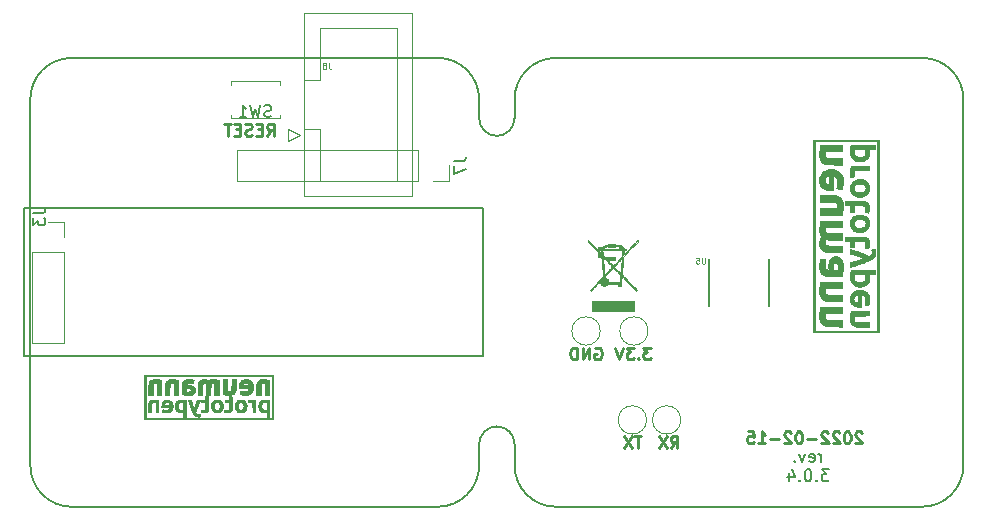
<source format=gbr>
%TF.GenerationSoftware,KiCad,Pcbnew,(6.0.1-0)*%
%TF.CreationDate,2022-02-22T17:31:54+01:00*%
%TF.ProjectId,ethersweep,65746865-7273-4776-9565-702e6b696361,2.0.1*%
%TF.SameCoordinates,Original*%
%TF.FileFunction,Legend,Bot*%
%TF.FilePolarity,Positive*%
%FSLAX46Y46*%
G04 Gerber Fmt 4.6, Leading zero omitted, Abs format (unit mm)*
G04 Created by KiCad (PCBNEW (6.0.1-0)) date 2022-02-22 17:31:54*
%MOMM*%
%LPD*%
G01*
G04 APERTURE LIST*
%ADD10C,0.150000*%
%TA.AperFunction,Profile*%
%ADD11C,0.150000*%
%TD*%
%ADD12C,0.250000*%
%ADD13C,0.200000*%
%ADD14C,0.125000*%
%ADD15C,0.120000*%
%ADD16C,0.010000*%
%ADD17C,0.127000*%
G04 APERTURE END LIST*
D10*
X184400000Y-39400000D02*
X145600000Y-39400000D01*
X145600000Y-39400000D02*
X145600000Y-51900000D01*
X145600000Y-51900000D02*
X184400000Y-51900000D01*
X184400000Y-51900000D02*
X184400000Y-39400000D01*
D11*
X184100000Y-31800000D02*
X184100000Y-30200000D01*
X184100000Y-60700000D02*
X184100000Y-59400000D01*
X180600000Y-26700000D02*
X149600000Y-26700000D01*
X149600000Y-26700000D02*
G75*
G03*
X146100000Y-30200000I-1J-3499999D01*
G01*
X184100000Y-30200000D02*
G75*
G03*
X180600000Y-26700000I-3499999J1D01*
G01*
X180600000Y-64700000D02*
G75*
G03*
X184100000Y-61200000I1J3499999D01*
G01*
X146100000Y-30200000D02*
X146100000Y-61200000D01*
X149600000Y-64700000D02*
X180600000Y-64700000D01*
X146100000Y-61200000D02*
G75*
G03*
X149600000Y-64700000I3499999J-1D01*
G01*
X184100000Y-61200000D02*
X184100000Y-60700000D01*
X225100000Y-61200000D02*
X225100000Y-30200000D01*
X190600000Y-64700000D02*
X221600000Y-64700000D01*
X187100000Y-61200000D02*
G75*
G03*
X190600000Y-64700000I3499999J-1D01*
G01*
X221600000Y-64700000D02*
G75*
G03*
X225100000Y-61200000I1J3499999D01*
G01*
X190600000Y-26700000D02*
G75*
G03*
X187100000Y-30200000I-1J-3499999D01*
G01*
X190600000Y-26700000D02*
X221600000Y-26700000D01*
X187100000Y-30200000D02*
X187100000Y-30700000D01*
X187100000Y-61200000D02*
X187100000Y-59400000D01*
X187100000Y-31800000D02*
X187100000Y-30700000D01*
X225100000Y-30200000D02*
G75*
G03*
X221600000Y-26700000I-3499999J1D01*
G01*
X184099404Y-31800002D02*
G75*
G03*
X187100000Y-31800000I1500298J-298D01*
G01*
X187100596Y-59399998D02*
G75*
G03*
X184100000Y-59400000I-1500298J298D01*
G01*
D12*
X166137976Y-33282380D02*
X166471309Y-32806190D01*
X166709404Y-33282380D02*
X166709404Y-32282380D01*
X166328452Y-32282380D01*
X166233214Y-32330000D01*
X166185595Y-32377619D01*
X166137976Y-32472857D01*
X166137976Y-32615714D01*
X166185595Y-32710952D01*
X166233214Y-32758571D01*
X166328452Y-32806190D01*
X166709404Y-32806190D01*
X165709404Y-32758571D02*
X165376071Y-32758571D01*
X165233214Y-33282380D02*
X165709404Y-33282380D01*
X165709404Y-32282380D01*
X165233214Y-32282380D01*
X164852261Y-33234761D02*
X164709404Y-33282380D01*
X164471309Y-33282380D01*
X164376071Y-33234761D01*
X164328452Y-33187142D01*
X164280833Y-33091904D01*
X164280833Y-32996666D01*
X164328452Y-32901428D01*
X164376071Y-32853809D01*
X164471309Y-32806190D01*
X164661785Y-32758571D01*
X164757023Y-32710952D01*
X164804642Y-32663333D01*
X164852261Y-32568095D01*
X164852261Y-32472857D01*
X164804642Y-32377619D01*
X164757023Y-32330000D01*
X164661785Y-32282380D01*
X164423690Y-32282380D01*
X164280833Y-32330000D01*
X163852261Y-32758571D02*
X163518928Y-32758571D01*
X163376071Y-33282380D02*
X163852261Y-33282380D01*
X163852261Y-32282380D01*
X163376071Y-32282380D01*
X163090357Y-32282380D02*
X162518928Y-32282380D01*
X162804642Y-33282380D02*
X162804642Y-32282380D01*
D13*
X213069047Y-60917380D02*
X213069047Y-60250714D01*
X213069047Y-60441190D02*
X213021428Y-60345952D01*
X212973809Y-60298333D01*
X212878571Y-60250714D01*
X212783333Y-60250714D01*
X212069047Y-60869761D02*
X212164285Y-60917380D01*
X212354761Y-60917380D01*
X212450000Y-60869761D01*
X212497619Y-60774523D01*
X212497619Y-60393571D01*
X212450000Y-60298333D01*
X212354761Y-60250714D01*
X212164285Y-60250714D01*
X212069047Y-60298333D01*
X212021428Y-60393571D01*
X212021428Y-60488809D01*
X212497619Y-60584047D01*
X211688095Y-60250714D02*
X211450000Y-60917380D01*
X211211904Y-60250714D01*
X210830952Y-60822142D02*
X210783333Y-60869761D01*
X210830952Y-60917380D01*
X210878571Y-60869761D01*
X210830952Y-60822142D01*
X210830952Y-60917380D01*
X213711904Y-61527380D02*
X213092857Y-61527380D01*
X213426190Y-61908333D01*
X213283333Y-61908333D01*
X213188095Y-61955952D01*
X213140476Y-62003571D01*
X213092857Y-62098809D01*
X213092857Y-62336904D01*
X213140476Y-62432142D01*
X213188095Y-62479761D01*
X213283333Y-62527380D01*
X213569047Y-62527380D01*
X213664285Y-62479761D01*
X213711904Y-62432142D01*
X212664285Y-62432142D02*
X212616666Y-62479761D01*
X212664285Y-62527380D01*
X212711904Y-62479761D01*
X212664285Y-62432142D01*
X212664285Y-62527380D01*
X211997619Y-61527380D02*
X211902380Y-61527380D01*
X211807142Y-61575000D01*
X211759523Y-61622619D01*
X211711904Y-61717857D01*
X211664285Y-61908333D01*
X211664285Y-62146428D01*
X211711904Y-62336904D01*
X211759523Y-62432142D01*
X211807142Y-62479761D01*
X211902380Y-62527380D01*
X211997619Y-62527380D01*
X212092857Y-62479761D01*
X212140476Y-62432142D01*
X212188095Y-62336904D01*
X212235714Y-62146428D01*
X212235714Y-61908333D01*
X212188095Y-61717857D01*
X212140476Y-61622619D01*
X212092857Y-61575000D01*
X211997619Y-61527380D01*
X211235714Y-62432142D02*
X211188095Y-62479761D01*
X211235714Y-62527380D01*
X211283333Y-62479761D01*
X211235714Y-62432142D01*
X211235714Y-62527380D01*
X210330952Y-61860714D02*
X210330952Y-62527380D01*
X210569047Y-61479761D02*
X210807142Y-62194047D01*
X210188095Y-62194047D01*
D12*
X193911904Y-51270000D02*
X194007142Y-51222380D01*
X194150000Y-51222380D01*
X194292857Y-51270000D01*
X194388095Y-51365238D01*
X194435714Y-51460476D01*
X194483333Y-51650952D01*
X194483333Y-51793809D01*
X194435714Y-51984285D01*
X194388095Y-52079523D01*
X194292857Y-52174761D01*
X194150000Y-52222380D01*
X194054761Y-52222380D01*
X193911904Y-52174761D01*
X193864285Y-52127142D01*
X193864285Y-51793809D01*
X194054761Y-51793809D01*
X193435714Y-52222380D02*
X193435714Y-51222380D01*
X192864285Y-52222380D01*
X192864285Y-51222380D01*
X192388095Y-52222380D02*
X192388095Y-51222380D01*
X192150000Y-51222380D01*
X192007142Y-51270000D01*
X191911904Y-51365238D01*
X191864285Y-51460476D01*
X191816666Y-51650952D01*
X191816666Y-51793809D01*
X191864285Y-51984285D01*
X191911904Y-52079523D01*
X192007142Y-52174761D01*
X192150000Y-52222380D01*
X192388095Y-52222380D01*
X198626190Y-51222380D02*
X198007142Y-51222380D01*
X198340476Y-51603333D01*
X198197619Y-51603333D01*
X198102380Y-51650952D01*
X198054761Y-51698571D01*
X198007142Y-51793809D01*
X198007142Y-52031904D01*
X198054761Y-52127142D01*
X198102380Y-52174761D01*
X198197619Y-52222380D01*
X198483333Y-52222380D01*
X198578571Y-52174761D01*
X198626190Y-52127142D01*
X197578571Y-52127142D02*
X197530952Y-52174761D01*
X197578571Y-52222380D01*
X197626190Y-52174761D01*
X197578571Y-52127142D01*
X197578571Y-52222380D01*
X197197619Y-51222380D02*
X196578571Y-51222380D01*
X196911904Y-51603333D01*
X196769047Y-51603333D01*
X196673809Y-51650952D01*
X196626190Y-51698571D01*
X196578571Y-51793809D01*
X196578571Y-52031904D01*
X196626190Y-52127142D01*
X196673809Y-52174761D01*
X196769047Y-52222380D01*
X197054761Y-52222380D01*
X197150000Y-52174761D01*
X197197619Y-52127142D01*
X196292857Y-51222380D02*
X195959523Y-52222380D01*
X195626190Y-51222380D01*
X216497023Y-58417619D02*
X216449404Y-58370000D01*
X216354166Y-58322380D01*
X216116071Y-58322380D01*
X216020833Y-58370000D01*
X215973214Y-58417619D01*
X215925595Y-58512857D01*
X215925595Y-58608095D01*
X215973214Y-58750952D01*
X216544642Y-59322380D01*
X215925595Y-59322380D01*
X215306547Y-58322380D02*
X215211309Y-58322380D01*
X215116071Y-58370000D01*
X215068452Y-58417619D01*
X215020833Y-58512857D01*
X214973214Y-58703333D01*
X214973214Y-58941428D01*
X215020833Y-59131904D01*
X215068452Y-59227142D01*
X215116071Y-59274761D01*
X215211309Y-59322380D01*
X215306547Y-59322380D01*
X215401785Y-59274761D01*
X215449404Y-59227142D01*
X215497023Y-59131904D01*
X215544642Y-58941428D01*
X215544642Y-58703333D01*
X215497023Y-58512857D01*
X215449404Y-58417619D01*
X215401785Y-58370000D01*
X215306547Y-58322380D01*
X214592261Y-58417619D02*
X214544642Y-58370000D01*
X214449404Y-58322380D01*
X214211309Y-58322380D01*
X214116071Y-58370000D01*
X214068452Y-58417619D01*
X214020833Y-58512857D01*
X214020833Y-58608095D01*
X214068452Y-58750952D01*
X214639880Y-59322380D01*
X214020833Y-59322380D01*
X213639880Y-58417619D02*
X213592261Y-58370000D01*
X213497023Y-58322380D01*
X213258928Y-58322380D01*
X213163690Y-58370000D01*
X213116071Y-58417619D01*
X213068452Y-58512857D01*
X213068452Y-58608095D01*
X213116071Y-58750952D01*
X213687500Y-59322380D01*
X213068452Y-59322380D01*
X212639880Y-58941428D02*
X211877976Y-58941428D01*
X211211309Y-58322380D02*
X211116071Y-58322380D01*
X211020833Y-58370000D01*
X210973214Y-58417619D01*
X210925595Y-58512857D01*
X210877976Y-58703333D01*
X210877976Y-58941428D01*
X210925595Y-59131904D01*
X210973214Y-59227142D01*
X211020833Y-59274761D01*
X211116071Y-59322380D01*
X211211309Y-59322380D01*
X211306547Y-59274761D01*
X211354166Y-59227142D01*
X211401785Y-59131904D01*
X211449404Y-58941428D01*
X211449404Y-58703333D01*
X211401785Y-58512857D01*
X211354166Y-58417619D01*
X211306547Y-58370000D01*
X211211309Y-58322380D01*
X210497023Y-58417619D02*
X210449404Y-58370000D01*
X210354166Y-58322380D01*
X210116071Y-58322380D01*
X210020833Y-58370000D01*
X209973214Y-58417619D01*
X209925595Y-58512857D01*
X209925595Y-58608095D01*
X209973214Y-58750952D01*
X210544642Y-59322380D01*
X209925595Y-59322380D01*
X209497023Y-58941428D02*
X208735119Y-58941428D01*
X207735119Y-59322380D02*
X208306547Y-59322380D01*
X208020833Y-59322380D02*
X208020833Y-58322380D01*
X208116071Y-58465238D01*
X208211309Y-58560476D01*
X208306547Y-58608095D01*
X206830357Y-58322380D02*
X207306547Y-58322380D01*
X207354166Y-58798571D01*
X207306547Y-58750952D01*
X207211309Y-58703333D01*
X206973214Y-58703333D01*
X206877976Y-58750952D01*
X206830357Y-58798571D01*
X206782738Y-58893809D01*
X206782738Y-59131904D01*
X206830357Y-59227142D01*
X206877976Y-59274761D01*
X206973214Y-59322380D01*
X207211309Y-59322380D01*
X207306547Y-59274761D01*
X207354166Y-59227142D01*
X200316666Y-59722380D02*
X200650000Y-59246190D01*
X200888095Y-59722380D02*
X200888095Y-58722380D01*
X200507142Y-58722380D01*
X200411904Y-58770000D01*
X200364285Y-58817619D01*
X200316666Y-58912857D01*
X200316666Y-59055714D01*
X200364285Y-59150952D01*
X200411904Y-59198571D01*
X200507142Y-59246190D01*
X200888095Y-59246190D01*
X199983333Y-58722380D02*
X199316666Y-59722380D01*
X199316666Y-58722380D02*
X199983333Y-59722380D01*
X197811904Y-58722380D02*
X197240476Y-58722380D01*
X197526190Y-59722380D02*
X197526190Y-58722380D01*
X197002380Y-58722380D02*
X196335714Y-59722380D01*
X196335714Y-58722380D02*
X197002380Y-59722380D01*
D14*
X171366666Y-27126190D02*
X171366666Y-27483333D01*
X171390476Y-27554761D01*
X171438095Y-27602380D01*
X171509523Y-27626190D01*
X171557142Y-27626190D01*
X171057142Y-27340476D02*
X171104761Y-27316666D01*
X171128571Y-27292857D01*
X171152380Y-27245238D01*
X171152380Y-27221428D01*
X171128571Y-27173809D01*
X171104761Y-27150000D01*
X171057142Y-27126190D01*
X170961904Y-27126190D01*
X170914285Y-27150000D01*
X170890476Y-27173809D01*
X170866666Y-27221428D01*
X170866666Y-27245238D01*
X170890476Y-27292857D01*
X170914285Y-27316666D01*
X170961904Y-27340476D01*
X171057142Y-27340476D01*
X171104761Y-27364285D01*
X171128571Y-27388095D01*
X171152380Y-27435714D01*
X171152380Y-27530952D01*
X171128571Y-27578571D01*
X171104761Y-27602380D01*
X171057142Y-27626190D01*
X170961904Y-27626190D01*
X170914285Y-27602380D01*
X170890476Y-27578571D01*
X170866666Y-27530952D01*
X170866666Y-27435714D01*
X170890476Y-27388095D01*
X170914285Y-27364285D01*
X170961904Y-27340476D01*
D10*
X146352380Y-39866666D02*
X147066666Y-39866666D01*
X147209523Y-39819047D01*
X147304761Y-39723809D01*
X147352380Y-39580952D01*
X147352380Y-39485714D01*
X146352380Y-40247619D02*
X146352380Y-40866666D01*
X146733333Y-40533333D01*
X146733333Y-40676190D01*
X146780952Y-40771428D01*
X146828571Y-40819047D01*
X146923809Y-40866666D01*
X147161904Y-40866666D01*
X147257142Y-40819047D01*
X147304761Y-40771428D01*
X147352380Y-40676190D01*
X147352380Y-40390476D01*
X147304761Y-40295238D01*
X147257142Y-40247619D01*
X181982380Y-35466666D02*
X182696666Y-35466666D01*
X182839523Y-35419047D01*
X182934761Y-35323809D01*
X182982380Y-35180952D01*
X182982380Y-35085714D01*
X181982380Y-35847619D02*
X181982380Y-36514285D01*
X182982380Y-36085714D01*
X166483333Y-31654761D02*
X166340476Y-31702380D01*
X166102380Y-31702380D01*
X166007142Y-31654761D01*
X165959523Y-31607142D01*
X165911904Y-31511904D01*
X165911904Y-31416666D01*
X165959523Y-31321428D01*
X166007142Y-31273809D01*
X166102380Y-31226190D01*
X166292857Y-31178571D01*
X166388095Y-31130952D01*
X166435714Y-31083333D01*
X166483333Y-30988095D01*
X166483333Y-30892857D01*
X166435714Y-30797619D01*
X166388095Y-30750000D01*
X166292857Y-30702380D01*
X166054761Y-30702380D01*
X165911904Y-30750000D01*
X165578571Y-30702380D02*
X165340476Y-31702380D01*
X165150000Y-30988095D01*
X164959523Y-31702380D01*
X164721428Y-30702380D01*
X163816666Y-31702380D02*
X164388095Y-31702380D01*
X164102380Y-31702380D02*
X164102380Y-30702380D01*
X164197619Y-30845238D01*
X164292857Y-30940476D01*
X164388095Y-30988095D01*
D14*
X203242452Y-43626190D02*
X203242452Y-44030952D01*
X203218642Y-44078571D01*
X203194833Y-44102380D01*
X203147214Y-44126190D01*
X203051976Y-44126190D01*
X203004357Y-44102380D01*
X202980547Y-44078571D01*
X202956738Y-44030952D01*
X202956738Y-43626190D01*
X202480547Y-43626190D02*
X202718642Y-43626190D01*
X202742452Y-43864285D01*
X202718642Y-43840476D01*
X202671023Y-43816666D01*
X202551976Y-43816666D01*
X202504357Y-43840476D01*
X202480547Y-43864285D01*
X202456738Y-43911904D01*
X202456738Y-44030952D01*
X202480547Y-44078571D01*
X202504357Y-44102380D01*
X202551976Y-44126190D01*
X202671023Y-44126190D01*
X202718642Y-44102380D01*
X202742452Y-44078571D01*
D15*
X170620000Y-37110000D02*
X177120000Y-37110000D01*
X169310000Y-38410000D02*
X178430000Y-38410000D01*
X170620000Y-32710000D02*
X170620000Y-37110000D01*
X177120000Y-37110000D02*
X177120000Y-24210000D01*
X169310000Y-22910000D02*
X169310000Y-38410000D01*
X168920000Y-33200000D02*
X167920000Y-33700000D01*
X170620000Y-28610000D02*
X170620000Y-28610000D01*
X177120000Y-24210000D02*
X170620000Y-24210000D01*
X178430000Y-38410000D02*
X178430000Y-22910000D01*
X167920000Y-33700000D02*
X167920000Y-32700000D01*
X167920000Y-32700000D02*
X168920000Y-33200000D01*
X178430000Y-22910000D02*
X169310000Y-22910000D01*
X170620000Y-28610000D02*
X169310000Y-28610000D01*
X170620000Y-24210000D02*
X170620000Y-28610000D01*
X169310000Y-32710000D02*
X170620000Y-32710000D01*
X148930000Y-43170000D02*
X146270000Y-43170000D01*
X146270000Y-43170000D02*
X146270000Y-50850000D01*
X148930000Y-43170000D02*
X148930000Y-50850000D01*
X148930000Y-40570000D02*
X147600000Y-40570000D01*
X148930000Y-50850000D02*
X146270000Y-50850000D01*
X148930000Y-41900000D02*
X148930000Y-40570000D01*
X178930000Y-37130000D02*
X178930000Y-34470000D01*
X163630000Y-37130000D02*
X163630000Y-34470000D01*
X178930000Y-34470000D02*
X163630000Y-34470000D01*
X180200000Y-37130000D02*
X181530000Y-37130000D01*
X181530000Y-37130000D02*
X181530000Y-35800000D01*
X178930000Y-37130000D02*
X163630000Y-37130000D01*
X163080000Y-31520000D02*
X163080000Y-31820000D01*
X167220000Y-28680000D02*
X163080000Y-28680000D01*
X163080000Y-28680000D02*
X163080000Y-28980000D01*
X163080000Y-31820000D02*
X167220000Y-31820000D01*
X167220000Y-28980000D02*
X167220000Y-28680000D01*
X167220000Y-31820000D02*
X167220000Y-31520000D01*
D16*
X156587453Y-53901826D02*
X156557402Y-53902285D01*
X156557402Y-53902285D02*
X156533682Y-53903137D01*
X156533682Y-53903137D02*
X156514640Y-53904480D01*
X156514640Y-53904480D02*
X156498624Y-53906413D01*
X156498624Y-53906413D02*
X156483980Y-53909032D01*
X156483980Y-53909032D02*
X156469056Y-53912438D01*
X156469056Y-53912438D02*
X156461762Y-53914265D01*
X156461762Y-53914265D02*
X156389812Y-53936370D01*
X156389812Y-53936370D02*
X156326572Y-53964099D01*
X156326572Y-53964099D02*
X156271665Y-53997949D01*
X156271665Y-53997949D02*
X156224712Y-54038418D01*
X156224712Y-54038418D02*
X156185338Y-54086003D01*
X156185338Y-54086003D02*
X156153165Y-54141202D01*
X156153165Y-54141202D02*
X156127817Y-54204512D01*
X156127817Y-54204512D02*
X156108917Y-54276430D01*
X156108917Y-54276430D02*
X156096087Y-54357454D01*
X156096087Y-54357454D02*
X156091748Y-54402596D01*
X156091748Y-54402596D02*
X156090802Y-54420463D01*
X156090802Y-54420463D02*
X156089905Y-54448429D01*
X156089905Y-54448429D02*
X156089072Y-54485304D01*
X156089072Y-54485304D02*
X156088318Y-54529897D01*
X156088318Y-54529897D02*
X156087659Y-54581018D01*
X156087659Y-54581018D02*
X156087110Y-54637478D01*
X156087110Y-54637478D02*
X156086684Y-54698085D01*
X156086684Y-54698085D02*
X156086399Y-54761651D01*
X156086399Y-54761651D02*
X156086267Y-54826984D01*
X156086267Y-54826984D02*
X156086262Y-54836967D01*
X156086262Y-54836967D02*
X156086134Y-55202444D01*
X156086134Y-55202444D02*
X156453023Y-55202444D01*
X156453023Y-55202444D02*
X156453065Y-54817211D01*
X156453065Y-54817211D02*
X156453162Y-54738793D01*
X156453162Y-54738793D02*
X156453429Y-54666698D01*
X156453429Y-54666698D02*
X156453856Y-54601572D01*
X156453856Y-54601572D02*
X156454435Y-54544062D01*
X156454435Y-54544062D02*
X156455157Y-54494815D01*
X156455157Y-54494815D02*
X156456013Y-54454477D01*
X156456013Y-54454477D02*
X156456994Y-54423695D01*
X156456994Y-54423695D02*
X156458090Y-54403115D01*
X156458090Y-54403115D02*
X156458897Y-54395289D01*
X156458897Y-54395289D02*
X156467883Y-54350160D01*
X156467883Y-54350160D02*
X156479599Y-54313937D01*
X156479599Y-54313937D02*
X156494997Y-54284375D01*
X156494997Y-54284375D02*
X156515032Y-54259232D01*
X156515032Y-54259232D02*
X156518066Y-54256132D01*
X156518066Y-54256132D02*
X156537927Y-54238267D01*
X156537927Y-54238267D02*
X156558093Y-54225106D01*
X156558093Y-54225106D02*
X156580684Y-54216053D01*
X156580684Y-54216053D02*
X156607823Y-54210508D01*
X156607823Y-54210508D02*
X156641630Y-54207873D01*
X156641630Y-54207873D02*
X156684227Y-54207552D01*
X156684227Y-54207552D02*
X156690089Y-54207641D01*
X156690089Y-54207641D02*
X156721565Y-54208465D01*
X156721565Y-54208465D02*
X156752001Y-54209763D01*
X156752001Y-54209763D02*
X156778062Y-54211364D01*
X156778062Y-54211364D02*
X156796409Y-54213093D01*
X156796409Y-54213093D02*
X156797334Y-54213216D01*
X156797334Y-54213216D02*
X156828378Y-54217489D01*
X156828378Y-54217489D02*
X156829820Y-54709967D01*
X156829820Y-54709967D02*
X156831263Y-55202444D01*
X156831263Y-55202444D02*
X157192445Y-55202444D01*
X157192445Y-55202444D02*
X157192445Y-53971676D01*
X157192445Y-53971676D02*
X157177452Y-53965976D01*
X157177452Y-53965976D02*
X157164206Y-53962085D01*
X157164206Y-53962085D02*
X157141739Y-53956746D01*
X157141739Y-53956746D02*
X157111972Y-53950335D01*
X157111972Y-53950335D02*
X157076827Y-53943229D01*
X157076827Y-53943229D02*
X157038221Y-53935804D01*
X157038221Y-53935804D02*
X156998077Y-53928439D01*
X156998077Y-53928439D02*
X156958314Y-53921510D01*
X156958314Y-53921510D02*
X156920853Y-53915394D01*
X156920853Y-53915394D02*
X156915867Y-53914619D01*
X156915867Y-53914619D02*
X156888964Y-53910698D01*
X156888964Y-53910698D02*
X156863834Y-53907652D01*
X156863834Y-53907652D02*
X156838427Y-53905374D01*
X156838427Y-53905374D02*
X156810691Y-53903753D01*
X156810691Y-53903753D02*
X156778576Y-53902680D01*
X156778576Y-53902680D02*
X156740030Y-53902046D01*
X156740030Y-53902046D02*
X156693003Y-53901742D01*
X156693003Y-53901742D02*
X156673156Y-53901692D01*
X156673156Y-53901692D02*
X156625486Y-53901661D01*
X156625486Y-53901661D02*
X156587453Y-53901826D01*
X156587453Y-53901826D02*
X156587453Y-53901826D01*
G36*
X156673156Y-53901692D02*
G01*
X156693003Y-53901742D01*
X156740030Y-53902046D01*
X156778576Y-53902680D01*
X156810691Y-53903753D01*
X156838427Y-53905374D01*
X156863834Y-53907652D01*
X156888964Y-53910698D01*
X156915867Y-53914619D01*
X156920853Y-53915394D01*
X156958314Y-53921510D01*
X156998077Y-53928439D01*
X157038221Y-53935804D01*
X157076827Y-53943229D01*
X157111972Y-53950335D01*
X157141739Y-53956746D01*
X157164206Y-53962085D01*
X157177452Y-53965976D01*
X157192445Y-53971676D01*
X157192445Y-55202444D01*
X156831263Y-55202444D01*
X156829820Y-54709967D01*
X156828378Y-54217489D01*
X156797334Y-54213216D01*
X156796409Y-54213093D01*
X156778062Y-54211364D01*
X156752001Y-54209763D01*
X156721565Y-54208465D01*
X156690089Y-54207641D01*
X156684227Y-54207552D01*
X156641630Y-54207873D01*
X156607823Y-54210508D01*
X156580684Y-54216053D01*
X156558093Y-54225106D01*
X156537927Y-54238267D01*
X156518066Y-54256132D01*
X156515032Y-54259232D01*
X156494997Y-54284375D01*
X156479599Y-54313937D01*
X156467883Y-54350160D01*
X156458897Y-54395289D01*
X156458090Y-54403115D01*
X156456994Y-54423695D01*
X156456013Y-54454477D01*
X156455157Y-54494815D01*
X156454435Y-54544062D01*
X156453856Y-54601572D01*
X156453429Y-54666698D01*
X156453162Y-54738793D01*
X156453065Y-54817211D01*
X156453023Y-55202444D01*
X156086134Y-55202444D01*
X156086262Y-54836967D01*
X156086267Y-54826984D01*
X156086399Y-54761651D01*
X156086684Y-54698085D01*
X156087110Y-54637478D01*
X156087659Y-54581018D01*
X156088318Y-54529897D01*
X156089072Y-54485304D01*
X156089905Y-54448429D01*
X156090802Y-54420463D01*
X156091748Y-54402596D01*
X156096087Y-54357454D01*
X156108917Y-54276430D01*
X156127817Y-54204512D01*
X156153165Y-54141202D01*
X156185338Y-54086003D01*
X156224712Y-54038418D01*
X156271665Y-53997949D01*
X156326572Y-53964099D01*
X156389812Y-53936370D01*
X156461762Y-53914265D01*
X156469056Y-53912438D01*
X156483980Y-53909032D01*
X156498624Y-53906413D01*
X156514640Y-53904480D01*
X156533682Y-53903137D01*
X156557402Y-53902285D01*
X156587453Y-53901826D01*
X156625486Y-53901661D01*
X156673156Y-53901692D01*
G37*
X156673156Y-53901692D02*
X156693003Y-53901742D01*
X156740030Y-53902046D01*
X156778576Y-53902680D01*
X156810691Y-53903753D01*
X156838427Y-53905374D01*
X156863834Y-53907652D01*
X156888964Y-53910698D01*
X156915867Y-53914619D01*
X156920853Y-53915394D01*
X156958314Y-53921510D01*
X156998077Y-53928439D01*
X157038221Y-53935804D01*
X157076827Y-53943229D01*
X157111972Y-53950335D01*
X157141739Y-53956746D01*
X157164206Y-53962085D01*
X157177452Y-53965976D01*
X157192445Y-53971676D01*
X157192445Y-55202444D01*
X156831263Y-55202444D01*
X156829820Y-54709967D01*
X156828378Y-54217489D01*
X156797334Y-54213216D01*
X156796409Y-54213093D01*
X156778062Y-54211364D01*
X156752001Y-54209763D01*
X156721565Y-54208465D01*
X156690089Y-54207641D01*
X156684227Y-54207552D01*
X156641630Y-54207873D01*
X156607823Y-54210508D01*
X156580684Y-54216053D01*
X156558093Y-54225106D01*
X156537927Y-54238267D01*
X156518066Y-54256132D01*
X156515032Y-54259232D01*
X156494997Y-54284375D01*
X156479599Y-54313937D01*
X156467883Y-54350160D01*
X156458897Y-54395289D01*
X156458090Y-54403115D01*
X156456994Y-54423695D01*
X156456013Y-54454477D01*
X156455157Y-54494815D01*
X156454435Y-54544062D01*
X156453856Y-54601572D01*
X156453429Y-54666698D01*
X156453162Y-54738793D01*
X156453065Y-54817211D01*
X156453023Y-55202444D01*
X156086134Y-55202444D01*
X156086262Y-54836967D01*
X156086267Y-54826984D01*
X156086399Y-54761651D01*
X156086684Y-54698085D01*
X156087110Y-54637478D01*
X156087659Y-54581018D01*
X156088318Y-54529897D01*
X156089072Y-54485304D01*
X156089905Y-54448429D01*
X156090802Y-54420463D01*
X156091748Y-54402596D01*
X156096087Y-54357454D01*
X156108917Y-54276430D01*
X156127817Y-54204512D01*
X156153165Y-54141202D01*
X156185338Y-54086003D01*
X156224712Y-54038418D01*
X156271665Y-53997949D01*
X156326572Y-53964099D01*
X156389812Y-53936370D01*
X156461762Y-53914265D01*
X156469056Y-53912438D01*
X156483980Y-53909032D01*
X156498624Y-53906413D01*
X156514640Y-53904480D01*
X156533682Y-53903137D01*
X156557402Y-53902285D01*
X156587453Y-53901826D01*
X156625486Y-53901661D01*
X156673156Y-53901692D01*
X163810214Y-55631149D02*
X163738608Y-55649834D01*
X163738608Y-55649834D02*
X163668554Y-55678657D01*
X163668554Y-55678657D02*
X163658387Y-55683792D01*
X163658387Y-55683792D02*
X163631822Y-55699072D01*
X163631822Y-55699072D02*
X163606733Y-55717175D01*
X163606733Y-55717175D02*
X163579992Y-55740509D01*
X163579992Y-55740509D02*
X163561620Y-55758252D01*
X163561620Y-55758252D02*
X163522880Y-55800562D01*
X163522880Y-55800562D02*
X163490825Y-55844704D01*
X163490825Y-55844704D02*
X163464140Y-55893047D01*
X163464140Y-55893047D02*
X163441508Y-55947958D01*
X163441508Y-55947958D02*
X163422514Y-56008546D01*
X163422514Y-56008546D02*
X163418352Y-56024799D01*
X163418352Y-56024799D02*
X163415258Y-56040722D01*
X163415258Y-56040722D02*
X163413080Y-56058370D01*
X163413080Y-56058370D02*
X163411664Y-56079797D01*
X163411664Y-56079797D02*
X163410857Y-56107058D01*
X163410857Y-56107058D02*
X163410506Y-56142207D01*
X163410506Y-56142207D02*
X163410450Y-56170467D01*
X163410450Y-56170467D02*
X163410530Y-56210897D01*
X163410530Y-56210897D02*
X163410911Y-56242230D01*
X163410911Y-56242230D02*
X163411785Y-56266659D01*
X163411785Y-56266659D02*
X163413339Y-56286375D01*
X163413339Y-56286375D02*
X163415765Y-56303569D01*
X163415765Y-56303569D02*
X163419252Y-56320434D01*
X163419252Y-56320434D02*
X163423990Y-56339161D01*
X163423990Y-56339161D02*
X163425568Y-56345041D01*
X163425568Y-56345041D02*
X163450845Y-56419509D01*
X163450845Y-56419509D02*
X163484318Y-56486815D01*
X163484318Y-56486815D02*
X163525584Y-56546542D01*
X163525584Y-56546542D02*
X163574242Y-56598272D01*
X163574242Y-56598272D02*
X163629888Y-56641588D01*
X163629888Y-56641588D02*
X163692121Y-56676070D01*
X163692121Y-56676070D02*
X163760538Y-56701302D01*
X163760538Y-56701302D02*
X163771350Y-56704274D01*
X163771350Y-56704274D02*
X163795948Y-56709184D01*
X163795948Y-56709184D02*
X163827985Y-56713366D01*
X163827985Y-56713366D02*
X163864189Y-56716617D01*
X163864189Y-56716617D02*
X163901289Y-56718732D01*
X163901289Y-56718732D02*
X163936012Y-56719509D01*
X163936012Y-56719509D02*
X163965088Y-56718743D01*
X163965088Y-56718743D02*
X163979889Y-56717249D01*
X163979889Y-56717249D02*
X164053619Y-56700473D01*
X164053619Y-56700473D02*
X164122295Y-56673906D01*
X164122295Y-56673906D02*
X164185224Y-56638070D01*
X164185224Y-56638070D02*
X164241718Y-56593483D01*
X164241718Y-56593483D02*
X164291084Y-56540667D01*
X164291084Y-56540667D02*
X164332633Y-56480140D01*
X164332633Y-56480140D02*
X164356554Y-56433773D01*
X164356554Y-56433773D02*
X164373622Y-56391781D01*
X164373622Y-56391781D02*
X164386409Y-56349525D01*
X164386409Y-56349525D02*
X164395438Y-56304345D01*
X164395438Y-56304345D02*
X164401232Y-56253583D01*
X164401232Y-56253583D02*
X164404314Y-56194579D01*
X164404314Y-56194579D02*
X164404437Y-56190222D01*
X164404437Y-56190222D02*
X164404669Y-56179694D01*
X164404669Y-56179694D02*
X164157400Y-56179694D01*
X164157400Y-56179694D02*
X164155919Y-56224045D01*
X164155919Y-56224045D02*
X164152350Y-56263662D01*
X164152350Y-56263662D02*
X164148922Y-56285005D01*
X164148922Y-56285005D02*
X164132855Y-56341988D01*
X164132855Y-56341988D02*
X164109494Y-56391628D01*
X164109494Y-56391628D02*
X164079532Y-56433395D01*
X164079532Y-56433395D02*
X164043663Y-56466761D01*
X164043663Y-56466761D02*
X164002580Y-56491194D01*
X164002580Y-56491194D02*
X163956977Y-56506167D01*
X163956977Y-56506167D02*
X163907549Y-56511149D01*
X163907549Y-56511149D02*
X163858821Y-56506366D01*
X163858821Y-56506366D02*
X163823561Y-56496100D01*
X163823561Y-56496100D02*
X163788548Y-56479704D01*
X163788548Y-56479704D02*
X163758628Y-56459565D01*
X163758628Y-56459565D02*
X163751959Y-56453709D01*
X163751959Y-56453709D02*
X163726865Y-56425030D01*
X163726865Y-56425030D02*
X163703224Y-56388595D01*
X163703224Y-56388595D02*
X163683143Y-56347915D01*
X163683143Y-56347915D02*
X163673805Y-56323309D01*
X163673805Y-56323309D02*
X163668436Y-56306683D01*
X163668436Y-56306683D02*
X163664496Y-56292092D01*
X163664496Y-56292092D02*
X163661765Y-56277336D01*
X163661765Y-56277336D02*
X163660023Y-56260211D01*
X163660023Y-56260211D02*
X163659050Y-56238515D01*
X163659050Y-56238515D02*
X163658626Y-56210044D01*
X163658626Y-56210044D02*
X163658530Y-56172597D01*
X163658530Y-56172597D02*
X163658530Y-56170467D01*
X163658530Y-56170467D02*
X163658614Y-56132542D01*
X163658614Y-56132542D02*
X163659013Y-56103700D01*
X163659013Y-56103700D02*
X163659950Y-56081732D01*
X163659950Y-56081732D02*
X163661647Y-56064432D01*
X163661647Y-56064432D02*
X163664325Y-56049593D01*
X163664325Y-56049593D02*
X163668207Y-56035008D01*
X163668207Y-56035008D02*
X163673514Y-56018470D01*
X163673514Y-56018470D02*
X163673946Y-56017178D01*
X163673946Y-56017178D02*
X163696616Y-55963362D01*
X163696616Y-55963362D02*
X163725476Y-55918340D01*
X163725476Y-55918340D02*
X163760152Y-55882456D01*
X163760152Y-55882456D02*
X163800272Y-55856053D01*
X163800272Y-55856053D02*
X163845462Y-55839476D01*
X163845462Y-55839476D02*
X163871827Y-55834733D01*
X163871827Y-55834733D02*
X163925518Y-55833376D01*
X163925518Y-55833376D02*
X163975205Y-55842282D01*
X163975205Y-55842282D02*
X164020246Y-55860938D01*
X164020246Y-55860938D02*
X164060001Y-55888831D01*
X164060001Y-55888831D02*
X164093828Y-55925448D01*
X164093828Y-55925448D02*
X164121088Y-55970276D01*
X164121088Y-55970276D02*
X164141138Y-56022801D01*
X164141138Y-56022801D02*
X164149255Y-56056823D01*
X164149255Y-56056823D02*
X164154073Y-56092224D01*
X164154073Y-56092224D02*
X164156786Y-56134467D01*
X164156786Y-56134467D02*
X164157400Y-56179694D01*
X164157400Y-56179694D02*
X164404669Y-56179694D01*
X164404669Y-56179694D02*
X164405286Y-56151714D01*
X164405286Y-56151714D02*
X164405352Y-56121668D01*
X164405352Y-56121668D02*
X164404469Y-56097276D01*
X164404469Y-56097276D02*
X164402466Y-56075727D01*
X164402466Y-56075727D02*
X164399175Y-56054212D01*
X164399175Y-56054212D02*
X164394945Y-56032421D01*
X164394945Y-56032421D02*
X164375427Y-55958074D01*
X164375427Y-55958074D02*
X164348964Y-55891844D01*
X164348964Y-55891844D02*
X164314952Y-55832508D01*
X164314952Y-55832508D02*
X164272786Y-55778842D01*
X164272786Y-55778842D02*
X164265895Y-55771391D01*
X164265895Y-55771391D02*
X164213094Y-55723385D01*
X164213094Y-55723385D02*
X164154429Y-55684449D01*
X164154429Y-55684449D02*
X164090959Y-55654735D01*
X164090959Y-55654735D02*
X164023743Y-55634395D01*
X164023743Y-55634395D02*
X163953840Y-55623582D01*
X163953840Y-55623582D02*
X163882311Y-55622449D01*
X163882311Y-55622449D02*
X163810214Y-55631149D01*
X163810214Y-55631149D02*
X163810214Y-55631149D01*
G36*
X164404314Y-56194579D02*
G01*
X164401232Y-56253583D01*
X164395438Y-56304345D01*
X164386409Y-56349525D01*
X164373622Y-56391781D01*
X164356554Y-56433773D01*
X164332633Y-56480140D01*
X164291084Y-56540667D01*
X164241718Y-56593483D01*
X164185224Y-56638070D01*
X164122295Y-56673906D01*
X164053619Y-56700473D01*
X163979889Y-56717249D01*
X163965088Y-56718743D01*
X163936012Y-56719509D01*
X163901289Y-56718732D01*
X163864189Y-56716617D01*
X163827985Y-56713366D01*
X163795948Y-56709184D01*
X163771350Y-56704274D01*
X163760538Y-56701302D01*
X163692121Y-56676070D01*
X163629888Y-56641588D01*
X163574242Y-56598272D01*
X163525584Y-56546542D01*
X163484318Y-56486815D01*
X163450845Y-56419509D01*
X163425568Y-56345041D01*
X163423990Y-56339161D01*
X163419252Y-56320434D01*
X163415765Y-56303569D01*
X163413339Y-56286375D01*
X163411785Y-56266659D01*
X163410911Y-56242230D01*
X163410530Y-56210897D01*
X163410454Y-56172597D01*
X163658530Y-56172597D01*
X163658626Y-56210044D01*
X163659050Y-56238515D01*
X163660023Y-56260211D01*
X163661765Y-56277336D01*
X163664496Y-56292092D01*
X163668436Y-56306683D01*
X163673805Y-56323309D01*
X163683143Y-56347915D01*
X163703224Y-56388595D01*
X163726865Y-56425030D01*
X163751959Y-56453709D01*
X163758628Y-56459565D01*
X163788548Y-56479704D01*
X163823561Y-56496100D01*
X163858821Y-56506366D01*
X163907549Y-56511149D01*
X163956977Y-56506167D01*
X164002580Y-56491194D01*
X164043663Y-56466761D01*
X164079532Y-56433395D01*
X164109494Y-56391628D01*
X164132855Y-56341988D01*
X164148922Y-56285005D01*
X164152350Y-56263662D01*
X164155919Y-56224045D01*
X164157400Y-56179694D01*
X164156786Y-56134467D01*
X164154073Y-56092224D01*
X164149255Y-56056823D01*
X164141138Y-56022801D01*
X164121088Y-55970276D01*
X164093828Y-55925448D01*
X164060001Y-55888831D01*
X164020246Y-55860938D01*
X163975205Y-55842282D01*
X163925518Y-55833376D01*
X163871827Y-55834733D01*
X163845462Y-55839476D01*
X163800272Y-55856053D01*
X163760152Y-55882456D01*
X163725476Y-55918340D01*
X163696616Y-55963362D01*
X163673946Y-56017178D01*
X163673514Y-56018470D01*
X163668207Y-56035008D01*
X163664325Y-56049593D01*
X163661647Y-56064432D01*
X163659950Y-56081732D01*
X163659013Y-56103700D01*
X163658614Y-56132542D01*
X163658530Y-56170467D01*
X163658530Y-56172597D01*
X163410454Y-56172597D01*
X163410450Y-56170467D01*
X163410506Y-56142207D01*
X163410857Y-56107058D01*
X163411664Y-56079797D01*
X163413080Y-56058370D01*
X163415258Y-56040722D01*
X163418352Y-56024799D01*
X163422514Y-56008546D01*
X163441508Y-55947958D01*
X163464140Y-55893047D01*
X163490825Y-55844704D01*
X163522880Y-55800562D01*
X163561620Y-55758252D01*
X163579992Y-55740509D01*
X163606733Y-55717175D01*
X163631822Y-55699072D01*
X163658387Y-55683792D01*
X163668554Y-55678657D01*
X163738608Y-55649834D01*
X163810214Y-55631149D01*
X163882311Y-55622449D01*
X163953840Y-55623582D01*
X164023743Y-55634395D01*
X164090959Y-55654735D01*
X164154429Y-55684449D01*
X164213094Y-55723385D01*
X164265895Y-55771391D01*
X164272786Y-55778842D01*
X164314952Y-55832508D01*
X164348964Y-55891844D01*
X164375427Y-55958074D01*
X164394945Y-56032421D01*
X164399175Y-56054212D01*
X164402466Y-56075727D01*
X164404469Y-56097276D01*
X164405352Y-56121668D01*
X164405286Y-56151714D01*
X164404669Y-56179694D01*
X164404437Y-56190222D01*
X164404314Y-56194579D01*
G37*
X164404314Y-56194579D02*
X164401232Y-56253583D01*
X164395438Y-56304345D01*
X164386409Y-56349525D01*
X164373622Y-56391781D01*
X164356554Y-56433773D01*
X164332633Y-56480140D01*
X164291084Y-56540667D01*
X164241718Y-56593483D01*
X164185224Y-56638070D01*
X164122295Y-56673906D01*
X164053619Y-56700473D01*
X163979889Y-56717249D01*
X163965088Y-56718743D01*
X163936012Y-56719509D01*
X163901289Y-56718732D01*
X163864189Y-56716617D01*
X163827985Y-56713366D01*
X163795948Y-56709184D01*
X163771350Y-56704274D01*
X163760538Y-56701302D01*
X163692121Y-56676070D01*
X163629888Y-56641588D01*
X163574242Y-56598272D01*
X163525584Y-56546542D01*
X163484318Y-56486815D01*
X163450845Y-56419509D01*
X163425568Y-56345041D01*
X163423990Y-56339161D01*
X163419252Y-56320434D01*
X163415765Y-56303569D01*
X163413339Y-56286375D01*
X163411785Y-56266659D01*
X163410911Y-56242230D01*
X163410530Y-56210897D01*
X163410454Y-56172597D01*
X163658530Y-56172597D01*
X163658626Y-56210044D01*
X163659050Y-56238515D01*
X163660023Y-56260211D01*
X163661765Y-56277336D01*
X163664496Y-56292092D01*
X163668436Y-56306683D01*
X163673805Y-56323309D01*
X163683143Y-56347915D01*
X163703224Y-56388595D01*
X163726865Y-56425030D01*
X163751959Y-56453709D01*
X163758628Y-56459565D01*
X163788548Y-56479704D01*
X163823561Y-56496100D01*
X163858821Y-56506366D01*
X163907549Y-56511149D01*
X163956977Y-56506167D01*
X164002580Y-56491194D01*
X164043663Y-56466761D01*
X164079532Y-56433395D01*
X164109494Y-56391628D01*
X164132855Y-56341988D01*
X164148922Y-56285005D01*
X164152350Y-56263662D01*
X164155919Y-56224045D01*
X164157400Y-56179694D01*
X164156786Y-56134467D01*
X164154073Y-56092224D01*
X164149255Y-56056823D01*
X164141138Y-56022801D01*
X164121088Y-55970276D01*
X164093828Y-55925448D01*
X164060001Y-55888831D01*
X164020246Y-55860938D01*
X163975205Y-55842282D01*
X163925518Y-55833376D01*
X163871827Y-55834733D01*
X163845462Y-55839476D01*
X163800272Y-55856053D01*
X163760152Y-55882456D01*
X163725476Y-55918340D01*
X163696616Y-55963362D01*
X163673946Y-56017178D01*
X163673514Y-56018470D01*
X163668207Y-56035008D01*
X163664325Y-56049593D01*
X163661647Y-56064432D01*
X163659950Y-56081732D01*
X163659013Y-56103700D01*
X163658614Y-56132542D01*
X163658530Y-56170467D01*
X163658530Y-56172597D01*
X163410454Y-56172597D01*
X163410450Y-56170467D01*
X163410506Y-56142207D01*
X163410857Y-56107058D01*
X163411664Y-56079797D01*
X163413080Y-56058370D01*
X163415258Y-56040722D01*
X163418352Y-56024799D01*
X163422514Y-56008546D01*
X163441508Y-55947958D01*
X163464140Y-55893047D01*
X163490825Y-55844704D01*
X163522880Y-55800562D01*
X163561620Y-55758252D01*
X163579992Y-55740509D01*
X163606733Y-55717175D01*
X163631822Y-55699072D01*
X163658387Y-55683792D01*
X163668554Y-55678657D01*
X163738608Y-55649834D01*
X163810214Y-55631149D01*
X163882311Y-55622449D01*
X163953840Y-55623582D01*
X164023743Y-55634395D01*
X164090959Y-55654735D01*
X164154429Y-55684449D01*
X164213094Y-55723385D01*
X164265895Y-55771391D01*
X164272786Y-55778842D01*
X164314952Y-55832508D01*
X164348964Y-55891844D01*
X164375427Y-55958074D01*
X164394945Y-56032421D01*
X164399175Y-56054212D01*
X164402466Y-56075727D01*
X164404469Y-56097276D01*
X164405352Y-56121668D01*
X164405286Y-56151714D01*
X164404669Y-56179694D01*
X164404437Y-56190222D01*
X164404314Y-56194579D01*
X159397055Y-53896833D02*
X159336933Y-53903844D01*
X159336933Y-53903844D02*
X159282157Y-53915188D01*
X159282157Y-53915188D02*
X159230928Y-53931153D01*
X159230928Y-53931153D02*
X159182112Y-53951708D01*
X159182112Y-53951708D02*
X159125681Y-53983474D01*
X159125681Y-53983474D02*
X159077644Y-54021479D01*
X159077644Y-54021479D02*
X159037650Y-54066260D01*
X159037650Y-54066260D02*
X159005347Y-54118355D01*
X159005347Y-54118355D02*
X158980383Y-54178299D01*
X158980383Y-54178299D02*
X158962408Y-54246631D01*
X158962408Y-54246631D02*
X158953635Y-54301018D01*
X158953635Y-54301018D02*
X158952860Y-54312500D01*
X158952860Y-54312500D02*
X158952121Y-54333616D01*
X158952121Y-54333616D02*
X158951423Y-54363316D01*
X158951423Y-54363316D02*
X158950770Y-54400550D01*
X158950770Y-54400550D02*
X158950165Y-54444268D01*
X158950165Y-54444268D02*
X158949612Y-54493419D01*
X158949612Y-54493419D02*
X158949116Y-54546954D01*
X158949116Y-54546954D02*
X158948681Y-54603821D01*
X158948681Y-54603821D02*
X158948310Y-54662972D01*
X158948310Y-54662972D02*
X158948008Y-54723355D01*
X158948008Y-54723355D02*
X158947779Y-54783920D01*
X158947779Y-54783920D02*
X158947626Y-54843617D01*
X158947626Y-54843617D02*
X158947554Y-54901396D01*
X158947554Y-54901396D02*
X158947567Y-54956206D01*
X158947567Y-54956206D02*
X158947668Y-55006998D01*
X158947668Y-55006998D02*
X158947863Y-55052721D01*
X158947863Y-55052721D02*
X158948154Y-55092325D01*
X158948154Y-55092325D02*
X158948546Y-55124759D01*
X158948546Y-55124759D02*
X158949043Y-55148974D01*
X158949043Y-55148974D02*
X158949649Y-55163919D01*
X158949649Y-55163919D02*
X158950308Y-55168578D01*
X158950308Y-55168578D02*
X158956354Y-55169522D01*
X158956354Y-55169522D02*
X158971805Y-55172158D01*
X158971805Y-55172158D02*
X158994957Y-55176188D01*
X158994957Y-55176188D02*
X159024102Y-55181314D01*
X159024102Y-55181314D02*
X159057533Y-55187239D01*
X159057533Y-55187239D02*
X159064608Y-55188498D01*
X159064608Y-55188498D02*
X159104830Y-55195437D01*
X159104830Y-55195437D02*
X159146941Y-55202313D01*
X159146941Y-55202313D02*
X159187558Y-55208600D01*
X159187558Y-55208600D02*
X159223297Y-55213772D01*
X159223297Y-55213772D02*
X159247023Y-55216865D01*
X159247023Y-55216865D02*
X159281746Y-55220240D01*
X159281746Y-55220240D02*
X159323776Y-55223087D01*
X159323776Y-55223087D02*
X159370687Y-55225353D01*
X159370687Y-55225353D02*
X159420051Y-55226985D01*
X159420051Y-55226985D02*
X159469441Y-55227931D01*
X159469441Y-55227931D02*
X159516432Y-55228138D01*
X159516432Y-55228138D02*
X159558595Y-55227555D01*
X159558595Y-55227555D02*
X159593506Y-55226128D01*
X159593506Y-55226128D02*
X159611089Y-55224730D01*
X159611089Y-55224730D02*
X159687612Y-55214214D01*
X159687612Y-55214214D02*
X159754639Y-55199306D01*
X159754639Y-55199306D02*
X159813242Y-55179585D01*
X159813242Y-55179585D02*
X159864493Y-55154634D01*
X159864493Y-55154634D02*
X159909462Y-55124032D01*
X159909462Y-55124032D02*
X159941392Y-55095444D01*
X159941392Y-55095444D02*
X159978280Y-55052694D01*
X159978280Y-55052694D02*
X160006568Y-55006528D01*
X160006568Y-55006528D02*
X160026742Y-54955606D01*
X160026742Y-54955606D02*
X160039290Y-54898585D01*
X160039290Y-54898585D02*
X160044699Y-54834124D01*
X160044699Y-54834124D02*
X160044998Y-54810156D01*
X160044998Y-54810156D02*
X160044740Y-54806229D01*
X160044740Y-54806229D02*
X159686633Y-54806229D01*
X159686633Y-54806229D02*
X159681717Y-54843376D01*
X159681717Y-54843376D02*
X159669072Y-54877205D01*
X159669072Y-54877205D02*
X159663313Y-54886914D01*
X159663313Y-54886914D02*
X159647998Y-54902868D01*
X159647998Y-54902868D02*
X159624782Y-54918502D01*
X159624782Y-54918502D02*
X159596947Y-54931993D01*
X159596947Y-54931993D02*
X159567780Y-54941517D01*
X159567780Y-54941517D02*
X159563001Y-54942595D01*
X159563001Y-54942595D02*
X159549943Y-54944123D01*
X159549943Y-54944123D02*
X159528623Y-54945260D01*
X159528623Y-54945260D02*
X159501064Y-54946020D01*
X159501064Y-54946020D02*
X159469291Y-54946417D01*
X159469291Y-54946417D02*
X159435326Y-54946464D01*
X159435326Y-54946464D02*
X159401193Y-54946175D01*
X159401193Y-54946175D02*
X159368916Y-54945564D01*
X159368916Y-54945564D02*
X159340518Y-54944645D01*
X159340518Y-54944645D02*
X159318021Y-54943432D01*
X159318021Y-54943432D02*
X159303451Y-54941937D01*
X159303451Y-54941937D02*
X159299157Y-54940802D01*
X159299157Y-54940802D02*
X159296797Y-54936290D01*
X159296797Y-54936290D02*
X159294982Y-54925368D01*
X159294982Y-54925368D02*
X159293663Y-54907045D01*
X159293663Y-54907045D02*
X159292789Y-54880329D01*
X159292789Y-54880329D02*
X159292311Y-54844229D01*
X159292311Y-54844229D02*
X159292178Y-54801968D01*
X159292178Y-54801968D02*
X159292178Y-54667446D01*
X159292178Y-54667446D02*
X159305478Y-54664108D01*
X159305478Y-54664108D02*
X159338560Y-54658239D01*
X159338560Y-54658239D02*
X159379410Y-54654712D01*
X159379410Y-54654712D02*
X159424808Y-54653469D01*
X159424808Y-54653469D02*
X159471534Y-54654453D01*
X159471534Y-54654453D02*
X159516368Y-54657607D01*
X159516368Y-54657607D02*
X159556092Y-54662873D01*
X159556092Y-54662873D02*
X159583794Y-54669071D01*
X159583794Y-54669071D02*
X159615847Y-54682593D01*
X159615847Y-54682593D02*
X159644404Y-54702492D01*
X159644404Y-54702492D02*
X159666228Y-54726305D01*
X159666228Y-54726305D02*
X159672402Y-54736481D01*
X159672402Y-54736481D02*
X159683600Y-54769389D01*
X159683600Y-54769389D02*
X159686633Y-54806229D01*
X159686633Y-54806229D02*
X160044740Y-54806229D01*
X160044740Y-54806229D02*
X160040531Y-54742404D01*
X160040531Y-54742404D02*
X160027496Y-54681307D01*
X160027496Y-54681307D02*
X160005718Y-54626689D01*
X160005718Y-54626689D02*
X159975021Y-54578374D01*
X159975021Y-54578374D02*
X159935230Y-54536188D01*
X159935230Y-54536188D02*
X159886171Y-54499954D01*
X159886171Y-54499954D02*
X159827669Y-54469497D01*
X159827669Y-54469497D02*
X159759548Y-54444642D01*
X159759548Y-54444642D02*
X159681635Y-54425214D01*
X159681635Y-54425214D02*
X159656245Y-54420403D01*
X159656245Y-54420403D02*
X159615390Y-54415024D01*
X159615390Y-54415024D02*
X159567369Y-54411709D01*
X159567369Y-54411709D02*
X159515035Y-54410403D01*
X159515035Y-54410403D02*
X159461237Y-54411048D01*
X159461237Y-54411048D02*
X159408826Y-54413589D01*
X159408826Y-54413589D02*
X159360655Y-54417970D01*
X159360655Y-54417970D02*
X159319573Y-54424136D01*
X159319573Y-54424136D02*
X159304878Y-54427302D01*
X159304878Y-54427302D02*
X159296694Y-54428138D01*
X159296694Y-54428138D02*
X159293064Y-54423477D01*
X159293064Y-54423477D02*
X159292185Y-54410607D01*
X159292185Y-54410607D02*
X159292178Y-54408226D01*
X159292178Y-54408226D02*
X159296715Y-54356699D01*
X159296715Y-54356699D02*
X159310055Y-54311239D01*
X159310055Y-54311239D02*
X159331789Y-54272465D01*
X159331789Y-54272465D02*
X159361511Y-54240998D01*
X159361511Y-54240998D02*
X159398811Y-54217455D01*
X159398811Y-54217455D02*
X159424343Y-54207491D01*
X159424343Y-54207491D02*
X159456454Y-54200424D01*
X159456454Y-54200424D02*
X159497334Y-54196145D01*
X159497334Y-54196145D02*
X159544841Y-54194537D01*
X159544841Y-54194537D02*
X159596837Y-54195489D01*
X159596837Y-54195489D02*
X159651178Y-54198887D01*
X159651178Y-54198887D02*
X159705725Y-54204617D01*
X159705725Y-54204617D02*
X159758336Y-54212566D01*
X159758336Y-54212566D02*
X159806870Y-54222620D01*
X159806870Y-54222620D02*
X159831223Y-54229056D01*
X159831223Y-54229056D02*
X159852312Y-54234614D01*
X159852312Y-54234614D02*
X159869065Y-54238010D01*
X159869065Y-54238010D02*
X159878725Y-54238724D01*
X159878725Y-54238724D02*
X159879895Y-54238272D01*
X159879895Y-54238272D02*
X159881651Y-54231931D01*
X159881651Y-54231931D02*
X159884762Y-54216295D01*
X159884762Y-54216295D02*
X159888927Y-54193237D01*
X159888927Y-54193237D02*
X159893845Y-54164629D01*
X159893845Y-54164629D02*
X159899216Y-54132343D01*
X159899216Y-54132343D02*
X159904737Y-54098251D01*
X159904737Y-54098251D02*
X159910109Y-54064226D01*
X159910109Y-54064226D02*
X159915029Y-54032140D01*
X159915029Y-54032140D02*
X159919198Y-54003865D01*
X159919198Y-54003865D02*
X159922313Y-53981273D01*
X159922313Y-53981273D02*
X159924074Y-53966236D01*
X159924074Y-53966236D02*
X159924356Y-53961789D01*
X159924356Y-53961789D02*
X159923115Y-53956487D01*
X159923115Y-53956487D02*
X159918182Y-53952021D01*
X159918182Y-53952021D02*
X159907743Y-53947644D01*
X159907743Y-53947644D02*
X159889985Y-53942609D01*
X159889985Y-53942609D02*
X159863093Y-53936171D01*
X159863093Y-53936171D02*
X159860856Y-53935657D01*
X159860856Y-53935657D02*
X159734570Y-53911813D01*
X159734570Y-53911813D02*
X159606015Y-53897947D01*
X159606015Y-53897947D02*
X159540529Y-53894667D01*
X159540529Y-53894667D02*
X159464321Y-53893869D01*
X159464321Y-53893869D02*
X159397055Y-53896833D01*
X159397055Y-53896833D02*
X159397055Y-53896833D01*
G36*
X160044699Y-54834124D02*
G01*
X160039290Y-54898585D01*
X160026742Y-54955606D01*
X160006568Y-55006528D01*
X159978280Y-55052694D01*
X159941392Y-55095444D01*
X159909462Y-55124032D01*
X159864493Y-55154634D01*
X159813242Y-55179585D01*
X159754639Y-55199306D01*
X159687612Y-55214214D01*
X159611089Y-55224730D01*
X159593506Y-55226128D01*
X159558595Y-55227555D01*
X159516432Y-55228138D01*
X159469441Y-55227931D01*
X159420051Y-55226985D01*
X159370687Y-55225353D01*
X159323776Y-55223087D01*
X159281746Y-55220240D01*
X159247023Y-55216865D01*
X159223297Y-55213772D01*
X159187558Y-55208600D01*
X159146941Y-55202313D01*
X159104830Y-55195437D01*
X159064608Y-55188498D01*
X159057533Y-55187239D01*
X159024102Y-55181314D01*
X158994957Y-55176188D01*
X158971805Y-55172158D01*
X158956354Y-55169522D01*
X158950308Y-55168578D01*
X158949649Y-55163919D01*
X158949043Y-55148974D01*
X158948546Y-55124759D01*
X158948154Y-55092325D01*
X158947863Y-55052721D01*
X158947668Y-55006998D01*
X158947567Y-54956206D01*
X158947554Y-54901396D01*
X158947626Y-54843617D01*
X158947733Y-54801968D01*
X159292178Y-54801968D01*
X159292311Y-54844229D01*
X159292789Y-54880329D01*
X159293663Y-54907045D01*
X159294982Y-54925368D01*
X159296797Y-54936290D01*
X159299157Y-54940802D01*
X159303451Y-54941937D01*
X159318021Y-54943432D01*
X159340518Y-54944645D01*
X159368916Y-54945564D01*
X159401193Y-54946175D01*
X159435326Y-54946464D01*
X159469291Y-54946417D01*
X159501064Y-54946020D01*
X159528623Y-54945260D01*
X159549943Y-54944123D01*
X159563001Y-54942595D01*
X159567780Y-54941517D01*
X159596947Y-54931993D01*
X159624782Y-54918502D01*
X159647998Y-54902868D01*
X159663313Y-54886914D01*
X159669072Y-54877205D01*
X159681717Y-54843376D01*
X159686633Y-54806229D01*
X159683600Y-54769389D01*
X159672402Y-54736481D01*
X159666228Y-54726305D01*
X159644404Y-54702492D01*
X159615847Y-54682593D01*
X159583794Y-54669071D01*
X159556092Y-54662873D01*
X159516368Y-54657607D01*
X159471534Y-54654453D01*
X159424808Y-54653469D01*
X159379410Y-54654712D01*
X159338560Y-54658239D01*
X159305478Y-54664108D01*
X159292178Y-54667446D01*
X159292178Y-54801968D01*
X158947733Y-54801968D01*
X158947779Y-54783920D01*
X158948008Y-54723355D01*
X158948310Y-54662972D01*
X158948681Y-54603821D01*
X158949116Y-54546954D01*
X158949612Y-54493419D01*
X158950165Y-54444268D01*
X158950770Y-54400550D01*
X158951423Y-54363316D01*
X158952121Y-54333616D01*
X158952860Y-54312500D01*
X158953635Y-54301018D01*
X158962408Y-54246631D01*
X158980383Y-54178299D01*
X159005347Y-54118355D01*
X159037650Y-54066260D01*
X159077644Y-54021479D01*
X159125681Y-53983474D01*
X159182112Y-53951708D01*
X159230928Y-53931153D01*
X159282157Y-53915188D01*
X159336933Y-53903844D01*
X159397055Y-53896833D01*
X159464321Y-53893869D01*
X159540529Y-53894667D01*
X159606015Y-53897947D01*
X159734570Y-53911813D01*
X159860856Y-53935657D01*
X159863093Y-53936171D01*
X159889985Y-53942609D01*
X159907743Y-53947644D01*
X159918182Y-53952021D01*
X159923115Y-53956487D01*
X159924356Y-53961789D01*
X159924074Y-53966236D01*
X159922313Y-53981273D01*
X159919198Y-54003865D01*
X159915029Y-54032140D01*
X159910109Y-54064226D01*
X159904737Y-54098251D01*
X159899216Y-54132343D01*
X159893845Y-54164629D01*
X159888927Y-54193237D01*
X159884762Y-54216295D01*
X159881651Y-54231931D01*
X159879895Y-54238272D01*
X159878725Y-54238724D01*
X159869065Y-54238010D01*
X159852312Y-54234614D01*
X159831223Y-54229056D01*
X159806870Y-54222620D01*
X159758336Y-54212566D01*
X159705725Y-54204617D01*
X159651178Y-54198887D01*
X159596837Y-54195489D01*
X159544841Y-54194537D01*
X159497334Y-54196145D01*
X159456454Y-54200424D01*
X159424343Y-54207491D01*
X159398811Y-54217455D01*
X159361511Y-54240998D01*
X159331789Y-54272465D01*
X159310055Y-54311239D01*
X159296715Y-54356699D01*
X159292178Y-54408226D01*
X159292185Y-54410607D01*
X159293064Y-54423477D01*
X159296694Y-54428138D01*
X159304878Y-54427302D01*
X159319573Y-54424136D01*
X159360655Y-54417970D01*
X159408826Y-54413589D01*
X159461237Y-54411048D01*
X159515035Y-54410403D01*
X159567369Y-54411709D01*
X159615390Y-54415024D01*
X159656245Y-54420403D01*
X159681635Y-54425214D01*
X159759548Y-54444642D01*
X159827669Y-54469497D01*
X159886171Y-54499954D01*
X159935230Y-54536188D01*
X159975021Y-54578374D01*
X160005718Y-54626689D01*
X160027496Y-54681307D01*
X160040531Y-54742404D01*
X160044740Y-54806229D01*
X160044998Y-54810156D01*
X160044699Y-54834124D01*
G37*
X160044699Y-54834124D02*
X160039290Y-54898585D01*
X160026742Y-54955606D01*
X160006568Y-55006528D01*
X159978280Y-55052694D01*
X159941392Y-55095444D01*
X159909462Y-55124032D01*
X159864493Y-55154634D01*
X159813242Y-55179585D01*
X159754639Y-55199306D01*
X159687612Y-55214214D01*
X159611089Y-55224730D01*
X159593506Y-55226128D01*
X159558595Y-55227555D01*
X159516432Y-55228138D01*
X159469441Y-55227931D01*
X159420051Y-55226985D01*
X159370687Y-55225353D01*
X159323776Y-55223087D01*
X159281746Y-55220240D01*
X159247023Y-55216865D01*
X159223297Y-55213772D01*
X159187558Y-55208600D01*
X159146941Y-55202313D01*
X159104830Y-55195437D01*
X159064608Y-55188498D01*
X159057533Y-55187239D01*
X159024102Y-55181314D01*
X158994957Y-55176188D01*
X158971805Y-55172158D01*
X158956354Y-55169522D01*
X158950308Y-55168578D01*
X158949649Y-55163919D01*
X158949043Y-55148974D01*
X158948546Y-55124759D01*
X158948154Y-55092325D01*
X158947863Y-55052721D01*
X158947668Y-55006998D01*
X158947567Y-54956206D01*
X158947554Y-54901396D01*
X158947626Y-54843617D01*
X158947733Y-54801968D01*
X159292178Y-54801968D01*
X159292311Y-54844229D01*
X159292789Y-54880329D01*
X159293663Y-54907045D01*
X159294982Y-54925368D01*
X159296797Y-54936290D01*
X159299157Y-54940802D01*
X159303451Y-54941937D01*
X159318021Y-54943432D01*
X159340518Y-54944645D01*
X159368916Y-54945564D01*
X159401193Y-54946175D01*
X159435326Y-54946464D01*
X159469291Y-54946417D01*
X159501064Y-54946020D01*
X159528623Y-54945260D01*
X159549943Y-54944123D01*
X159563001Y-54942595D01*
X159567780Y-54941517D01*
X159596947Y-54931993D01*
X159624782Y-54918502D01*
X159647998Y-54902868D01*
X159663313Y-54886914D01*
X159669072Y-54877205D01*
X159681717Y-54843376D01*
X159686633Y-54806229D01*
X159683600Y-54769389D01*
X159672402Y-54736481D01*
X159666228Y-54726305D01*
X159644404Y-54702492D01*
X159615847Y-54682593D01*
X159583794Y-54669071D01*
X159556092Y-54662873D01*
X159516368Y-54657607D01*
X159471534Y-54654453D01*
X159424808Y-54653469D01*
X159379410Y-54654712D01*
X159338560Y-54658239D01*
X159305478Y-54664108D01*
X159292178Y-54667446D01*
X159292178Y-54801968D01*
X158947733Y-54801968D01*
X158947779Y-54783920D01*
X158948008Y-54723355D01*
X158948310Y-54662972D01*
X158948681Y-54603821D01*
X158949116Y-54546954D01*
X158949612Y-54493419D01*
X158950165Y-54444268D01*
X158950770Y-54400550D01*
X158951423Y-54363316D01*
X158952121Y-54333616D01*
X158952860Y-54312500D01*
X158953635Y-54301018D01*
X158962408Y-54246631D01*
X158980383Y-54178299D01*
X159005347Y-54118355D01*
X159037650Y-54066260D01*
X159077644Y-54021479D01*
X159125681Y-53983474D01*
X159182112Y-53951708D01*
X159230928Y-53931153D01*
X159282157Y-53915188D01*
X159336933Y-53903844D01*
X159397055Y-53896833D01*
X159464321Y-53893869D01*
X159540529Y-53894667D01*
X159606015Y-53897947D01*
X159734570Y-53911813D01*
X159860856Y-53935657D01*
X159863093Y-53936171D01*
X159889985Y-53942609D01*
X159907743Y-53947644D01*
X159918182Y-53952021D01*
X159923115Y-53956487D01*
X159924356Y-53961789D01*
X159924074Y-53966236D01*
X159922313Y-53981273D01*
X159919198Y-54003865D01*
X159915029Y-54032140D01*
X159910109Y-54064226D01*
X159904737Y-54098251D01*
X159899216Y-54132343D01*
X159893845Y-54164629D01*
X159888927Y-54193237D01*
X159884762Y-54216295D01*
X159881651Y-54231931D01*
X159879895Y-54238272D01*
X159878725Y-54238724D01*
X159869065Y-54238010D01*
X159852312Y-54234614D01*
X159831223Y-54229056D01*
X159806870Y-54222620D01*
X159758336Y-54212566D01*
X159705725Y-54204617D01*
X159651178Y-54198887D01*
X159596837Y-54195489D01*
X159544841Y-54194537D01*
X159497334Y-54196145D01*
X159456454Y-54200424D01*
X159424343Y-54207491D01*
X159398811Y-54217455D01*
X159361511Y-54240998D01*
X159331789Y-54272465D01*
X159310055Y-54311239D01*
X159296715Y-54356699D01*
X159292178Y-54408226D01*
X159292185Y-54410607D01*
X159293064Y-54423477D01*
X159296694Y-54428138D01*
X159304878Y-54427302D01*
X159319573Y-54424136D01*
X159360655Y-54417970D01*
X159408826Y-54413589D01*
X159461237Y-54411048D01*
X159515035Y-54410403D01*
X159567369Y-54411709D01*
X159615390Y-54415024D01*
X159656245Y-54420403D01*
X159681635Y-54425214D01*
X159759548Y-54444642D01*
X159827669Y-54469497D01*
X159886171Y-54499954D01*
X159935230Y-54536188D01*
X159975021Y-54578374D01*
X160005718Y-54626689D01*
X160027496Y-54681307D01*
X160040531Y-54742404D01*
X160044740Y-54806229D01*
X160044998Y-54810156D01*
X160044699Y-54834124D01*
X164719011Y-55627792D02*
X164676978Y-55630967D01*
X164676978Y-55630967D02*
X164652255Y-55634241D01*
X164652255Y-55634241D02*
X164624643Y-55638629D01*
X164624643Y-55638629D02*
X164596332Y-55643690D01*
X164596332Y-55643690D02*
X164569512Y-55648982D01*
X164569512Y-55648982D02*
X164546369Y-55654065D01*
X164546369Y-55654065D02*
X164529095Y-55658498D01*
X164529095Y-55658498D02*
X164519877Y-55661839D01*
X164519877Y-55661839D02*
X164518934Y-55662805D01*
X164518934Y-55662805D02*
X164520047Y-55669613D01*
X164520047Y-55669613D02*
X164523081Y-55685075D01*
X164523081Y-55685075D02*
X164527576Y-55707036D01*
X164527576Y-55707036D02*
X164533073Y-55733341D01*
X164533073Y-55733341D02*
X164539110Y-55761838D01*
X164539110Y-55761838D02*
X164545230Y-55790372D01*
X164545230Y-55790372D02*
X164550973Y-55816788D01*
X164550973Y-55816788D02*
X164555878Y-55838934D01*
X164555878Y-55838934D02*
X164559487Y-55854654D01*
X164559487Y-55854654D02*
X164561339Y-55861795D01*
X164561339Y-55861795D02*
X164561436Y-55861993D01*
X164561436Y-55861993D02*
X164567357Y-55861565D01*
X164567357Y-55861565D02*
X164581732Y-55858806D01*
X164581732Y-55858806D02*
X164602091Y-55854222D01*
X164602091Y-55854222D02*
X164615919Y-55850862D01*
X164615919Y-55850862D02*
X164638321Y-55845693D01*
X164638321Y-55845693D02*
X164659002Y-55842086D01*
X164659002Y-55842086D02*
X164680811Y-55839792D01*
X164680811Y-55839792D02*
X164706598Y-55838563D01*
X164706598Y-55838563D02*
X164739213Y-55838152D01*
X164739213Y-55838152D02*
X164761645Y-55838187D01*
X164761645Y-55838187D02*
X164809180Y-55839048D01*
X164809180Y-55839048D02*
X164846638Y-55841130D01*
X164846638Y-55841130D02*
X164873558Y-55844402D01*
X164873558Y-55844402D02*
X164883000Y-55846496D01*
X164883000Y-55846496D02*
X164911223Y-55854378D01*
X164911223Y-55854378D02*
X164914117Y-56692578D01*
X164914117Y-56692578D02*
X165156756Y-56692578D01*
X165156756Y-56692578D02*
X165156756Y-56196065D01*
X165156756Y-56196065D02*
X165156751Y-56109879D01*
X165156751Y-56109879D02*
X165156727Y-56034279D01*
X165156727Y-56034279D02*
X165156668Y-55968562D01*
X165156668Y-55968562D02*
X165156557Y-55912023D01*
X165156557Y-55912023D02*
X165156380Y-55863961D01*
X165156380Y-55863961D02*
X165156121Y-55823671D01*
X165156121Y-55823671D02*
X165155764Y-55790451D01*
X165155764Y-55790451D02*
X165155294Y-55763597D01*
X165155294Y-55763597D02*
X165154695Y-55742407D01*
X165154695Y-55742407D02*
X165153951Y-55726176D01*
X165153951Y-55726176D02*
X165153047Y-55714202D01*
X165153047Y-55714202D02*
X165151967Y-55705781D01*
X165151967Y-55705781D02*
X165150695Y-55700211D01*
X165150695Y-55700211D02*
X165149216Y-55696788D01*
X165149216Y-55696788D02*
X165147515Y-55694808D01*
X165147515Y-55694808D02*
X165145593Y-55693578D01*
X165145593Y-55693578D02*
X165134560Y-55689337D01*
X165134560Y-55689337D02*
X165114716Y-55683287D01*
X165114716Y-55683287D02*
X165088290Y-55675991D01*
X165088290Y-55675991D02*
X165057508Y-55668009D01*
X165057508Y-55668009D02*
X165024597Y-55659904D01*
X165024597Y-55659904D02*
X164991784Y-55652236D01*
X164991784Y-55652236D02*
X164961297Y-55645567D01*
X164961297Y-55645567D02*
X164935362Y-55640459D01*
X164935362Y-55640459D02*
X164933800Y-55640179D01*
X164933800Y-55640179D02*
X164884347Y-55633297D01*
X164884347Y-55633297D02*
X164829230Y-55628837D01*
X164829230Y-55628837D02*
X164772702Y-55626951D01*
X164772702Y-55626951D02*
X164719011Y-55627792D01*
X164719011Y-55627792D02*
X164719011Y-55627792D01*
G36*
X164829230Y-55628837D02*
G01*
X164884347Y-55633297D01*
X164933800Y-55640179D01*
X164935362Y-55640459D01*
X164961297Y-55645567D01*
X164991784Y-55652236D01*
X165024597Y-55659904D01*
X165057508Y-55668009D01*
X165088290Y-55675991D01*
X165114716Y-55683287D01*
X165134560Y-55689337D01*
X165145593Y-55693578D01*
X165147515Y-55694808D01*
X165149216Y-55696788D01*
X165150695Y-55700211D01*
X165151967Y-55705781D01*
X165153047Y-55714202D01*
X165153951Y-55726176D01*
X165154695Y-55742407D01*
X165155294Y-55763597D01*
X165155764Y-55790451D01*
X165156121Y-55823671D01*
X165156380Y-55863961D01*
X165156557Y-55912023D01*
X165156668Y-55968562D01*
X165156727Y-56034279D01*
X165156751Y-56109879D01*
X165156756Y-56196065D01*
X165156756Y-56692578D01*
X164914117Y-56692578D01*
X164911223Y-55854378D01*
X164883000Y-55846496D01*
X164873558Y-55844402D01*
X164846638Y-55841130D01*
X164809180Y-55839048D01*
X164761645Y-55838187D01*
X164739213Y-55838152D01*
X164706598Y-55838563D01*
X164680811Y-55839792D01*
X164659002Y-55842086D01*
X164638321Y-55845693D01*
X164615919Y-55850862D01*
X164602091Y-55854222D01*
X164581732Y-55858806D01*
X164567357Y-55861565D01*
X164561436Y-55861993D01*
X164561339Y-55861795D01*
X164559487Y-55854654D01*
X164555878Y-55838934D01*
X164550973Y-55816788D01*
X164545230Y-55790372D01*
X164539110Y-55761838D01*
X164533073Y-55733341D01*
X164527576Y-55707036D01*
X164523081Y-55685075D01*
X164520047Y-55669613D01*
X164518934Y-55662805D01*
X164519877Y-55661839D01*
X164529095Y-55658498D01*
X164546369Y-55654065D01*
X164569512Y-55648982D01*
X164596332Y-55643690D01*
X164624643Y-55638629D01*
X164652255Y-55634241D01*
X164676978Y-55630967D01*
X164719011Y-55627792D01*
X164772702Y-55626951D01*
X164829230Y-55628837D01*
G37*
X164829230Y-55628837D02*
X164884347Y-55633297D01*
X164933800Y-55640179D01*
X164935362Y-55640459D01*
X164961297Y-55645567D01*
X164991784Y-55652236D01*
X165024597Y-55659904D01*
X165057508Y-55668009D01*
X165088290Y-55675991D01*
X165114716Y-55683287D01*
X165134560Y-55689337D01*
X165145593Y-55693578D01*
X165147515Y-55694808D01*
X165149216Y-55696788D01*
X165150695Y-55700211D01*
X165151967Y-55705781D01*
X165153047Y-55714202D01*
X165153951Y-55726176D01*
X165154695Y-55742407D01*
X165155294Y-55763597D01*
X165155764Y-55790451D01*
X165156121Y-55823671D01*
X165156380Y-55863961D01*
X165156557Y-55912023D01*
X165156668Y-55968562D01*
X165156727Y-56034279D01*
X165156751Y-56109879D01*
X165156756Y-56196065D01*
X165156756Y-56692578D01*
X164914117Y-56692578D01*
X164911223Y-55854378D01*
X164883000Y-55846496D01*
X164873558Y-55844402D01*
X164846638Y-55841130D01*
X164809180Y-55839048D01*
X164761645Y-55838187D01*
X164739213Y-55838152D01*
X164706598Y-55838563D01*
X164680811Y-55839792D01*
X164659002Y-55842086D01*
X164638321Y-55845693D01*
X164615919Y-55850862D01*
X164602091Y-55854222D01*
X164581732Y-55858806D01*
X164567357Y-55861565D01*
X164561436Y-55861993D01*
X164561339Y-55861795D01*
X164559487Y-55854654D01*
X164555878Y-55838934D01*
X164550973Y-55816788D01*
X164545230Y-55790372D01*
X164539110Y-55761838D01*
X164533073Y-55733341D01*
X164527576Y-55707036D01*
X164523081Y-55685075D01*
X164520047Y-55669613D01*
X164518934Y-55662805D01*
X164519877Y-55661839D01*
X164529095Y-55658498D01*
X164546369Y-55654065D01*
X164569512Y-55648982D01*
X164596332Y-55643690D01*
X164624643Y-55638629D01*
X164652255Y-55634241D01*
X164676978Y-55630967D01*
X164719011Y-55627792D01*
X164772702Y-55626951D01*
X164829230Y-55628837D01*
X155764400Y-57273956D02*
X166635600Y-57273956D01*
X166635600Y-57273956D02*
X166635600Y-53638933D01*
X166635600Y-53638933D02*
X166545289Y-53638933D01*
X166545289Y-53638933D02*
X166545289Y-57183644D01*
X166545289Y-57183644D02*
X155854712Y-57183644D01*
X155854712Y-57183644D02*
X155854712Y-53638933D01*
X155854712Y-53638933D02*
X166545289Y-53638933D01*
X166545289Y-53638933D02*
X166635600Y-53638933D01*
X166635600Y-53638933D02*
X166635600Y-53548622D01*
X166635600Y-53548622D02*
X155764400Y-53548622D01*
X155764400Y-53548622D02*
X155764400Y-57273956D01*
X155764400Y-57273956D02*
X155764400Y-57273956D01*
G36*
X155764400Y-57273956D02*
G01*
X155764400Y-53638933D01*
X155854712Y-53638933D01*
X155854712Y-57183644D01*
X166545289Y-57183644D01*
X166545289Y-53638933D01*
X155854712Y-53638933D01*
X155764400Y-53638933D01*
X155764400Y-53548622D01*
X166635600Y-53548622D01*
X166635600Y-57273956D01*
X155764400Y-57273956D01*
G37*
X155764400Y-57273956D02*
X155764400Y-53638933D01*
X155854712Y-53638933D01*
X155854712Y-57183644D01*
X166545289Y-57183644D01*
X166545289Y-53638933D01*
X155854712Y-53638933D01*
X155764400Y-53638933D01*
X155764400Y-53548622D01*
X166635600Y-53548622D01*
X166635600Y-57273956D01*
X155764400Y-57273956D01*
X160780385Y-53899650D02*
X160759734Y-53900268D01*
X160759734Y-53900268D02*
X160704698Y-53903353D01*
X160704698Y-53903353D02*
X160657796Y-53908934D01*
X160657796Y-53908934D02*
X160616021Y-53917689D01*
X160616021Y-53917689D02*
X160576366Y-53930293D01*
X160576366Y-53930293D02*
X160535822Y-53947423D01*
X160535822Y-53947423D02*
X160523168Y-53953482D01*
X160523168Y-53953482D02*
X160468535Y-53986407D01*
X160468535Y-53986407D02*
X160420500Y-54028080D01*
X160420500Y-54028080D02*
X160379869Y-54077558D01*
X160379869Y-54077558D02*
X160347447Y-54133900D01*
X160347447Y-54133900D02*
X160328770Y-54180800D01*
X160328770Y-54180800D02*
X160322765Y-54199254D01*
X160322765Y-54199254D02*
X160317506Y-54216307D01*
X160317506Y-54216307D02*
X160312941Y-54232819D01*
X160312941Y-54232819D02*
X160309016Y-54249651D01*
X160309016Y-54249651D02*
X160305678Y-54267663D01*
X160305678Y-54267663D02*
X160302874Y-54287717D01*
X160302874Y-54287717D02*
X160300551Y-54310672D01*
X160300551Y-54310672D02*
X160298656Y-54337390D01*
X160298656Y-54337390D02*
X160297135Y-54368731D01*
X160297135Y-54368731D02*
X160295935Y-54405556D01*
X160295935Y-54405556D02*
X160295004Y-54448725D01*
X160295004Y-54448725D02*
X160294288Y-54499099D01*
X160294288Y-54499099D02*
X160293735Y-54557539D01*
X160293735Y-54557539D02*
X160293289Y-54624906D01*
X160293289Y-54624906D02*
X160292900Y-54702059D01*
X160292900Y-54702059D02*
X160292615Y-54766411D01*
X160292615Y-54766411D02*
X160290727Y-55202444D01*
X160290727Y-55202444D02*
X160651933Y-55202444D01*
X160651933Y-55202444D02*
X160653815Y-54800278D01*
X160653815Y-54800278D02*
X160654184Y-54723103D01*
X160654184Y-54723103D02*
X160654537Y-54656360D01*
X160654537Y-54656360D02*
X160654901Y-54599189D01*
X160654901Y-54599189D02*
X160655302Y-54550732D01*
X160655302Y-54550732D02*
X160655768Y-54510132D01*
X160655768Y-54510132D02*
X160656326Y-54476530D01*
X160656326Y-54476530D02*
X160657003Y-54449068D01*
X160657003Y-54449068D02*
X160657825Y-54426889D01*
X160657825Y-54426889D02*
X160658820Y-54409133D01*
X160658820Y-54409133D02*
X160660016Y-54394943D01*
X160660016Y-54394943D02*
X160661438Y-54383460D01*
X160661438Y-54383460D02*
X160663114Y-54373828D01*
X160663114Y-54373828D02*
X160665072Y-54365186D01*
X160665072Y-54365186D02*
X160667337Y-54356678D01*
X160667337Y-54356678D02*
X160667856Y-54354823D01*
X160667856Y-54354823D02*
X160679925Y-54316941D01*
X160679925Y-54316941D02*
X160692767Y-54287826D01*
X160692767Y-54287826D02*
X160707661Y-54264966D01*
X160707661Y-54264966D02*
X160721139Y-54250234D01*
X160721139Y-54250234D02*
X160752929Y-54227386D01*
X160752929Y-54227386D02*
X160791136Y-54212836D01*
X160791136Y-54212836D02*
X160834457Y-54206644D01*
X160834457Y-54206644D02*
X160881591Y-54208870D01*
X160881591Y-54208870D02*
X160931233Y-54219576D01*
X160931233Y-54219576D02*
X160980605Y-54238145D01*
X160980605Y-54238145D02*
X161018032Y-54255228D01*
X161018032Y-54255228D02*
X161010278Y-54284924D01*
X161010278Y-54284924D02*
X161006728Y-54299990D01*
X161006728Y-54299990D02*
X161003637Y-54316730D01*
X161003637Y-54316730D02*
X161000972Y-54335973D01*
X161000972Y-54335973D02*
X160998705Y-54358546D01*
X160998705Y-54358546D02*
X160996806Y-54385278D01*
X160996806Y-54385278D02*
X160995244Y-54416997D01*
X160995244Y-54416997D02*
X160993990Y-54454532D01*
X160993990Y-54454532D02*
X160993014Y-54498711D01*
X160993014Y-54498711D02*
X160992286Y-54550363D01*
X160992286Y-54550363D02*
X160991775Y-54610316D01*
X160991775Y-54610316D02*
X160991453Y-54679397D01*
X160991453Y-54679397D02*
X160991289Y-54758437D01*
X160991289Y-54758437D02*
X160991254Y-54811567D01*
X160991254Y-54811567D02*
X160991156Y-55202444D01*
X160991156Y-55202444D02*
X161351712Y-55202444D01*
X161351712Y-55202444D02*
X161353923Y-54805922D01*
X161353923Y-54805922D02*
X161354379Y-54728235D01*
X161354379Y-54728235D02*
X161354834Y-54660981D01*
X161354834Y-54660981D02*
X161355313Y-54603302D01*
X161355313Y-54603302D02*
X161355839Y-54554342D01*
X161355839Y-54554342D02*
X161356436Y-54513246D01*
X161356436Y-54513246D02*
X161357127Y-54479155D01*
X161357127Y-54479155D02*
X161357937Y-54451214D01*
X161357937Y-54451214D02*
X161358888Y-54428566D01*
X161358888Y-54428566D02*
X161360004Y-54410354D01*
X161360004Y-54410354D02*
X161361309Y-54395722D01*
X161361309Y-54395722D02*
X161362827Y-54383814D01*
X161362827Y-54383814D02*
X161364581Y-54373773D01*
X161364581Y-54373773D02*
X161366039Y-54367067D01*
X161366039Y-54367067D02*
X161381513Y-54317768D01*
X161381513Y-54317768D02*
X161402682Y-54276983D01*
X161402682Y-54276983D02*
X161429131Y-54245250D01*
X161429131Y-54245250D02*
X161460446Y-54223108D01*
X161460446Y-54223108D02*
X161483871Y-54213927D01*
X161483871Y-54213927D02*
X161509310Y-54209358D01*
X161509310Y-54209358D02*
X161543492Y-54207117D01*
X161543492Y-54207117D02*
X161584103Y-54207249D01*
X161584103Y-54207249D02*
X161628830Y-54209797D01*
X161628830Y-54209797D02*
X161641678Y-54210940D01*
X161641678Y-54210940D02*
X161691067Y-54215680D01*
X161691067Y-54215680D02*
X161691067Y-55202444D01*
X161691067Y-55202444D02*
X162052312Y-55202444D01*
X162052312Y-55202444D02*
X162052312Y-53967922D01*
X162052312Y-53967922D02*
X161971134Y-53950286D01*
X161971134Y-53950286D02*
X161870353Y-53930108D01*
X161870353Y-53930108D02*
X161777188Y-53915186D01*
X161777188Y-53915186D02*
X161689391Y-53905278D01*
X161689391Y-53905278D02*
X161604718Y-53900146D01*
X161604718Y-53900146D02*
X161520922Y-53899548D01*
X161520922Y-53899548D02*
X161500762Y-53900051D01*
X161500762Y-53900051D02*
X161457817Y-53901803D01*
X161457817Y-53901803D02*
X161423628Y-53904262D01*
X161423628Y-53904262D02*
X161395672Y-53907698D01*
X161395672Y-53907698D02*
X161371425Y-53912382D01*
X161371425Y-53912382D02*
X161360867Y-53915017D01*
X161360867Y-53915017D02*
X161327363Y-53925763D01*
X161327363Y-53925763D02*
X161290118Y-53940653D01*
X161290118Y-53940653D02*
X161252664Y-53958031D01*
X161252664Y-53958031D02*
X161218531Y-53976242D01*
X161218531Y-53976242D02*
X161191249Y-53993629D01*
X161191249Y-53993629D02*
X161187741Y-53996235D01*
X161187741Y-53996235D02*
X161162717Y-54015336D01*
X161162717Y-54015336D02*
X161143259Y-54001717D01*
X161143259Y-54001717D02*
X161102493Y-53977122D01*
X161102493Y-53977122D02*
X161053418Y-53953966D01*
X161053418Y-53953966D02*
X160999008Y-53933400D01*
X160999008Y-53933400D02*
X160942239Y-53916577D01*
X160942239Y-53916577D02*
X160898023Y-53906754D01*
X160898023Y-53906754D02*
X160872350Y-53902671D01*
X160872350Y-53902671D02*
X160846258Y-53900223D01*
X160846258Y-53900223D02*
X160816639Y-53899265D01*
X160816639Y-53899265D02*
X160780385Y-53899650D01*
X160780385Y-53899650D02*
X160780385Y-53899650D01*
G36*
X160846258Y-53900223D02*
G01*
X160872350Y-53902671D01*
X160898023Y-53906754D01*
X160942239Y-53916577D01*
X160999008Y-53933400D01*
X161053418Y-53953966D01*
X161102493Y-53977122D01*
X161143259Y-54001717D01*
X161162717Y-54015336D01*
X161187741Y-53996235D01*
X161191249Y-53993629D01*
X161218531Y-53976242D01*
X161252664Y-53958031D01*
X161290118Y-53940653D01*
X161327363Y-53925763D01*
X161360867Y-53915017D01*
X161371425Y-53912382D01*
X161395672Y-53907698D01*
X161423628Y-53904262D01*
X161457817Y-53901803D01*
X161500762Y-53900051D01*
X161520922Y-53899548D01*
X161604718Y-53900146D01*
X161689391Y-53905278D01*
X161777188Y-53915186D01*
X161870353Y-53930108D01*
X161971134Y-53950286D01*
X162052312Y-53967922D01*
X162052312Y-55202444D01*
X161691067Y-55202444D01*
X161691067Y-54215680D01*
X161641678Y-54210940D01*
X161628830Y-54209797D01*
X161584103Y-54207249D01*
X161543492Y-54207117D01*
X161509310Y-54209358D01*
X161483871Y-54213927D01*
X161460446Y-54223108D01*
X161429131Y-54245250D01*
X161402682Y-54276983D01*
X161381513Y-54317768D01*
X161366039Y-54367067D01*
X161364581Y-54373773D01*
X161362827Y-54383814D01*
X161361309Y-54395722D01*
X161360004Y-54410354D01*
X161358888Y-54428566D01*
X161357937Y-54451214D01*
X161357127Y-54479155D01*
X161356436Y-54513246D01*
X161355839Y-54554342D01*
X161355313Y-54603302D01*
X161354834Y-54660981D01*
X161354379Y-54728235D01*
X161353923Y-54805922D01*
X161351712Y-55202444D01*
X160991156Y-55202444D01*
X160991254Y-54811567D01*
X160991289Y-54758437D01*
X160991453Y-54679397D01*
X160991775Y-54610316D01*
X160992286Y-54550363D01*
X160993014Y-54498711D01*
X160993990Y-54454532D01*
X160995244Y-54416997D01*
X160996806Y-54385278D01*
X160998705Y-54358546D01*
X161000972Y-54335973D01*
X161003637Y-54316730D01*
X161006728Y-54299990D01*
X161010278Y-54284924D01*
X161018032Y-54255228D01*
X160980605Y-54238145D01*
X160931233Y-54219576D01*
X160881591Y-54208870D01*
X160834457Y-54206644D01*
X160791136Y-54212836D01*
X160752929Y-54227386D01*
X160721139Y-54250234D01*
X160707661Y-54264966D01*
X160692767Y-54287826D01*
X160679925Y-54316941D01*
X160667856Y-54354823D01*
X160667337Y-54356678D01*
X160665072Y-54365186D01*
X160663114Y-54373828D01*
X160661438Y-54383460D01*
X160660016Y-54394943D01*
X160658820Y-54409133D01*
X160657825Y-54426889D01*
X160657003Y-54449068D01*
X160656326Y-54476530D01*
X160655768Y-54510132D01*
X160655302Y-54550732D01*
X160654901Y-54599189D01*
X160654537Y-54656360D01*
X160654184Y-54723103D01*
X160653815Y-54800278D01*
X160651933Y-55202444D01*
X160290727Y-55202444D01*
X160292615Y-54766411D01*
X160292900Y-54702059D01*
X160293289Y-54624906D01*
X160293735Y-54557539D01*
X160294288Y-54499099D01*
X160295004Y-54448725D01*
X160295935Y-54405556D01*
X160297135Y-54368731D01*
X160298656Y-54337390D01*
X160300551Y-54310672D01*
X160302874Y-54287717D01*
X160305678Y-54267663D01*
X160309016Y-54249651D01*
X160312941Y-54232819D01*
X160317506Y-54216307D01*
X160322765Y-54199254D01*
X160328770Y-54180800D01*
X160347447Y-54133900D01*
X160379869Y-54077558D01*
X160420500Y-54028080D01*
X160468535Y-53986407D01*
X160523168Y-53953482D01*
X160535822Y-53947423D01*
X160576366Y-53930293D01*
X160616021Y-53917689D01*
X160657796Y-53908934D01*
X160704698Y-53903353D01*
X160759734Y-53900268D01*
X160780385Y-53899650D01*
X160816639Y-53899265D01*
X160846258Y-53900223D01*
G37*
X160846258Y-53900223D02*
X160872350Y-53902671D01*
X160898023Y-53906754D01*
X160942239Y-53916577D01*
X160999008Y-53933400D01*
X161053418Y-53953966D01*
X161102493Y-53977122D01*
X161143259Y-54001717D01*
X161162717Y-54015336D01*
X161187741Y-53996235D01*
X161191249Y-53993629D01*
X161218531Y-53976242D01*
X161252664Y-53958031D01*
X161290118Y-53940653D01*
X161327363Y-53925763D01*
X161360867Y-53915017D01*
X161371425Y-53912382D01*
X161395672Y-53907698D01*
X161423628Y-53904262D01*
X161457817Y-53901803D01*
X161500762Y-53900051D01*
X161520922Y-53899548D01*
X161604718Y-53900146D01*
X161689391Y-53905278D01*
X161777188Y-53915186D01*
X161870353Y-53930108D01*
X161971134Y-53950286D01*
X162052312Y-53967922D01*
X162052312Y-55202444D01*
X161691067Y-55202444D01*
X161691067Y-54215680D01*
X161641678Y-54210940D01*
X161628830Y-54209797D01*
X161584103Y-54207249D01*
X161543492Y-54207117D01*
X161509310Y-54209358D01*
X161483871Y-54213927D01*
X161460446Y-54223108D01*
X161429131Y-54245250D01*
X161402682Y-54276983D01*
X161381513Y-54317768D01*
X161366039Y-54367067D01*
X161364581Y-54373773D01*
X161362827Y-54383814D01*
X161361309Y-54395722D01*
X161360004Y-54410354D01*
X161358888Y-54428566D01*
X161357937Y-54451214D01*
X161357127Y-54479155D01*
X161356436Y-54513246D01*
X161355839Y-54554342D01*
X161355313Y-54603302D01*
X161354834Y-54660981D01*
X161354379Y-54728235D01*
X161353923Y-54805922D01*
X161351712Y-55202444D01*
X160991156Y-55202444D01*
X160991254Y-54811567D01*
X160991289Y-54758437D01*
X160991453Y-54679397D01*
X160991775Y-54610316D01*
X160992286Y-54550363D01*
X160993014Y-54498711D01*
X160993990Y-54454532D01*
X160995244Y-54416997D01*
X160996806Y-54385278D01*
X160998705Y-54358546D01*
X161000972Y-54335973D01*
X161003637Y-54316730D01*
X161006728Y-54299990D01*
X161010278Y-54284924D01*
X161018032Y-54255228D01*
X160980605Y-54238145D01*
X160931233Y-54219576D01*
X160881591Y-54208870D01*
X160834457Y-54206644D01*
X160791136Y-54212836D01*
X160752929Y-54227386D01*
X160721139Y-54250234D01*
X160707661Y-54264966D01*
X160692767Y-54287826D01*
X160679925Y-54316941D01*
X160667856Y-54354823D01*
X160667337Y-54356678D01*
X160665072Y-54365186D01*
X160663114Y-54373828D01*
X160661438Y-54383460D01*
X160660016Y-54394943D01*
X160658820Y-54409133D01*
X160657825Y-54426889D01*
X160657003Y-54449068D01*
X160656326Y-54476530D01*
X160655768Y-54510132D01*
X160655302Y-54550732D01*
X160654901Y-54599189D01*
X160654537Y-54656360D01*
X160654184Y-54723103D01*
X160653815Y-54800278D01*
X160651933Y-55202444D01*
X160290727Y-55202444D01*
X160292615Y-54766411D01*
X160292900Y-54702059D01*
X160293289Y-54624906D01*
X160293735Y-54557539D01*
X160294288Y-54499099D01*
X160295004Y-54448725D01*
X160295935Y-54405556D01*
X160297135Y-54368731D01*
X160298656Y-54337390D01*
X160300551Y-54310672D01*
X160302874Y-54287717D01*
X160305678Y-54267663D01*
X160309016Y-54249651D01*
X160312941Y-54232819D01*
X160317506Y-54216307D01*
X160322765Y-54199254D01*
X160328770Y-54180800D01*
X160347447Y-54133900D01*
X160379869Y-54077558D01*
X160420500Y-54028080D01*
X160468535Y-53986407D01*
X160523168Y-53953482D01*
X160535822Y-53947423D01*
X160576366Y-53930293D01*
X160616021Y-53917689D01*
X160657796Y-53908934D01*
X160704698Y-53903353D01*
X160759734Y-53900268D01*
X160780385Y-53899650D01*
X160816639Y-53899265D01*
X160846258Y-53900223D01*
X160920274Y-55337673D02*
X160919486Y-55352940D01*
X160919486Y-55352940D02*
X160918812Y-55376640D01*
X160918812Y-55376640D02*
X160918283Y-55407344D01*
X160918283Y-55407344D02*
X160917929Y-55443624D01*
X160917929Y-55443624D02*
X160917781Y-55484053D01*
X160917781Y-55484053D02*
X160917778Y-55490311D01*
X160917778Y-55490311D02*
X160917778Y-55648356D01*
X160917778Y-55648356D02*
X160550889Y-55648356D01*
X160550889Y-55648356D02*
X160550889Y-55851556D01*
X160550889Y-55851556D02*
X160918393Y-55851556D01*
X160918393Y-55851556D02*
X160916632Y-56115433D01*
X160916632Y-56115433D02*
X160916210Y-56176889D01*
X160916210Y-56176889D02*
X160915801Y-56228127D01*
X160915801Y-56228127D02*
X160915353Y-56270219D01*
X160915353Y-56270219D02*
X160914811Y-56304238D01*
X160914811Y-56304238D02*
X160914124Y-56331254D01*
X160914124Y-56331254D02*
X160913237Y-56352339D01*
X160913237Y-56352339D02*
X160912099Y-56368564D01*
X160912099Y-56368564D02*
X160910655Y-56381002D01*
X160910655Y-56381002D02*
X160908854Y-56390723D01*
X160908854Y-56390723D02*
X160906641Y-56398800D01*
X160906641Y-56398800D02*
X160903964Y-56406303D01*
X160903964Y-56406303D02*
X160901984Y-56411298D01*
X160901984Y-56411298D02*
X160888680Y-56440081D01*
X160888680Y-56440081D02*
X160874185Y-56461061D01*
X160874185Y-56461061D02*
X160855755Y-56477618D01*
X160855755Y-56477618D02*
X160839754Y-56487971D01*
X160839754Y-56487971D02*
X160828724Y-56494143D01*
X160828724Y-56494143D02*
X160818683Y-56498417D01*
X160818683Y-56498417D02*
X160807265Y-56501140D01*
X160807265Y-56501140D02*
X160792104Y-56502660D01*
X160792104Y-56502660D02*
X160770832Y-56503326D01*
X160770832Y-56503326D02*
X160741085Y-56503487D01*
X160741085Y-56503487D02*
X160734334Y-56503489D01*
X160734334Y-56503489D02*
X160700657Y-56503244D01*
X160700657Y-56503244D02*
X160674980Y-56502247D01*
X160674980Y-56502247D02*
X160654018Y-56500104D01*
X160654018Y-56500104D02*
X160634487Y-56496422D01*
X160634487Y-56496422D02*
X160613102Y-56490807D01*
X160613102Y-56490807D02*
X160602448Y-56487678D01*
X160602448Y-56487678D02*
X160579748Y-56481169D01*
X160579748Y-56481169D02*
X160561438Y-56476446D01*
X160561438Y-56476446D02*
X160549955Y-56474108D01*
X160549955Y-56474108D02*
X160547330Y-56474122D01*
X160547330Y-56474122D02*
X160545480Y-56480128D01*
X160545480Y-56480128D02*
X160541794Y-56495310D01*
X160541794Y-56495310D02*
X160536703Y-56517787D01*
X160536703Y-56517787D02*
X160530635Y-56545676D01*
X160530635Y-56545676D02*
X160525986Y-56567656D01*
X160525986Y-56567656D02*
X160518991Y-56601570D01*
X160518991Y-56601570D02*
X160514272Y-56626099D01*
X160514272Y-56626099D02*
X160511662Y-56642876D01*
X160511662Y-56642876D02*
X160510995Y-56653537D01*
X160510995Y-56653537D02*
X160512105Y-56659718D01*
X160512105Y-56659718D02*
X160514824Y-56663053D01*
X160514824Y-56663053D02*
X160516193Y-56663886D01*
X160516193Y-56663886D02*
X160529348Y-56669361D01*
X160529348Y-56669361D02*
X160550609Y-56676565D01*
X160550609Y-56676565D02*
X160577086Y-56684673D01*
X160577086Y-56684673D02*
X160605888Y-56692859D01*
X160605888Y-56692859D02*
X160634125Y-56700297D01*
X160634125Y-56700297D02*
X160658908Y-56706162D01*
X160658908Y-56706162D02*
X160675067Y-56709287D01*
X160675067Y-56709287D02*
X160700237Y-56711960D01*
X160700237Y-56711960D02*
X160733071Y-56713620D01*
X160733071Y-56713620D02*
X160770126Y-56714275D01*
X160770126Y-56714275D02*
X160807959Y-56713934D01*
X160807959Y-56713934D02*
X160843129Y-56712603D01*
X160843129Y-56712603D02*
X160872192Y-56710292D01*
X160872192Y-56710292D02*
X160883230Y-56708793D01*
X160883230Y-56708793D02*
X160933768Y-56696547D01*
X160933768Y-56696547D02*
X160981943Y-56677574D01*
X160981943Y-56677574D02*
X161025218Y-56653172D01*
X161025218Y-56653172D02*
X161061056Y-56624638D01*
X161061056Y-56624638D02*
X161073438Y-56611549D01*
X161073438Y-56611549D02*
X161101490Y-56571163D01*
X161101490Y-56571163D02*
X161124732Y-56521461D01*
X161124732Y-56521461D02*
X161142745Y-56463526D01*
X161142745Y-56463526D02*
X161154626Y-56401889D01*
X161154626Y-56401889D02*
X161155614Y-56389179D01*
X161155614Y-56389179D02*
X161156527Y-56365784D01*
X161156527Y-56365784D02*
X161157360Y-56332311D01*
X161157360Y-56332311D02*
X161158105Y-56289364D01*
X161158105Y-56289364D02*
X161158757Y-56237546D01*
X161158757Y-56237546D02*
X161159308Y-56177465D01*
X161159308Y-56177465D02*
X161159752Y-56109723D01*
X161159752Y-56109723D02*
X161160083Y-56034926D01*
X161160083Y-56034926D02*
X161160293Y-55953679D01*
X161160293Y-55953679D02*
X161160378Y-55867526D01*
X161160378Y-55867526D02*
X161160489Y-55372675D01*
X161160489Y-55372675D02*
X161144967Y-55369502D01*
X161144967Y-55369502D02*
X161134418Y-55367549D01*
X161134418Y-55367549D02*
X161115692Y-55364278D01*
X161115692Y-55364278D02*
X161090877Y-55360037D01*
X161090877Y-55360037D02*
X161062057Y-55355173D01*
X161062057Y-55355173D02*
X161031318Y-55350033D01*
X161031318Y-55350033D02*
X161000746Y-55344963D01*
X161000746Y-55344963D02*
X160972427Y-55340310D01*
X160972427Y-55340310D02*
X160948446Y-55336422D01*
X160948446Y-55336422D02*
X160930889Y-55333646D01*
X160930889Y-55333646D02*
X160921841Y-55332328D01*
X160921841Y-55332328D02*
X160921145Y-55332267D01*
X160921145Y-55332267D02*
X160920274Y-55337673D01*
X160920274Y-55337673D02*
X160920274Y-55337673D01*
G36*
X160921841Y-55332328D02*
G01*
X160930889Y-55333646D01*
X160948446Y-55336422D01*
X160972427Y-55340310D01*
X161000746Y-55344963D01*
X161031318Y-55350033D01*
X161062057Y-55355173D01*
X161090877Y-55360037D01*
X161115692Y-55364278D01*
X161134418Y-55367549D01*
X161144967Y-55369502D01*
X161160489Y-55372675D01*
X161160378Y-55867526D01*
X161160293Y-55953679D01*
X161160083Y-56034926D01*
X161159752Y-56109723D01*
X161159308Y-56177465D01*
X161158757Y-56237546D01*
X161158105Y-56289364D01*
X161157360Y-56332311D01*
X161156527Y-56365784D01*
X161155614Y-56389179D01*
X161154626Y-56401889D01*
X161142745Y-56463526D01*
X161124732Y-56521461D01*
X161101490Y-56571163D01*
X161073438Y-56611549D01*
X161061056Y-56624638D01*
X161025218Y-56653172D01*
X160981943Y-56677574D01*
X160933768Y-56696547D01*
X160883230Y-56708793D01*
X160872192Y-56710292D01*
X160843129Y-56712603D01*
X160807959Y-56713934D01*
X160770126Y-56714275D01*
X160733071Y-56713620D01*
X160700237Y-56711960D01*
X160675067Y-56709287D01*
X160658908Y-56706162D01*
X160634125Y-56700297D01*
X160605888Y-56692859D01*
X160577086Y-56684673D01*
X160550609Y-56676565D01*
X160529348Y-56669361D01*
X160516193Y-56663886D01*
X160514824Y-56663053D01*
X160512105Y-56659718D01*
X160510995Y-56653537D01*
X160511662Y-56642876D01*
X160514272Y-56626099D01*
X160518991Y-56601570D01*
X160525986Y-56567656D01*
X160530635Y-56545676D01*
X160536703Y-56517787D01*
X160541794Y-56495310D01*
X160545480Y-56480128D01*
X160547330Y-56474122D01*
X160549955Y-56474108D01*
X160561438Y-56476446D01*
X160579748Y-56481169D01*
X160602448Y-56487678D01*
X160613102Y-56490807D01*
X160634487Y-56496422D01*
X160654018Y-56500104D01*
X160674980Y-56502247D01*
X160700657Y-56503244D01*
X160734334Y-56503489D01*
X160741085Y-56503487D01*
X160770832Y-56503326D01*
X160792104Y-56502660D01*
X160807265Y-56501140D01*
X160818683Y-56498417D01*
X160828724Y-56494143D01*
X160839754Y-56487971D01*
X160855755Y-56477618D01*
X160874185Y-56461061D01*
X160888680Y-56440081D01*
X160901984Y-56411298D01*
X160903964Y-56406303D01*
X160906641Y-56398800D01*
X160908854Y-56390723D01*
X160910655Y-56381002D01*
X160912099Y-56368564D01*
X160913237Y-56352339D01*
X160914124Y-56331254D01*
X160914811Y-56304238D01*
X160915353Y-56270219D01*
X160915801Y-56228127D01*
X160916210Y-56176889D01*
X160916632Y-56115433D01*
X160918393Y-55851556D01*
X160550889Y-55851556D01*
X160550889Y-55648356D01*
X160917778Y-55648356D01*
X160917778Y-55490311D01*
X160917781Y-55484053D01*
X160917929Y-55443624D01*
X160918283Y-55407344D01*
X160918812Y-55376640D01*
X160919486Y-55352940D01*
X160920274Y-55337673D01*
X160921145Y-55332267D01*
X160921841Y-55332328D01*
G37*
X160921841Y-55332328D02*
X160930889Y-55333646D01*
X160948446Y-55336422D01*
X160972427Y-55340310D01*
X161000746Y-55344963D01*
X161031318Y-55350033D01*
X161062057Y-55355173D01*
X161090877Y-55360037D01*
X161115692Y-55364278D01*
X161134418Y-55367549D01*
X161144967Y-55369502D01*
X161160489Y-55372675D01*
X161160378Y-55867526D01*
X161160293Y-55953679D01*
X161160083Y-56034926D01*
X161159752Y-56109723D01*
X161159308Y-56177465D01*
X161158757Y-56237546D01*
X161158105Y-56289364D01*
X161157360Y-56332311D01*
X161156527Y-56365784D01*
X161155614Y-56389179D01*
X161154626Y-56401889D01*
X161142745Y-56463526D01*
X161124732Y-56521461D01*
X161101490Y-56571163D01*
X161073438Y-56611549D01*
X161061056Y-56624638D01*
X161025218Y-56653172D01*
X160981943Y-56677574D01*
X160933768Y-56696547D01*
X160883230Y-56708793D01*
X160872192Y-56710292D01*
X160843129Y-56712603D01*
X160807959Y-56713934D01*
X160770126Y-56714275D01*
X160733071Y-56713620D01*
X160700237Y-56711960D01*
X160675067Y-56709287D01*
X160658908Y-56706162D01*
X160634125Y-56700297D01*
X160605888Y-56692859D01*
X160577086Y-56684673D01*
X160550609Y-56676565D01*
X160529348Y-56669361D01*
X160516193Y-56663886D01*
X160514824Y-56663053D01*
X160512105Y-56659718D01*
X160510995Y-56653537D01*
X160511662Y-56642876D01*
X160514272Y-56626099D01*
X160518991Y-56601570D01*
X160525986Y-56567656D01*
X160530635Y-56545676D01*
X160536703Y-56517787D01*
X160541794Y-56495310D01*
X160545480Y-56480128D01*
X160547330Y-56474122D01*
X160549955Y-56474108D01*
X160561438Y-56476446D01*
X160579748Y-56481169D01*
X160602448Y-56487678D01*
X160613102Y-56490807D01*
X160634487Y-56496422D01*
X160654018Y-56500104D01*
X160674980Y-56502247D01*
X160700657Y-56503244D01*
X160734334Y-56503489D01*
X160741085Y-56503487D01*
X160770832Y-56503326D01*
X160792104Y-56502660D01*
X160807265Y-56501140D01*
X160818683Y-56498417D01*
X160828724Y-56494143D01*
X160839754Y-56487971D01*
X160855755Y-56477618D01*
X160874185Y-56461061D01*
X160888680Y-56440081D01*
X160901984Y-56411298D01*
X160903964Y-56406303D01*
X160906641Y-56398800D01*
X160908854Y-56390723D01*
X160910655Y-56381002D01*
X160912099Y-56368564D01*
X160913237Y-56352339D01*
X160914124Y-56331254D01*
X160914811Y-56304238D01*
X160915353Y-56270219D01*
X160915801Y-56228127D01*
X160916210Y-56176889D01*
X160916632Y-56115433D01*
X160918393Y-55851556D01*
X160550889Y-55851556D01*
X160550889Y-55648356D01*
X160917778Y-55648356D01*
X160917778Y-55490311D01*
X160917781Y-55484053D01*
X160917929Y-55443624D01*
X160918283Y-55407344D01*
X160918812Y-55376640D01*
X160919486Y-55352940D01*
X160920274Y-55337673D01*
X160921145Y-55332267D01*
X160921841Y-55332328D01*
X163134419Y-54314856D02*
X163133880Y-54394014D01*
X163133880Y-54394014D02*
X163133343Y-54462781D01*
X163133343Y-54462781D02*
X163132750Y-54522050D01*
X163132750Y-54522050D02*
X163132046Y-54572719D01*
X163132046Y-54572719D02*
X163131173Y-54615683D01*
X163131173Y-54615683D02*
X163130075Y-54651838D01*
X163130075Y-54651838D02*
X163128694Y-54682080D01*
X163128694Y-54682080D02*
X163126974Y-54707305D01*
X163126974Y-54707305D02*
X163124857Y-54728409D01*
X163124857Y-54728409D02*
X163122287Y-54746289D01*
X163122287Y-54746289D02*
X163119207Y-54761839D01*
X163119207Y-54761839D02*
X163115561Y-54775957D01*
X163115561Y-54775957D02*
X163111290Y-54789538D01*
X163111290Y-54789538D02*
X163106339Y-54803477D01*
X163106339Y-54803477D02*
X163102795Y-54812978D01*
X163102795Y-54812978D02*
X163084144Y-54850268D01*
X163084144Y-54850268D02*
X163058932Y-54879054D01*
X163058932Y-54879054D02*
X163025837Y-54900832D01*
X163025837Y-54900832D02*
X163024452Y-54901519D01*
X163024452Y-54901519D02*
X163009507Y-54908363D01*
X163009507Y-54908363D02*
X162995724Y-54913036D01*
X162995724Y-54913036D02*
X162980206Y-54916047D01*
X162980206Y-54916047D02*
X162960058Y-54917900D01*
X162960058Y-54917900D02*
X162932385Y-54919103D01*
X162932385Y-54919103D02*
X162922180Y-54919413D01*
X162922180Y-54919413D02*
X162889358Y-54919891D01*
X162889358Y-54919891D02*
X162855113Y-54919613D01*
X162855113Y-54919613D02*
X162824023Y-54918655D01*
X162824023Y-54918655D02*
X162805058Y-54917495D01*
X162805058Y-54917495D02*
X162757867Y-54913564D01*
X162757867Y-54913564D02*
X162757867Y-53926800D01*
X162757867Y-53926800D02*
X162390928Y-53926800D01*
X162390928Y-53926800D02*
X162392364Y-54543050D01*
X162392364Y-54543050D02*
X162393800Y-55159299D01*
X162393800Y-55159299D02*
X162410734Y-55163929D01*
X162410734Y-55163929D02*
X162438541Y-55170802D01*
X162438541Y-55170802D02*
X162474998Y-55178720D01*
X162474998Y-55178720D02*
X162517572Y-55187195D01*
X162517572Y-55187195D02*
X162563729Y-55195743D01*
X162563729Y-55195743D02*
X162610934Y-55203877D01*
X162610934Y-55203877D02*
X162656654Y-55211111D01*
X162656654Y-55211111D02*
X162656877Y-55211145D01*
X162656877Y-55211145D02*
X162695016Y-55216517D01*
X162695016Y-55216517D02*
X162730105Y-55220585D01*
X162730105Y-55220585D02*
X162765101Y-55223560D01*
X162765101Y-55223560D02*
X162802960Y-55225656D01*
X162802960Y-55225656D02*
X162846639Y-55227084D01*
X162846639Y-55227084D02*
X162890512Y-55227931D01*
X162890512Y-55227931D02*
X162930868Y-55228311D01*
X162930868Y-55228311D02*
X162969587Y-55228245D01*
X162969587Y-55228245D02*
X163004536Y-55227767D01*
X163004536Y-55227767D02*
X163033581Y-55226916D01*
X163033581Y-55226916D02*
X163054590Y-55225728D01*
X163054590Y-55225728D02*
X163061672Y-55224983D01*
X163061672Y-55224983D02*
X163122838Y-55213151D01*
X163122838Y-55213151D02*
X163182526Y-55195461D01*
X163182526Y-55195461D02*
X163238416Y-55172874D01*
X163238416Y-55172874D02*
X163288184Y-55146350D01*
X163288184Y-55146350D02*
X163329508Y-55116849D01*
X163329508Y-55116849D02*
X163335113Y-55111977D01*
X163335113Y-55111977D02*
X163380041Y-55064240D01*
X163380041Y-55064240D02*
X163417592Y-55008289D01*
X163417592Y-55008289D02*
X163447382Y-54944774D01*
X163447382Y-54944774D02*
X163463992Y-54894058D01*
X163463992Y-54894058D02*
X163469283Y-54874615D01*
X163469283Y-54874615D02*
X163473891Y-54856861D01*
X163473891Y-54856861D02*
X163477869Y-54839887D01*
X163477869Y-54839887D02*
X163481270Y-54822784D01*
X163481270Y-54822784D02*
X163484144Y-54804640D01*
X163484144Y-54804640D02*
X163486546Y-54784548D01*
X163486546Y-54784548D02*
X163488525Y-54761597D01*
X163488525Y-54761597D02*
X163490136Y-54734878D01*
X163490136Y-54734878D02*
X163491429Y-54703480D01*
X163491429Y-54703480D02*
X163492458Y-54666495D01*
X163492458Y-54666495D02*
X163493274Y-54623013D01*
X163493274Y-54623013D02*
X163493929Y-54572123D01*
X163493929Y-54572123D02*
X163494476Y-54512917D01*
X163494476Y-54512917D02*
X163494967Y-54444485D01*
X163494967Y-54444485D02*
X163495454Y-54365917D01*
X163495454Y-54365917D02*
X163495590Y-54343078D01*
X163495590Y-54343078D02*
X163498065Y-53926800D01*
X163498065Y-53926800D02*
X163136981Y-53926800D01*
X163136981Y-53926800D02*
X163134419Y-54314856D01*
X163134419Y-54314856D02*
X163134419Y-54314856D01*
G36*
X162757867Y-54913564D02*
G01*
X162805058Y-54917495D01*
X162824023Y-54918655D01*
X162855113Y-54919613D01*
X162889358Y-54919891D01*
X162922180Y-54919413D01*
X162932385Y-54919103D01*
X162960058Y-54917900D01*
X162980206Y-54916047D01*
X162995724Y-54913036D01*
X163009507Y-54908363D01*
X163024452Y-54901519D01*
X163025837Y-54900832D01*
X163058932Y-54879054D01*
X163084144Y-54850268D01*
X163102795Y-54812978D01*
X163106339Y-54803477D01*
X163111290Y-54789538D01*
X163115561Y-54775957D01*
X163119207Y-54761839D01*
X163122287Y-54746289D01*
X163124857Y-54728409D01*
X163126974Y-54707305D01*
X163128694Y-54682080D01*
X163130075Y-54651838D01*
X163131173Y-54615683D01*
X163132046Y-54572719D01*
X163132750Y-54522050D01*
X163133343Y-54462781D01*
X163133880Y-54394014D01*
X163134419Y-54314856D01*
X163136981Y-53926800D01*
X163498065Y-53926800D01*
X163495590Y-54343078D01*
X163495454Y-54365917D01*
X163494967Y-54444485D01*
X163494476Y-54512917D01*
X163493929Y-54572123D01*
X163493274Y-54623013D01*
X163492458Y-54666495D01*
X163491429Y-54703480D01*
X163490136Y-54734878D01*
X163488525Y-54761597D01*
X163486546Y-54784548D01*
X163484144Y-54804640D01*
X163481270Y-54822784D01*
X163477869Y-54839887D01*
X163473891Y-54856861D01*
X163469283Y-54874615D01*
X163463992Y-54894058D01*
X163447382Y-54944774D01*
X163417592Y-55008289D01*
X163380041Y-55064240D01*
X163335113Y-55111977D01*
X163329508Y-55116849D01*
X163288184Y-55146350D01*
X163238416Y-55172874D01*
X163182526Y-55195461D01*
X163122838Y-55213151D01*
X163061672Y-55224983D01*
X163054590Y-55225728D01*
X163033581Y-55226916D01*
X163004536Y-55227767D01*
X162969587Y-55228245D01*
X162930868Y-55228311D01*
X162890512Y-55227931D01*
X162846639Y-55227084D01*
X162802960Y-55225656D01*
X162765101Y-55223560D01*
X162730105Y-55220585D01*
X162695016Y-55216517D01*
X162656877Y-55211145D01*
X162656654Y-55211111D01*
X162610934Y-55203877D01*
X162563729Y-55195743D01*
X162517572Y-55187195D01*
X162474998Y-55178720D01*
X162438541Y-55170802D01*
X162410734Y-55163929D01*
X162393800Y-55159299D01*
X162392364Y-54543050D01*
X162390928Y-53926800D01*
X162757867Y-53926800D01*
X162757867Y-54913564D01*
G37*
X162757867Y-54913564D02*
X162805058Y-54917495D01*
X162824023Y-54918655D01*
X162855113Y-54919613D01*
X162889358Y-54919891D01*
X162922180Y-54919413D01*
X162932385Y-54919103D01*
X162960058Y-54917900D01*
X162980206Y-54916047D01*
X162995724Y-54913036D01*
X163009507Y-54908363D01*
X163024452Y-54901519D01*
X163025837Y-54900832D01*
X163058932Y-54879054D01*
X163084144Y-54850268D01*
X163102795Y-54812978D01*
X163106339Y-54803477D01*
X163111290Y-54789538D01*
X163115561Y-54775957D01*
X163119207Y-54761839D01*
X163122287Y-54746289D01*
X163124857Y-54728409D01*
X163126974Y-54707305D01*
X163128694Y-54682080D01*
X163130075Y-54651838D01*
X163131173Y-54615683D01*
X163132046Y-54572719D01*
X163132750Y-54522050D01*
X163133343Y-54462781D01*
X163133880Y-54394014D01*
X163134419Y-54314856D01*
X163136981Y-53926800D01*
X163498065Y-53926800D01*
X163495590Y-54343078D01*
X163495454Y-54365917D01*
X163494967Y-54444485D01*
X163494476Y-54512917D01*
X163493929Y-54572123D01*
X163493274Y-54623013D01*
X163492458Y-54666495D01*
X163491429Y-54703480D01*
X163490136Y-54734878D01*
X163488525Y-54761597D01*
X163486546Y-54784548D01*
X163484144Y-54804640D01*
X163481270Y-54822784D01*
X163477869Y-54839887D01*
X163473891Y-54856861D01*
X163469283Y-54874615D01*
X163463992Y-54894058D01*
X163447382Y-54944774D01*
X163417592Y-55008289D01*
X163380041Y-55064240D01*
X163335113Y-55111977D01*
X163329508Y-55116849D01*
X163288184Y-55146350D01*
X163238416Y-55172874D01*
X163182526Y-55195461D01*
X163122838Y-55213151D01*
X163061672Y-55224983D01*
X163054590Y-55225728D01*
X163033581Y-55226916D01*
X163004536Y-55227767D01*
X162969587Y-55228245D01*
X162930868Y-55228311D01*
X162890512Y-55227931D01*
X162846639Y-55227084D01*
X162802960Y-55225656D01*
X162765101Y-55223560D01*
X162730105Y-55220585D01*
X162695016Y-55216517D01*
X162656877Y-55211145D01*
X162656654Y-55211111D01*
X162610934Y-55203877D01*
X162563729Y-55195743D01*
X162517572Y-55187195D01*
X162474998Y-55178720D01*
X162438541Y-55170802D01*
X162410734Y-55163929D01*
X162393800Y-55159299D01*
X162392364Y-54543050D01*
X162390928Y-53926800D01*
X162757867Y-53926800D01*
X162757867Y-54913564D01*
X165724739Y-53899488D02*
X165698406Y-53900712D01*
X165698406Y-53900712D02*
X165675083Y-53902774D01*
X165675083Y-53902774D02*
X165652704Y-53905739D01*
X165652704Y-53905739D02*
X165648554Y-53906384D01*
X165648554Y-53906384D02*
X165570245Y-53923227D01*
X165570245Y-53923227D02*
X165500285Y-53947653D01*
X165500285Y-53947653D02*
X165438623Y-53979704D01*
X165438623Y-53979704D02*
X165385205Y-54019423D01*
X165385205Y-54019423D02*
X165339980Y-54066853D01*
X165339980Y-54066853D02*
X165302895Y-54122035D01*
X165302895Y-54122035D02*
X165273898Y-54185014D01*
X165273898Y-54185014D02*
X165261530Y-54222465D01*
X165261530Y-54222465D02*
X165255865Y-54242468D01*
X165255865Y-54242468D02*
X165250923Y-54261363D01*
X165250923Y-54261363D02*
X165246656Y-54280050D01*
X165246656Y-54280050D02*
X165243015Y-54299429D01*
X165243015Y-54299429D02*
X165239950Y-54320400D01*
X165239950Y-54320400D02*
X165237411Y-54343863D01*
X165237411Y-54343863D02*
X165235350Y-54370717D01*
X165235350Y-54370717D02*
X165233718Y-54401862D01*
X165233718Y-54401862D02*
X165232464Y-54438198D01*
X165232464Y-54438198D02*
X165231539Y-54480624D01*
X165231539Y-54480624D02*
X165230895Y-54530042D01*
X165230895Y-54530042D02*
X165230482Y-54587350D01*
X165230482Y-54587350D02*
X165230250Y-54653448D01*
X165230250Y-54653448D02*
X165230151Y-54729237D01*
X165230151Y-54729237D02*
X165230134Y-54795358D01*
X165230134Y-54795358D02*
X165230134Y-55202444D01*
X165230134Y-55202444D02*
X165590825Y-55202444D01*
X165590825Y-55202444D02*
X165592855Y-54797456D01*
X165592855Y-54797456D02*
X165593272Y-54718844D01*
X165593272Y-54718844D02*
X165593695Y-54650696D01*
X165593695Y-54650696D02*
X165594145Y-54592183D01*
X165594145Y-54592183D02*
X165594643Y-54542481D01*
X165594643Y-54542481D02*
X165595211Y-54500762D01*
X165595211Y-54500762D02*
X165595871Y-54466200D01*
X165595871Y-54466200D02*
X165596645Y-54437969D01*
X165596645Y-54437969D02*
X165597554Y-54415243D01*
X165597554Y-54415243D02*
X165598620Y-54397195D01*
X165598620Y-54397195D02*
X165599864Y-54383000D01*
X165599864Y-54383000D02*
X165601308Y-54371829D01*
X165601308Y-54371829D02*
X165602974Y-54362858D01*
X165602974Y-54362858D02*
X165604380Y-54357081D01*
X165604380Y-54357081D02*
X165619224Y-54312930D01*
X165619224Y-54312930D02*
X165638320Y-54277081D01*
X165638320Y-54277081D02*
X165662529Y-54249061D01*
X165662529Y-54249061D02*
X165692709Y-54228399D01*
X165692709Y-54228399D02*
X165729719Y-54214624D01*
X165729719Y-54214624D02*
X165774418Y-54207264D01*
X165774418Y-54207264D02*
X165827664Y-54205847D01*
X165827664Y-54205847D02*
X165874955Y-54208503D01*
X165874955Y-54208503D02*
X165903442Y-54210822D01*
X165903442Y-54210822D02*
X165928507Y-54212743D01*
X165928507Y-54212743D02*
X165947656Y-54214082D01*
X165947656Y-54214082D02*
X165958395Y-54214657D01*
X165958395Y-54214657D02*
X165959075Y-54214667D01*
X165959075Y-54214667D02*
X165960900Y-54214984D01*
X165960900Y-54214984D02*
X165962500Y-54216400D01*
X165962500Y-54216400D02*
X165963889Y-54219610D01*
X165963889Y-54219610D02*
X165965084Y-54225309D01*
X165965084Y-54225309D02*
X165966097Y-54234194D01*
X165966097Y-54234194D02*
X165966945Y-54246958D01*
X165966945Y-54246958D02*
X165967642Y-54264299D01*
X165967642Y-54264299D02*
X165968203Y-54286910D01*
X165968203Y-54286910D02*
X165968643Y-54315489D01*
X165968643Y-54315489D02*
X165968975Y-54350730D01*
X165968975Y-54350730D02*
X165969216Y-54393328D01*
X165969216Y-54393328D02*
X165969379Y-54443980D01*
X165969379Y-54443980D02*
X165969480Y-54503380D01*
X165969480Y-54503380D02*
X165969533Y-54572224D01*
X165969533Y-54572224D02*
X165969554Y-54651208D01*
X165969554Y-54651208D02*
X165969556Y-54708556D01*
X165969556Y-54708556D02*
X165969556Y-55202444D01*
X165969556Y-55202444D02*
X166330800Y-55202444D01*
X166330800Y-55202444D02*
X166330800Y-54585083D01*
X166330800Y-54585083D02*
X166330801Y-53967722D01*
X166330801Y-53967722D02*
X166315278Y-53964377D01*
X166315278Y-53964377D02*
X166303770Y-53961895D01*
X166303770Y-53961895D02*
X166284030Y-53957636D01*
X166284030Y-53957636D02*
X166258861Y-53952205D01*
X166258861Y-53952205D02*
X166232023Y-53946413D01*
X166232023Y-53946413D02*
X166147873Y-53929601D01*
X166147873Y-53929601D02*
X166069662Y-53917051D01*
X166069662Y-53917051D02*
X165993095Y-53908254D01*
X165993095Y-53908254D02*
X165913881Y-53902699D01*
X165913881Y-53902699D02*
X165842462Y-53900172D01*
X165842462Y-53900172D02*
X165794701Y-53899284D01*
X165794701Y-53899284D02*
X165756149Y-53899033D01*
X165756149Y-53899033D02*
X165724739Y-53899488D01*
X165724739Y-53899488D02*
X165724739Y-53899488D01*
G36*
X165794701Y-53899284D02*
G01*
X165842462Y-53900172D01*
X165913881Y-53902699D01*
X165993095Y-53908254D01*
X166069662Y-53917051D01*
X166147873Y-53929601D01*
X166232023Y-53946413D01*
X166258861Y-53952205D01*
X166284030Y-53957636D01*
X166303770Y-53961895D01*
X166315278Y-53964377D01*
X166330801Y-53967722D01*
X166330800Y-54585083D01*
X166330800Y-55202444D01*
X165969556Y-55202444D01*
X165969556Y-54708556D01*
X165969554Y-54651208D01*
X165969533Y-54572224D01*
X165969480Y-54503380D01*
X165969379Y-54443980D01*
X165969216Y-54393328D01*
X165968975Y-54350730D01*
X165968643Y-54315489D01*
X165968203Y-54286910D01*
X165967642Y-54264299D01*
X165966945Y-54246958D01*
X165966097Y-54234194D01*
X165965084Y-54225309D01*
X165963889Y-54219610D01*
X165962500Y-54216400D01*
X165960900Y-54214984D01*
X165959075Y-54214667D01*
X165958395Y-54214657D01*
X165947656Y-54214082D01*
X165928507Y-54212743D01*
X165903442Y-54210822D01*
X165874955Y-54208503D01*
X165827664Y-54205847D01*
X165774418Y-54207264D01*
X165729719Y-54214624D01*
X165692709Y-54228399D01*
X165662529Y-54249061D01*
X165638320Y-54277081D01*
X165619224Y-54312930D01*
X165604380Y-54357081D01*
X165602974Y-54362858D01*
X165601308Y-54371829D01*
X165599864Y-54383000D01*
X165598620Y-54397195D01*
X165597554Y-54415243D01*
X165596645Y-54437969D01*
X165595871Y-54466200D01*
X165595211Y-54500762D01*
X165594643Y-54542481D01*
X165594145Y-54592183D01*
X165593695Y-54650696D01*
X165593272Y-54718844D01*
X165592855Y-54797456D01*
X165590825Y-55202444D01*
X165230134Y-55202444D01*
X165230134Y-54795358D01*
X165230151Y-54729237D01*
X165230250Y-54653448D01*
X165230482Y-54587350D01*
X165230895Y-54530042D01*
X165231539Y-54480624D01*
X165232464Y-54438198D01*
X165233718Y-54401862D01*
X165235350Y-54370717D01*
X165237411Y-54343863D01*
X165239950Y-54320400D01*
X165243015Y-54299429D01*
X165246656Y-54280050D01*
X165250923Y-54261363D01*
X165255865Y-54242468D01*
X165261530Y-54222465D01*
X165273898Y-54185014D01*
X165302895Y-54122035D01*
X165339980Y-54066853D01*
X165385205Y-54019423D01*
X165438623Y-53979704D01*
X165500285Y-53947653D01*
X165570245Y-53923227D01*
X165648554Y-53906384D01*
X165652704Y-53905739D01*
X165675083Y-53902774D01*
X165698406Y-53900712D01*
X165724739Y-53899488D01*
X165756149Y-53899033D01*
X165794701Y-53899284D01*
G37*
X165794701Y-53899284D02*
X165842462Y-53900172D01*
X165913881Y-53902699D01*
X165993095Y-53908254D01*
X166069662Y-53917051D01*
X166147873Y-53929601D01*
X166232023Y-53946413D01*
X166258861Y-53952205D01*
X166284030Y-53957636D01*
X166303770Y-53961895D01*
X166315278Y-53964377D01*
X166330801Y-53967722D01*
X166330800Y-54585083D01*
X166330800Y-55202444D01*
X165969556Y-55202444D01*
X165969556Y-54708556D01*
X165969554Y-54651208D01*
X165969533Y-54572224D01*
X165969480Y-54503380D01*
X165969379Y-54443980D01*
X165969216Y-54393328D01*
X165968975Y-54350730D01*
X165968643Y-54315489D01*
X165968203Y-54286910D01*
X165967642Y-54264299D01*
X165966945Y-54246958D01*
X165966097Y-54234194D01*
X165965084Y-54225309D01*
X165963889Y-54219610D01*
X165962500Y-54216400D01*
X165960900Y-54214984D01*
X165959075Y-54214667D01*
X165958395Y-54214657D01*
X165947656Y-54214082D01*
X165928507Y-54212743D01*
X165903442Y-54210822D01*
X165874955Y-54208503D01*
X165827664Y-54205847D01*
X165774418Y-54207264D01*
X165729719Y-54214624D01*
X165692709Y-54228399D01*
X165662529Y-54249061D01*
X165638320Y-54277081D01*
X165619224Y-54312930D01*
X165604380Y-54357081D01*
X165602974Y-54362858D01*
X165601308Y-54371829D01*
X165599864Y-54383000D01*
X165598620Y-54397195D01*
X165597554Y-54415243D01*
X165596645Y-54437969D01*
X165595871Y-54466200D01*
X165595211Y-54500762D01*
X165594643Y-54542481D01*
X165594145Y-54592183D01*
X165593695Y-54650696D01*
X165593272Y-54718844D01*
X165592855Y-54797456D01*
X165590825Y-55202444D01*
X165230134Y-55202444D01*
X165230134Y-54795358D01*
X165230151Y-54729237D01*
X165230250Y-54653448D01*
X165230482Y-54587350D01*
X165230895Y-54530042D01*
X165231539Y-54480624D01*
X165232464Y-54438198D01*
X165233718Y-54401862D01*
X165235350Y-54370717D01*
X165237411Y-54343863D01*
X165239950Y-54320400D01*
X165243015Y-54299429D01*
X165246656Y-54280050D01*
X165250923Y-54261363D01*
X165255865Y-54242468D01*
X165261530Y-54222465D01*
X165273898Y-54185014D01*
X165302895Y-54122035D01*
X165339980Y-54066853D01*
X165385205Y-54019423D01*
X165438623Y-53979704D01*
X165500285Y-53947653D01*
X165570245Y-53923227D01*
X165648554Y-53906384D01*
X165652704Y-53905739D01*
X165675083Y-53902774D01*
X165698406Y-53900712D01*
X165724739Y-53899488D01*
X165756149Y-53899033D01*
X165794701Y-53899284D01*
X158014428Y-53899488D02*
X157988095Y-53900712D01*
X157988095Y-53900712D02*
X157964772Y-53902774D01*
X157964772Y-53902774D02*
X157942393Y-53905739D01*
X157942393Y-53905739D02*
X157938243Y-53906384D01*
X157938243Y-53906384D02*
X157859934Y-53923227D01*
X157859934Y-53923227D02*
X157789974Y-53947653D01*
X157789974Y-53947653D02*
X157728311Y-53979704D01*
X157728311Y-53979704D02*
X157674894Y-54019423D01*
X157674894Y-54019423D02*
X157629669Y-54066853D01*
X157629669Y-54066853D02*
X157592584Y-54122035D01*
X157592584Y-54122035D02*
X157563587Y-54185014D01*
X157563587Y-54185014D02*
X157551219Y-54222465D01*
X157551219Y-54222465D02*
X157545554Y-54242468D01*
X157545554Y-54242468D02*
X157540612Y-54261363D01*
X157540612Y-54261363D02*
X157536345Y-54280050D01*
X157536345Y-54280050D02*
X157532704Y-54299429D01*
X157532704Y-54299429D02*
X157529639Y-54320400D01*
X157529639Y-54320400D02*
X157527100Y-54343863D01*
X157527100Y-54343863D02*
X157525039Y-54370717D01*
X157525039Y-54370717D02*
X157523406Y-54401862D01*
X157523406Y-54401862D02*
X157522153Y-54438198D01*
X157522153Y-54438198D02*
X157521228Y-54480624D01*
X157521228Y-54480624D02*
X157520584Y-54530042D01*
X157520584Y-54530042D02*
X157520171Y-54587350D01*
X157520171Y-54587350D02*
X157519939Y-54653448D01*
X157519939Y-54653448D02*
X157519840Y-54729237D01*
X157519840Y-54729237D02*
X157519823Y-54795358D01*
X157519823Y-54795358D02*
X157519823Y-55202444D01*
X157519823Y-55202444D02*
X157880514Y-55202444D01*
X157880514Y-55202444D02*
X157882544Y-54797456D01*
X157882544Y-54797456D02*
X157882961Y-54718844D01*
X157882961Y-54718844D02*
X157883384Y-54650696D01*
X157883384Y-54650696D02*
X157883833Y-54592183D01*
X157883833Y-54592183D02*
X157884332Y-54542481D01*
X157884332Y-54542481D02*
X157884900Y-54500762D01*
X157884900Y-54500762D02*
X157885560Y-54466200D01*
X157885560Y-54466200D02*
X157886334Y-54437969D01*
X157886334Y-54437969D02*
X157887243Y-54415243D01*
X157887243Y-54415243D02*
X157888309Y-54397195D01*
X157888309Y-54397195D02*
X157889553Y-54383000D01*
X157889553Y-54383000D02*
X157890997Y-54371829D01*
X157890997Y-54371829D02*
X157892663Y-54362858D01*
X157892663Y-54362858D02*
X157894069Y-54357081D01*
X157894069Y-54357081D02*
X157908913Y-54312930D01*
X157908913Y-54312930D02*
X157928009Y-54277081D01*
X157928009Y-54277081D02*
X157952218Y-54249061D01*
X157952218Y-54249061D02*
X157982398Y-54228399D01*
X157982398Y-54228399D02*
X158019408Y-54214624D01*
X158019408Y-54214624D02*
X158064107Y-54207264D01*
X158064107Y-54207264D02*
X158117353Y-54205847D01*
X158117353Y-54205847D02*
X158164644Y-54208503D01*
X158164644Y-54208503D02*
X158193131Y-54210822D01*
X158193131Y-54210822D02*
X158218196Y-54212743D01*
X158218196Y-54212743D02*
X158237345Y-54214082D01*
X158237345Y-54214082D02*
X158248084Y-54214657D01*
X158248084Y-54214657D02*
X158248764Y-54214667D01*
X158248764Y-54214667D02*
X158250589Y-54214984D01*
X158250589Y-54214984D02*
X158252188Y-54216400D01*
X158252188Y-54216400D02*
X158253578Y-54219610D01*
X158253578Y-54219610D02*
X158254772Y-54225309D01*
X158254772Y-54225309D02*
X158255786Y-54234194D01*
X158255786Y-54234194D02*
X158256634Y-54246958D01*
X158256634Y-54246958D02*
X158257331Y-54264299D01*
X158257331Y-54264299D02*
X158257892Y-54286910D01*
X158257892Y-54286910D02*
X158258331Y-54315489D01*
X158258331Y-54315489D02*
X158258664Y-54350730D01*
X158258664Y-54350730D02*
X158258905Y-54393328D01*
X158258905Y-54393328D02*
X158259068Y-54443980D01*
X158259068Y-54443980D02*
X158259169Y-54503380D01*
X158259169Y-54503380D02*
X158259222Y-54572224D01*
X158259222Y-54572224D02*
X158259242Y-54651208D01*
X158259242Y-54651208D02*
X158259245Y-54708556D01*
X158259245Y-54708556D02*
X158259245Y-55202444D01*
X158259245Y-55202444D02*
X158620489Y-55202444D01*
X158620489Y-55202444D02*
X158620489Y-53967722D01*
X158620489Y-53967722D02*
X158604967Y-53964377D01*
X158604967Y-53964377D02*
X158593459Y-53961895D01*
X158593459Y-53961895D02*
X158573719Y-53957636D01*
X158573719Y-53957636D02*
X158548549Y-53952205D01*
X158548549Y-53952205D02*
X158521712Y-53946413D01*
X158521712Y-53946413D02*
X158437562Y-53929601D01*
X158437562Y-53929601D02*
X158359350Y-53917051D01*
X158359350Y-53917051D02*
X158282784Y-53908254D01*
X158282784Y-53908254D02*
X158203570Y-53902699D01*
X158203570Y-53902699D02*
X158132151Y-53900172D01*
X158132151Y-53900172D02*
X158084390Y-53899284D01*
X158084390Y-53899284D02*
X158045838Y-53899033D01*
X158045838Y-53899033D02*
X158014428Y-53899488D01*
X158014428Y-53899488D02*
X158014428Y-53899488D01*
G36*
X158084390Y-53899284D02*
G01*
X158132151Y-53900172D01*
X158203570Y-53902699D01*
X158282784Y-53908254D01*
X158359350Y-53917051D01*
X158437562Y-53929601D01*
X158521712Y-53946413D01*
X158548549Y-53952205D01*
X158573719Y-53957636D01*
X158593459Y-53961895D01*
X158604967Y-53964377D01*
X158620489Y-53967722D01*
X158620489Y-55202444D01*
X158259245Y-55202444D01*
X158259245Y-54708556D01*
X158259242Y-54651208D01*
X158259222Y-54572224D01*
X158259169Y-54503380D01*
X158259068Y-54443980D01*
X158258905Y-54393328D01*
X158258664Y-54350730D01*
X158258331Y-54315489D01*
X158257892Y-54286910D01*
X158257331Y-54264299D01*
X158256634Y-54246958D01*
X158255786Y-54234194D01*
X158254772Y-54225309D01*
X158253578Y-54219610D01*
X158252188Y-54216400D01*
X158250589Y-54214984D01*
X158248764Y-54214667D01*
X158248084Y-54214657D01*
X158237345Y-54214082D01*
X158218196Y-54212743D01*
X158193131Y-54210822D01*
X158164644Y-54208503D01*
X158117353Y-54205847D01*
X158064107Y-54207264D01*
X158019408Y-54214624D01*
X157982398Y-54228399D01*
X157952218Y-54249061D01*
X157928009Y-54277081D01*
X157908913Y-54312930D01*
X157894069Y-54357081D01*
X157892663Y-54362858D01*
X157890997Y-54371829D01*
X157889553Y-54383000D01*
X157888309Y-54397195D01*
X157887243Y-54415243D01*
X157886334Y-54437969D01*
X157885560Y-54466200D01*
X157884900Y-54500762D01*
X157884332Y-54542481D01*
X157883833Y-54592183D01*
X157883384Y-54650696D01*
X157882961Y-54718844D01*
X157882544Y-54797456D01*
X157880514Y-55202444D01*
X157519823Y-55202444D01*
X157519823Y-54795358D01*
X157519840Y-54729237D01*
X157519939Y-54653448D01*
X157520171Y-54587350D01*
X157520584Y-54530042D01*
X157521228Y-54480624D01*
X157522153Y-54438198D01*
X157523406Y-54401862D01*
X157525039Y-54370717D01*
X157527100Y-54343863D01*
X157529639Y-54320400D01*
X157532704Y-54299429D01*
X157536345Y-54280050D01*
X157540612Y-54261363D01*
X157545554Y-54242468D01*
X157551219Y-54222465D01*
X157563587Y-54185014D01*
X157592584Y-54122035D01*
X157629669Y-54066853D01*
X157674894Y-54019423D01*
X157728311Y-53979704D01*
X157789974Y-53947653D01*
X157859934Y-53923227D01*
X157938243Y-53906384D01*
X157942393Y-53905739D01*
X157964772Y-53902774D01*
X157988095Y-53900712D01*
X158014428Y-53899488D01*
X158045838Y-53899033D01*
X158084390Y-53899284D01*
G37*
X158084390Y-53899284D02*
X158132151Y-53900172D01*
X158203570Y-53902699D01*
X158282784Y-53908254D01*
X158359350Y-53917051D01*
X158437562Y-53929601D01*
X158521712Y-53946413D01*
X158548549Y-53952205D01*
X158573719Y-53957636D01*
X158593459Y-53961895D01*
X158604967Y-53964377D01*
X158620489Y-53967722D01*
X158620489Y-55202444D01*
X158259245Y-55202444D01*
X158259245Y-54708556D01*
X158259242Y-54651208D01*
X158259222Y-54572224D01*
X158259169Y-54503380D01*
X158259068Y-54443980D01*
X158258905Y-54393328D01*
X158258664Y-54350730D01*
X158258331Y-54315489D01*
X158257892Y-54286910D01*
X158257331Y-54264299D01*
X158256634Y-54246958D01*
X158255786Y-54234194D01*
X158254772Y-54225309D01*
X158253578Y-54219610D01*
X158252188Y-54216400D01*
X158250589Y-54214984D01*
X158248764Y-54214667D01*
X158248084Y-54214657D01*
X158237345Y-54214082D01*
X158218196Y-54212743D01*
X158193131Y-54210822D01*
X158164644Y-54208503D01*
X158117353Y-54205847D01*
X158064107Y-54207264D01*
X158019408Y-54214624D01*
X157982398Y-54228399D01*
X157952218Y-54249061D01*
X157928009Y-54277081D01*
X157908913Y-54312930D01*
X157894069Y-54357081D01*
X157892663Y-54362858D01*
X157890997Y-54371829D01*
X157889553Y-54383000D01*
X157888309Y-54397195D01*
X157887243Y-54415243D01*
X157886334Y-54437969D01*
X157885560Y-54466200D01*
X157884900Y-54500762D01*
X157884332Y-54542481D01*
X157883833Y-54592183D01*
X157883384Y-54650696D01*
X157882961Y-54718844D01*
X157882544Y-54797456D01*
X157880514Y-55202444D01*
X157519823Y-55202444D01*
X157519823Y-54795358D01*
X157519840Y-54729237D01*
X157519939Y-54653448D01*
X157520171Y-54587350D01*
X157520584Y-54530042D01*
X157521228Y-54480624D01*
X157522153Y-54438198D01*
X157523406Y-54401862D01*
X157525039Y-54370717D01*
X157527100Y-54343863D01*
X157529639Y-54320400D01*
X157532704Y-54299429D01*
X157536345Y-54280050D01*
X157540612Y-54261363D01*
X157545554Y-54242468D01*
X157551219Y-54222465D01*
X157563587Y-54185014D01*
X157592584Y-54122035D01*
X157629669Y-54066853D01*
X157674894Y-54019423D01*
X157728311Y-53979704D01*
X157789974Y-53947653D01*
X157859934Y-53923227D01*
X157938243Y-53906384D01*
X157942393Y-53905739D01*
X157964772Y-53902774D01*
X157988095Y-53900712D01*
X158014428Y-53899488D01*
X158045838Y-53899033D01*
X158084390Y-53899284D01*
X161816957Y-55628156D02*
X161748975Y-55643856D01*
X161748975Y-55643856D02*
X161684323Y-55668133D01*
X161684323Y-55668133D02*
X161624486Y-55700419D01*
X161624486Y-55700419D02*
X161570949Y-55740148D01*
X161570949Y-55740148D02*
X161525197Y-55786753D01*
X161525197Y-55786753D02*
X161521760Y-55790956D01*
X161521760Y-55790956D02*
X161499056Y-55823116D01*
X161499056Y-55823116D02*
X161475990Y-55862771D01*
X161475990Y-55862771D02*
X161454353Y-55906333D01*
X161454353Y-55906333D02*
X161435939Y-55950216D01*
X161435939Y-55950216D02*
X161423430Y-55987633D01*
X161423430Y-55987633D02*
X161406911Y-56064207D01*
X161406911Y-56064207D02*
X161399503Y-56143320D01*
X161399503Y-56143320D02*
X161401003Y-56223093D01*
X161401003Y-56223093D02*
X161411210Y-56301650D01*
X161411210Y-56301650D02*
X161429920Y-56377111D01*
X161429920Y-56377111D02*
X161456932Y-56447601D01*
X161456932Y-56447601D02*
X161477263Y-56487117D01*
X161477263Y-56487117D02*
X161516470Y-56544467D01*
X161516470Y-56544467D02*
X161564250Y-56595090D01*
X161564250Y-56595090D02*
X161619597Y-56638233D01*
X161619597Y-56638233D02*
X161681505Y-56673143D01*
X161681505Y-56673143D02*
X161748970Y-56699068D01*
X161748970Y-56699068D02*
X161767267Y-56704236D01*
X161767267Y-56704236D02*
X161802443Y-56711215D01*
X161802443Y-56711215D02*
X161844403Y-56716047D01*
X161844403Y-56716047D02*
X161889420Y-56718596D01*
X161889420Y-56718596D02*
X161933766Y-56718725D01*
X161933766Y-56718725D02*
X161973715Y-56716299D01*
X161973715Y-56716299D02*
X161998689Y-56712693D01*
X161998689Y-56712693D02*
X162072029Y-56692799D01*
X162072029Y-56692799D02*
X162139029Y-56663599D01*
X162139029Y-56663599D02*
X162199428Y-56625299D01*
X162199428Y-56625299D02*
X162252966Y-56578104D01*
X162252966Y-56578104D02*
X162299381Y-56522221D01*
X162299381Y-56522221D02*
X162338413Y-56457855D01*
X162338413Y-56457855D02*
X162349040Y-56436066D01*
X162349040Y-56436066D02*
X162372816Y-56373045D01*
X162372816Y-56373045D02*
X162389599Y-56303499D01*
X162389599Y-56303499D02*
X162399276Y-56229848D01*
X162399276Y-56229848D02*
X162401214Y-56170467D01*
X162401214Y-56170467D02*
X162150637Y-56170467D01*
X162150637Y-56170467D02*
X162149892Y-56218475D01*
X162149892Y-56218475D02*
X162147336Y-56257895D01*
X162147336Y-56257895D02*
X162142487Y-56291348D01*
X162142487Y-56291348D02*
X162134865Y-56321458D01*
X162134865Y-56321458D02*
X162123987Y-56350845D01*
X162123987Y-56350845D02*
X162113192Y-56374423D01*
X162113192Y-56374423D02*
X162085287Y-56420029D01*
X162085287Y-56420029D02*
X162050752Y-56456914D01*
X162050752Y-56456914D02*
X162010497Y-56484615D01*
X162010497Y-56484615D02*
X161965431Y-56502667D01*
X161965431Y-56502667D02*
X161916464Y-56510608D01*
X161916464Y-56510608D02*
X161864507Y-56507973D01*
X161864507Y-56507973D02*
X161854528Y-56506268D01*
X161854528Y-56506268D02*
X161806637Y-56491789D01*
X161806637Y-56491789D02*
X161764536Y-56467780D01*
X161764536Y-56467780D02*
X161728447Y-56434533D01*
X161728447Y-56434533D02*
X161698594Y-56392341D01*
X161698594Y-56392341D02*
X161675200Y-56341494D01*
X161675200Y-56341494D02*
X161658489Y-56282285D01*
X161658489Y-56282285D02*
X161651519Y-56241022D01*
X161651519Y-56241022D02*
X161646549Y-56171243D01*
X161646549Y-56171243D02*
X161649997Y-56104696D01*
X161649997Y-56104696D02*
X161661577Y-56042543D01*
X161661577Y-56042543D02*
X161681002Y-55985948D01*
X161681002Y-55985948D02*
X161707988Y-55936074D01*
X161707988Y-55936074D02*
X161735126Y-55901470D01*
X161735126Y-55901470D02*
X161770019Y-55870236D01*
X161770019Y-55870236D02*
X161808238Y-55849122D01*
X161808238Y-55849122D02*
X161851927Y-55837023D01*
X161851927Y-55837023D02*
X161863238Y-55835366D01*
X161863238Y-55835366D02*
X161917921Y-55833307D01*
X161917921Y-55833307D02*
X161968094Y-55841240D01*
X161968094Y-55841240D02*
X162013279Y-55859015D01*
X162013279Y-55859015D02*
X162053000Y-55886486D01*
X162053000Y-55886486D02*
X162065443Y-55898282D01*
X162065443Y-55898282D02*
X162093893Y-55932024D01*
X162093893Y-55932024D02*
X162116026Y-55969167D01*
X162116026Y-55969167D02*
X162132302Y-56011181D01*
X162132302Y-56011181D02*
X162143181Y-56059534D01*
X162143181Y-56059534D02*
X162149124Y-56115696D01*
X162149124Y-56115696D02*
X162150637Y-56170467D01*
X162150637Y-56170467D02*
X162401214Y-56170467D01*
X162401214Y-56170467D02*
X162401735Y-56154516D01*
X162401735Y-56154516D02*
X162396866Y-56079925D01*
X162396866Y-56079925D02*
X162384556Y-56008496D01*
X162384556Y-56008496D02*
X162370961Y-55960202D01*
X162370961Y-55960202D02*
X162341587Y-55888811D01*
X162341587Y-55888811D02*
X162304043Y-55825091D01*
X162304043Y-55825091D02*
X162258732Y-55769368D01*
X162258732Y-55769368D02*
X162206059Y-55721971D01*
X162206059Y-55721971D02*
X162146427Y-55683226D01*
X162146427Y-55683226D02*
X162080239Y-55653460D01*
X162080239Y-55653460D02*
X162007899Y-55633001D01*
X162007899Y-55633001D02*
X161956973Y-55624753D01*
X161956973Y-55624753D02*
X161886784Y-55621599D01*
X161886784Y-55621599D02*
X161816957Y-55628156D01*
X161816957Y-55628156D02*
X161816957Y-55628156D01*
G36*
X162389599Y-56303499D02*
G01*
X162372816Y-56373045D01*
X162349040Y-56436066D01*
X162338413Y-56457855D01*
X162299381Y-56522221D01*
X162252966Y-56578104D01*
X162199428Y-56625299D01*
X162139029Y-56663599D01*
X162072029Y-56692799D01*
X161998689Y-56712693D01*
X161973715Y-56716299D01*
X161933766Y-56718725D01*
X161889420Y-56718596D01*
X161844403Y-56716047D01*
X161802443Y-56711215D01*
X161767267Y-56704236D01*
X161748970Y-56699068D01*
X161681505Y-56673143D01*
X161619597Y-56638233D01*
X161564250Y-56595090D01*
X161516470Y-56544467D01*
X161477263Y-56487117D01*
X161456932Y-56447601D01*
X161429920Y-56377111D01*
X161411210Y-56301650D01*
X161401003Y-56223093D01*
X161400028Y-56171243D01*
X161646549Y-56171243D01*
X161651519Y-56241022D01*
X161658489Y-56282285D01*
X161675200Y-56341494D01*
X161698594Y-56392341D01*
X161728447Y-56434533D01*
X161764536Y-56467780D01*
X161806637Y-56491789D01*
X161854528Y-56506268D01*
X161864507Y-56507973D01*
X161916464Y-56510608D01*
X161965431Y-56502667D01*
X162010497Y-56484615D01*
X162050752Y-56456914D01*
X162085287Y-56420029D01*
X162113192Y-56374423D01*
X162123987Y-56350845D01*
X162134865Y-56321458D01*
X162142487Y-56291348D01*
X162147336Y-56257895D01*
X162149892Y-56218475D01*
X162150637Y-56170467D01*
X162149124Y-56115696D01*
X162143181Y-56059534D01*
X162132302Y-56011181D01*
X162116026Y-55969167D01*
X162093893Y-55932024D01*
X162065443Y-55898282D01*
X162053000Y-55886486D01*
X162013279Y-55859015D01*
X161968094Y-55841240D01*
X161917921Y-55833307D01*
X161863238Y-55835366D01*
X161851927Y-55837023D01*
X161808238Y-55849122D01*
X161770019Y-55870236D01*
X161735126Y-55901470D01*
X161707988Y-55936074D01*
X161681002Y-55985948D01*
X161661577Y-56042543D01*
X161649997Y-56104696D01*
X161646549Y-56171243D01*
X161400028Y-56171243D01*
X161399503Y-56143320D01*
X161406911Y-56064207D01*
X161423430Y-55987633D01*
X161435939Y-55950216D01*
X161454353Y-55906333D01*
X161475990Y-55862771D01*
X161499056Y-55823116D01*
X161521760Y-55790956D01*
X161525197Y-55786753D01*
X161570949Y-55740148D01*
X161624486Y-55700419D01*
X161684323Y-55668133D01*
X161748975Y-55643856D01*
X161816957Y-55628156D01*
X161886784Y-55621599D01*
X161956973Y-55624753D01*
X162007899Y-55633001D01*
X162080239Y-55653460D01*
X162146427Y-55683226D01*
X162206059Y-55721971D01*
X162258732Y-55769368D01*
X162304043Y-55825091D01*
X162341587Y-55888811D01*
X162370961Y-55960202D01*
X162384556Y-56008496D01*
X162396866Y-56079925D01*
X162401735Y-56154516D01*
X162401214Y-56170467D01*
X162399276Y-56229848D01*
X162389599Y-56303499D01*
G37*
X162389599Y-56303499D02*
X162372816Y-56373045D01*
X162349040Y-56436066D01*
X162338413Y-56457855D01*
X162299381Y-56522221D01*
X162252966Y-56578104D01*
X162199428Y-56625299D01*
X162139029Y-56663599D01*
X162072029Y-56692799D01*
X161998689Y-56712693D01*
X161973715Y-56716299D01*
X161933766Y-56718725D01*
X161889420Y-56718596D01*
X161844403Y-56716047D01*
X161802443Y-56711215D01*
X161767267Y-56704236D01*
X161748970Y-56699068D01*
X161681505Y-56673143D01*
X161619597Y-56638233D01*
X161564250Y-56595090D01*
X161516470Y-56544467D01*
X161477263Y-56487117D01*
X161456932Y-56447601D01*
X161429920Y-56377111D01*
X161411210Y-56301650D01*
X161401003Y-56223093D01*
X161400028Y-56171243D01*
X161646549Y-56171243D01*
X161651519Y-56241022D01*
X161658489Y-56282285D01*
X161675200Y-56341494D01*
X161698594Y-56392341D01*
X161728447Y-56434533D01*
X161764536Y-56467780D01*
X161806637Y-56491789D01*
X161854528Y-56506268D01*
X161864507Y-56507973D01*
X161916464Y-56510608D01*
X161965431Y-56502667D01*
X162010497Y-56484615D01*
X162050752Y-56456914D01*
X162085287Y-56420029D01*
X162113192Y-56374423D01*
X162123987Y-56350845D01*
X162134865Y-56321458D01*
X162142487Y-56291348D01*
X162147336Y-56257895D01*
X162149892Y-56218475D01*
X162150637Y-56170467D01*
X162149124Y-56115696D01*
X162143181Y-56059534D01*
X162132302Y-56011181D01*
X162116026Y-55969167D01*
X162093893Y-55932024D01*
X162065443Y-55898282D01*
X162053000Y-55886486D01*
X162013279Y-55859015D01*
X161968094Y-55841240D01*
X161917921Y-55833307D01*
X161863238Y-55835366D01*
X161851927Y-55837023D01*
X161808238Y-55849122D01*
X161770019Y-55870236D01*
X161735126Y-55901470D01*
X161707988Y-55936074D01*
X161681002Y-55985948D01*
X161661577Y-56042543D01*
X161649997Y-56104696D01*
X161646549Y-56171243D01*
X161400028Y-56171243D01*
X161399503Y-56143320D01*
X161406911Y-56064207D01*
X161423430Y-55987633D01*
X161435939Y-55950216D01*
X161454353Y-55906333D01*
X161475990Y-55862771D01*
X161499056Y-55823116D01*
X161521760Y-55790956D01*
X161525197Y-55786753D01*
X161570949Y-55740148D01*
X161624486Y-55700419D01*
X161684323Y-55668133D01*
X161748975Y-55643856D01*
X161816957Y-55628156D01*
X161886784Y-55621599D01*
X161956973Y-55624753D01*
X162007899Y-55633001D01*
X162080239Y-55653460D01*
X162146427Y-55683226D01*
X162206059Y-55721971D01*
X162258732Y-55769368D01*
X162304043Y-55825091D01*
X162341587Y-55888811D01*
X162370961Y-55960202D01*
X162384556Y-56008496D01*
X162396866Y-56079925D01*
X162401735Y-56154516D01*
X162401214Y-56170467D01*
X162399276Y-56229848D01*
X162389599Y-56303499D01*
X164304431Y-53896287D02*
X164273731Y-53896914D01*
X164273731Y-53896914D02*
X164249395Y-53898251D01*
X164249395Y-53898251D02*
X164228964Y-53900497D01*
X164228964Y-53900497D02*
X164209976Y-53903849D01*
X164209976Y-53903849D02*
X164189973Y-53908505D01*
X164189973Y-53908505D02*
X164189637Y-53908590D01*
X164189637Y-53908590D02*
X164111321Y-53933339D01*
X164111321Y-53933339D02*
X164040984Y-53966057D01*
X164040984Y-53966057D02*
X163978560Y-54006800D01*
X163978560Y-54006800D02*
X163923979Y-54055621D01*
X163923979Y-54055621D02*
X163877174Y-54112576D01*
X163877174Y-54112576D02*
X163838075Y-54177718D01*
X163838075Y-54177718D02*
X163829669Y-54194921D01*
X163829669Y-54194921D02*
X163805421Y-54256693D01*
X163805421Y-54256693D02*
X163786302Y-54326635D01*
X163786302Y-54326635D02*
X163772601Y-54402718D01*
X163772601Y-54402718D02*
X163764607Y-54482915D01*
X163764607Y-54482915D02*
X163762609Y-54565196D01*
X163762609Y-54565196D02*
X163766229Y-54639971D01*
X163766229Y-54639971D02*
X163769879Y-54683156D01*
X163769879Y-54683156D02*
X164591293Y-54683156D01*
X164591293Y-54683156D02*
X164584296Y-54713256D01*
X164584296Y-54713256D02*
X164568559Y-54760473D01*
X164568559Y-54760473D02*
X164544170Y-54801570D01*
X164544170Y-54801570D02*
X164519245Y-54830010D01*
X164519245Y-54830010D02*
X164478009Y-54863890D01*
X164478009Y-54863890D02*
X164429982Y-54890108D01*
X164429982Y-54890108D02*
X164374560Y-54908893D01*
X164374560Y-54908893D02*
X164311136Y-54920469D01*
X164311136Y-54920469D02*
X164267756Y-54924115D01*
X164267756Y-54924115D02*
X164212542Y-54924736D01*
X164212542Y-54924736D02*
X164152743Y-54921507D01*
X164152743Y-54921507D02*
X164091399Y-54914850D01*
X164091399Y-54914850D02*
X164031551Y-54905189D01*
X164031551Y-54905189D02*
X163976241Y-54892949D01*
X163976241Y-54892949D02*
X163928510Y-54878553D01*
X163928510Y-54878553D02*
X163920959Y-54875767D01*
X163920959Y-54875767D02*
X163904087Y-54869869D01*
X163904087Y-54869869D02*
X163891924Y-54866631D01*
X163891924Y-54866631D02*
X163887755Y-54866542D01*
X163887755Y-54866542D02*
X163886206Y-54872563D01*
X163886206Y-54872563D02*
X163883136Y-54888228D01*
X163883136Y-54888228D02*
X163878810Y-54912035D01*
X163878810Y-54912035D02*
X163873499Y-54942480D01*
X163873499Y-54942480D02*
X163867467Y-54978061D01*
X163867467Y-54978061D02*
X163861694Y-55012935D01*
X163861694Y-55012935D02*
X163838129Y-55156833D01*
X163838129Y-55156833D02*
X163863854Y-55167884D01*
X163863854Y-55167884D02*
X163905636Y-55182946D01*
X163905636Y-55182946D02*
X163956515Y-55196590D01*
X163956515Y-55196590D02*
X164014358Y-55208575D01*
X164014358Y-55208575D02*
X164077033Y-55218659D01*
X164077033Y-55218659D02*
X164142410Y-55226598D01*
X164142410Y-55226598D02*
X164208355Y-55232151D01*
X164208355Y-55232151D02*
X164272739Y-55235075D01*
X164272739Y-55235075D02*
X164333428Y-55235129D01*
X164333428Y-55235129D02*
X164388292Y-55232070D01*
X164388292Y-55232070D02*
X164408867Y-55229826D01*
X164408867Y-55229826D02*
X164493696Y-55214058D01*
X164493696Y-55214058D02*
X164574562Y-55189229D01*
X164574562Y-55189229D02*
X164650114Y-55155896D01*
X164650114Y-55155896D02*
X164719001Y-55114616D01*
X164719001Y-55114616D02*
X164755411Y-55087216D01*
X164755411Y-55087216D02*
X164807353Y-55037460D01*
X164807353Y-55037460D02*
X164852363Y-54978957D01*
X164852363Y-54978957D02*
X164890285Y-54911989D01*
X164890285Y-54911989D02*
X164920959Y-54836842D01*
X164920959Y-54836842D02*
X164944227Y-54753800D01*
X164944227Y-54753800D02*
X164946103Y-54745244D01*
X164946103Y-54745244D02*
X164950573Y-54716553D01*
X164950573Y-54716553D02*
X164953893Y-54679289D01*
X164953893Y-54679289D02*
X164956063Y-54635993D01*
X164956063Y-54635993D02*
X164957084Y-54589208D01*
X164957084Y-54589208D02*
X164956956Y-54541474D01*
X164956956Y-54541474D02*
X164955679Y-54495334D01*
X164955679Y-54495334D02*
X164953255Y-54453329D01*
X164953255Y-54453329D02*
X164951382Y-54434800D01*
X164951382Y-54434800D02*
X164591194Y-54434800D01*
X164591194Y-54434800D02*
X164111475Y-54434800D01*
X164111475Y-54434800D02*
X164115506Y-54405485D01*
X164115506Y-54405485D02*
X164127752Y-54350741D01*
X164127752Y-54350741D02*
X164148295Y-54302875D01*
X164148295Y-54302875D02*
X164176774Y-54262421D01*
X164176774Y-54262421D02*
X164212828Y-54229915D01*
X164212828Y-54229915D02*
X164247323Y-54209785D01*
X164247323Y-54209785D02*
X164262493Y-54203192D01*
X164262493Y-54203192D02*
X164276388Y-54198882D01*
X164276388Y-54198882D02*
X164292086Y-54196381D01*
X164292086Y-54196381D02*
X164312663Y-54195215D01*
X164312663Y-54195215D02*
X164341198Y-54194912D01*
X164341198Y-54194912D02*
X164343956Y-54194911D01*
X164343956Y-54194911D02*
X164372548Y-54195092D01*
X164372548Y-54195092D02*
X164393133Y-54196032D01*
X164393133Y-54196032D02*
X164408989Y-54198330D01*
X164408989Y-54198330D02*
X164423397Y-54202584D01*
X164423397Y-54202584D02*
X164439636Y-54209390D01*
X164439636Y-54209390D02*
X164450179Y-54214271D01*
X164450179Y-54214271D02*
X164491983Y-54239604D01*
X164491983Y-54239604D02*
X164526484Y-54273122D01*
X164526484Y-54273122D02*
X164553882Y-54315102D01*
X164553882Y-54315102D02*
X164574380Y-54365821D01*
X164574380Y-54365821D02*
X164582596Y-54396700D01*
X164582596Y-54396700D02*
X164591194Y-54434800D01*
X164591194Y-54434800D02*
X164951382Y-54434800D01*
X164951382Y-54434800D02*
X164949683Y-54418000D01*
X164949683Y-54418000D02*
X164946041Y-54396440D01*
X164946041Y-54396440D02*
X164931371Y-54339090D01*
X164931371Y-54339090D02*
X164913011Y-54286389D01*
X164913011Y-54286389D02*
X164888992Y-54232915D01*
X164888992Y-54232915D02*
X164880737Y-54216587D01*
X164880737Y-54216587D02*
X164837535Y-54144329D01*
X164837535Y-54144329D02*
X164787060Y-54080668D01*
X164787060Y-54080668D02*
X164729471Y-54025734D01*
X164729471Y-54025734D02*
X164664930Y-53979657D01*
X164664930Y-53979657D02*
X164593594Y-53942566D01*
X164593594Y-53942566D02*
X164515625Y-53914592D01*
X164515625Y-53914592D02*
X164504823Y-53911580D01*
X164504823Y-53911580D02*
X164483509Y-53906070D01*
X164483509Y-53906070D02*
X164464905Y-53902062D01*
X164464905Y-53902062D02*
X164446503Y-53899316D01*
X164446503Y-53899316D02*
X164425795Y-53897592D01*
X164425795Y-53897592D02*
X164400274Y-53896651D01*
X164400274Y-53896651D02*
X164367432Y-53896251D01*
X164367432Y-53896251D02*
X164343956Y-53896173D01*
X164343956Y-53896173D02*
X164304431Y-53896287D01*
X164304431Y-53896287D02*
X164304431Y-53896287D01*
G36*
X164955679Y-54495334D02*
G01*
X164956956Y-54541474D01*
X164957084Y-54589208D01*
X164956063Y-54635993D01*
X164953893Y-54679289D01*
X164950573Y-54716553D01*
X164946103Y-54745244D01*
X164944227Y-54753800D01*
X164920959Y-54836842D01*
X164890285Y-54911989D01*
X164852363Y-54978957D01*
X164807353Y-55037460D01*
X164755411Y-55087216D01*
X164719001Y-55114616D01*
X164650114Y-55155896D01*
X164574562Y-55189229D01*
X164493696Y-55214058D01*
X164408867Y-55229826D01*
X164388292Y-55232070D01*
X164333428Y-55235129D01*
X164272739Y-55235075D01*
X164208355Y-55232151D01*
X164142410Y-55226598D01*
X164077033Y-55218659D01*
X164014358Y-55208575D01*
X163956515Y-55196590D01*
X163905636Y-55182946D01*
X163863854Y-55167884D01*
X163838129Y-55156833D01*
X163861694Y-55012935D01*
X163867467Y-54978061D01*
X163873499Y-54942480D01*
X163878810Y-54912035D01*
X163883136Y-54888228D01*
X163886206Y-54872563D01*
X163887755Y-54866542D01*
X163891924Y-54866631D01*
X163904087Y-54869869D01*
X163920959Y-54875767D01*
X163928510Y-54878553D01*
X163976241Y-54892949D01*
X164031551Y-54905189D01*
X164091399Y-54914850D01*
X164152743Y-54921507D01*
X164212542Y-54924736D01*
X164267756Y-54924115D01*
X164311136Y-54920469D01*
X164374560Y-54908893D01*
X164429982Y-54890108D01*
X164478009Y-54863890D01*
X164519245Y-54830010D01*
X164544170Y-54801570D01*
X164568559Y-54760473D01*
X164584296Y-54713256D01*
X164591293Y-54683156D01*
X163769879Y-54683156D01*
X163766229Y-54639971D01*
X163762609Y-54565196D01*
X163764607Y-54482915D01*
X163769403Y-54434800D01*
X164111475Y-54434800D01*
X164591194Y-54434800D01*
X164582596Y-54396700D01*
X164574380Y-54365821D01*
X164553882Y-54315102D01*
X164526484Y-54273122D01*
X164491983Y-54239604D01*
X164450179Y-54214271D01*
X164439636Y-54209390D01*
X164423397Y-54202584D01*
X164408989Y-54198330D01*
X164393133Y-54196032D01*
X164372548Y-54195092D01*
X164343956Y-54194911D01*
X164341198Y-54194912D01*
X164312663Y-54195215D01*
X164292086Y-54196381D01*
X164276388Y-54198882D01*
X164262493Y-54203192D01*
X164247323Y-54209785D01*
X164212828Y-54229915D01*
X164176774Y-54262421D01*
X164148295Y-54302875D01*
X164127752Y-54350741D01*
X164115506Y-54405485D01*
X164111475Y-54434800D01*
X163769403Y-54434800D01*
X163772601Y-54402718D01*
X163786302Y-54326635D01*
X163805421Y-54256693D01*
X163829669Y-54194921D01*
X163838075Y-54177718D01*
X163877174Y-54112576D01*
X163923979Y-54055621D01*
X163978560Y-54006800D01*
X164040984Y-53966057D01*
X164111321Y-53933339D01*
X164189637Y-53908590D01*
X164189973Y-53908505D01*
X164209976Y-53903849D01*
X164228964Y-53900497D01*
X164249395Y-53898251D01*
X164273731Y-53896914D01*
X164304431Y-53896287D01*
X164343956Y-53896173D01*
X164367432Y-53896251D01*
X164400274Y-53896651D01*
X164425795Y-53897592D01*
X164446503Y-53899316D01*
X164464905Y-53902062D01*
X164483509Y-53906070D01*
X164504823Y-53911580D01*
X164515625Y-53914592D01*
X164593594Y-53942566D01*
X164664930Y-53979657D01*
X164729471Y-54025734D01*
X164787060Y-54080668D01*
X164837535Y-54144329D01*
X164880737Y-54216587D01*
X164888992Y-54232915D01*
X164913011Y-54286389D01*
X164931371Y-54339090D01*
X164946041Y-54396440D01*
X164949683Y-54418000D01*
X164951382Y-54434800D01*
X164953255Y-54453329D01*
X164955679Y-54495334D01*
G37*
X164955679Y-54495334D02*
X164956956Y-54541474D01*
X164957084Y-54589208D01*
X164956063Y-54635993D01*
X164953893Y-54679289D01*
X164950573Y-54716553D01*
X164946103Y-54745244D01*
X164944227Y-54753800D01*
X164920959Y-54836842D01*
X164890285Y-54911989D01*
X164852363Y-54978957D01*
X164807353Y-55037460D01*
X164755411Y-55087216D01*
X164719001Y-55114616D01*
X164650114Y-55155896D01*
X164574562Y-55189229D01*
X164493696Y-55214058D01*
X164408867Y-55229826D01*
X164388292Y-55232070D01*
X164333428Y-55235129D01*
X164272739Y-55235075D01*
X164208355Y-55232151D01*
X164142410Y-55226598D01*
X164077033Y-55218659D01*
X164014358Y-55208575D01*
X163956515Y-55196590D01*
X163905636Y-55182946D01*
X163863854Y-55167884D01*
X163838129Y-55156833D01*
X163861694Y-55012935D01*
X163867467Y-54978061D01*
X163873499Y-54942480D01*
X163878810Y-54912035D01*
X163883136Y-54888228D01*
X163886206Y-54872563D01*
X163887755Y-54866542D01*
X163891924Y-54866631D01*
X163904087Y-54869869D01*
X163920959Y-54875767D01*
X163928510Y-54878553D01*
X163976241Y-54892949D01*
X164031551Y-54905189D01*
X164091399Y-54914850D01*
X164152743Y-54921507D01*
X164212542Y-54924736D01*
X164267756Y-54924115D01*
X164311136Y-54920469D01*
X164374560Y-54908893D01*
X164429982Y-54890108D01*
X164478009Y-54863890D01*
X164519245Y-54830010D01*
X164544170Y-54801570D01*
X164568559Y-54760473D01*
X164584296Y-54713256D01*
X164591293Y-54683156D01*
X163769879Y-54683156D01*
X163766229Y-54639971D01*
X163762609Y-54565196D01*
X163764607Y-54482915D01*
X163769403Y-54434800D01*
X164111475Y-54434800D01*
X164591194Y-54434800D01*
X164582596Y-54396700D01*
X164574380Y-54365821D01*
X164553882Y-54315102D01*
X164526484Y-54273122D01*
X164491983Y-54239604D01*
X164450179Y-54214271D01*
X164439636Y-54209390D01*
X164423397Y-54202584D01*
X164408989Y-54198330D01*
X164393133Y-54196032D01*
X164372548Y-54195092D01*
X164343956Y-54194911D01*
X164341198Y-54194912D01*
X164312663Y-54195215D01*
X164292086Y-54196381D01*
X164276388Y-54198882D01*
X164262493Y-54203192D01*
X164247323Y-54209785D01*
X164212828Y-54229915D01*
X164176774Y-54262421D01*
X164148295Y-54302875D01*
X164127752Y-54350741D01*
X164115506Y-54405485D01*
X164111475Y-54434800D01*
X163769403Y-54434800D01*
X163772601Y-54402718D01*
X163786302Y-54326635D01*
X163805421Y-54256693D01*
X163829669Y-54194921D01*
X163838075Y-54177718D01*
X163877174Y-54112576D01*
X163923979Y-54055621D01*
X163978560Y-54006800D01*
X164040984Y-53966057D01*
X164111321Y-53933339D01*
X164189637Y-53908590D01*
X164189973Y-53908505D01*
X164209976Y-53903849D01*
X164228964Y-53900497D01*
X164249395Y-53898251D01*
X164273731Y-53896914D01*
X164304431Y-53896287D01*
X164343956Y-53896173D01*
X164367432Y-53896251D01*
X164400274Y-53896651D01*
X164425795Y-53897592D01*
X164446503Y-53899316D01*
X164464905Y-53902062D01*
X164483509Y-53906070D01*
X164504823Y-53911580D01*
X164515625Y-53914592D01*
X164593594Y-53942566D01*
X164664930Y-53979657D01*
X164729471Y-54025734D01*
X164787060Y-54080668D01*
X164837535Y-54144329D01*
X164880737Y-54216587D01*
X164888992Y-54232915D01*
X164913011Y-54286389D01*
X164931371Y-54339090D01*
X164946041Y-54396440D01*
X164949683Y-54418000D01*
X164951382Y-54434800D01*
X164953255Y-54453329D01*
X164955679Y-54495334D01*
X158845059Y-55629086D02*
X158802987Y-55630897D01*
X158802987Y-55630897D02*
X158766436Y-55633746D01*
X158766436Y-55633746D02*
X158737859Y-55637614D01*
X158737859Y-55637614D02*
X158730556Y-55639120D01*
X158730556Y-55639120D02*
X158656137Y-55661552D01*
X158656137Y-55661552D02*
X158588644Y-55692426D01*
X158588644Y-55692426D02*
X158528474Y-55731442D01*
X158528474Y-55731442D02*
X158476024Y-55778303D01*
X158476024Y-55778303D02*
X158431692Y-55832710D01*
X158431692Y-55832710D02*
X158398880Y-55888244D01*
X158398880Y-55888244D02*
X158371872Y-55953931D01*
X158371872Y-55953931D02*
X158352874Y-56025609D01*
X158352874Y-56025609D02*
X158341813Y-56101388D01*
X158341813Y-56101388D02*
X158338617Y-56179378D01*
X158338617Y-56179378D02*
X158343215Y-56257688D01*
X158343215Y-56257688D02*
X158355534Y-56334428D01*
X158355534Y-56334428D02*
X158375502Y-56407706D01*
X158375502Y-56407706D02*
X158403049Y-56475632D01*
X158403049Y-56475632D02*
X158422622Y-56512089D01*
X158422622Y-56512089D02*
X158461772Y-56567264D01*
X158461772Y-56567264D02*
X158508746Y-56614409D01*
X158508746Y-56614409D02*
X158563148Y-56653233D01*
X158563148Y-56653233D02*
X158624583Y-56683444D01*
X158624583Y-56683444D02*
X158679756Y-56701541D01*
X158679756Y-56701541D02*
X158703342Y-56706569D01*
X158703342Y-56706569D02*
X158730314Y-56709824D01*
X158730314Y-56709824D02*
X158763429Y-56711547D01*
X158763429Y-56711547D02*
X158798289Y-56711989D01*
X158798289Y-56711989D02*
X158853173Y-56710279D01*
X158853173Y-56710279D02*
X158900809Y-56704598D01*
X158900809Y-56704598D02*
X158944750Y-56694264D01*
X158944750Y-56694264D02*
X158988549Y-56678594D01*
X158988549Y-56678594D02*
X159002015Y-56672829D01*
X159002015Y-56672829D02*
X159019041Y-56665439D01*
X159019041Y-56665439D02*
X159031418Y-56660329D01*
X159031418Y-56660329D02*
X159036058Y-56658711D01*
X159036058Y-56658711D02*
X159036545Y-56664146D01*
X159036545Y-56664146D02*
X159036992Y-56679609D01*
X159036992Y-56679609D02*
X159037387Y-56703843D01*
X159037387Y-56703843D02*
X159037716Y-56735588D01*
X159037716Y-56735588D02*
X159037966Y-56773583D01*
X159037966Y-56773583D02*
X159038125Y-56816570D01*
X159038125Y-56816570D02*
X159038178Y-56861911D01*
X159038178Y-56861911D02*
X159038178Y-57065111D01*
X159038178Y-57065111D02*
X159155771Y-57065111D01*
X159155771Y-57065111D02*
X159191118Y-57064938D01*
X159191118Y-57064938D02*
X159222576Y-57064455D01*
X159222576Y-57064455D02*
X159248417Y-57063715D01*
X159248417Y-57063715D02*
X159266915Y-57062772D01*
X159266915Y-57062772D02*
X159276342Y-57061679D01*
X159276342Y-57061679D02*
X159277126Y-57061348D01*
X159277126Y-57061348D02*
X159277603Y-57055334D01*
X159277603Y-57055334D02*
X159278063Y-57038721D01*
X159278063Y-57038721D02*
X159278501Y-57012198D01*
X159278501Y-57012198D02*
X159278914Y-56976456D01*
X159278914Y-56976456D02*
X159279299Y-56932184D01*
X159279299Y-56932184D02*
X159279651Y-56880072D01*
X159279651Y-56880072D02*
X159279966Y-56820809D01*
X159279966Y-56820809D02*
X159280242Y-56755086D01*
X159280242Y-56755086D02*
X159280474Y-56683592D01*
X159280474Y-56683592D02*
X159280658Y-56607017D01*
X159280658Y-56607017D02*
X159280791Y-56526050D01*
X159280791Y-56526050D02*
X159280867Y-56443383D01*
X159280867Y-56443383D02*
X159038278Y-56443383D01*
X159038278Y-56443383D02*
X159021943Y-56455014D01*
X159021943Y-56455014D02*
X158979642Y-56478569D01*
X158979642Y-56478569D02*
X158929794Y-56494756D01*
X158929794Y-56494756D02*
X158873668Y-56503259D01*
X158873668Y-56503259D02*
X158825251Y-56504318D01*
X158825251Y-56504318D02*
X158797849Y-56503166D01*
X158797849Y-56503166D02*
X158777864Y-56501127D01*
X158777864Y-56501127D02*
X158761426Y-56497318D01*
X158761426Y-56497318D02*
X158744663Y-56490858D01*
X158744663Y-56490858D02*
X158724878Y-56481444D01*
X158724878Y-56481444D02*
X158688729Y-56459254D01*
X158688729Y-56459254D02*
X158658753Y-56430923D01*
X158658753Y-56430923D02*
X158634040Y-56395185D01*
X158634040Y-56395185D02*
X158613676Y-56350773D01*
X158613676Y-56350773D02*
X158599807Y-56307800D01*
X158599807Y-56307800D02*
X158595446Y-56284985D01*
X158595446Y-56284985D02*
X158592213Y-56253800D01*
X158592213Y-56253800D02*
X158590137Y-56217109D01*
X158590137Y-56217109D02*
X158589248Y-56177776D01*
X158589248Y-56177776D02*
X158589575Y-56138666D01*
X158589575Y-56138666D02*
X158591148Y-56102643D01*
X158591148Y-56102643D02*
X158593997Y-56072572D01*
X158593997Y-56072572D02*
X158597206Y-56054756D01*
X158597206Y-56054756D02*
X158609976Y-56014974D01*
X158609976Y-56014974D02*
X158627678Y-55975477D01*
X158627678Y-55975477D02*
X158648408Y-55940015D01*
X158648408Y-55940015D02*
X158668727Y-55913950D01*
X158668727Y-55913950D02*
X158702204Y-55885392D01*
X158702204Y-55885392D02*
X158743240Y-55862045D01*
X158743240Y-55862045D02*
X158788699Y-55845512D01*
X158788699Y-55845512D02*
X158813418Y-55840076D01*
X158813418Y-55840076D02*
X158835966Y-55837595D01*
X158835966Y-55837595D02*
X158865476Y-55836230D01*
X158865476Y-55836230D02*
X158899024Y-55835914D01*
X158899024Y-55835914D02*
X158933684Y-55836582D01*
X158933684Y-55836582D02*
X158966531Y-55838168D01*
X158966531Y-55838168D02*
X158994640Y-55840606D01*
X158994640Y-55840606D02*
X159015086Y-55843831D01*
X159015086Y-55843831D02*
X159018423Y-55844684D01*
X159018423Y-55844684D02*
X159035356Y-55849544D01*
X159035356Y-55849544D02*
X159036817Y-56146463D01*
X159036817Y-56146463D02*
X159038278Y-56443383D01*
X159038278Y-56443383D02*
X159280867Y-56443383D01*
X159280867Y-56443383D02*
X159280869Y-56441381D01*
X159280869Y-56441381D02*
X159280889Y-56370121D01*
X159280889Y-56370121D02*
X159280889Y-55682657D01*
X159280889Y-55682657D02*
X159259218Y-55676822D01*
X159259218Y-55676822D02*
X159238536Y-55671800D01*
X159238536Y-55671800D02*
X159209640Y-55665517D01*
X159209640Y-55665517D02*
X159175455Y-55658545D01*
X159175455Y-55658545D02*
X159138908Y-55651456D01*
X159138908Y-55651456D02*
X159102923Y-55644823D01*
X159102923Y-55644823D02*
X159070426Y-55639217D01*
X159070426Y-55639217D02*
X159052289Y-55636355D01*
X159052289Y-55636355D02*
X159019444Y-55632654D01*
X159019444Y-55632654D02*
X158979843Y-55630098D01*
X158979843Y-55630098D02*
X158935942Y-55628666D01*
X158935942Y-55628666D02*
X158890195Y-55628335D01*
X158890195Y-55628335D02*
X158845059Y-55629086D01*
X158845059Y-55629086D02*
X158845059Y-55629086D01*
G36*
X159280658Y-56607017D02*
G01*
X159280474Y-56683592D01*
X159280242Y-56755086D01*
X159279966Y-56820809D01*
X159279651Y-56880072D01*
X159279299Y-56932184D01*
X159278914Y-56976456D01*
X159278501Y-57012198D01*
X159278063Y-57038721D01*
X159277603Y-57055334D01*
X159277126Y-57061348D01*
X159276342Y-57061679D01*
X159266915Y-57062772D01*
X159248417Y-57063715D01*
X159222576Y-57064455D01*
X159191118Y-57064938D01*
X159155771Y-57065111D01*
X159038178Y-57065111D01*
X159038178Y-56861911D01*
X159038125Y-56816570D01*
X159037966Y-56773583D01*
X159037716Y-56735588D01*
X159037387Y-56703843D01*
X159036992Y-56679609D01*
X159036545Y-56664146D01*
X159036058Y-56658711D01*
X159031418Y-56660329D01*
X159019041Y-56665439D01*
X159002015Y-56672829D01*
X158988549Y-56678594D01*
X158944750Y-56694264D01*
X158900809Y-56704598D01*
X158853173Y-56710279D01*
X158798289Y-56711989D01*
X158763429Y-56711547D01*
X158730314Y-56709824D01*
X158703342Y-56706569D01*
X158679756Y-56701541D01*
X158624583Y-56683444D01*
X158563148Y-56653233D01*
X158508746Y-56614409D01*
X158461772Y-56567264D01*
X158422622Y-56512089D01*
X158403049Y-56475632D01*
X158375502Y-56407706D01*
X158355534Y-56334428D01*
X158343215Y-56257688D01*
X158338617Y-56179378D01*
X158338683Y-56177776D01*
X158589248Y-56177776D01*
X158590137Y-56217109D01*
X158592213Y-56253800D01*
X158595446Y-56284985D01*
X158599807Y-56307800D01*
X158613676Y-56350773D01*
X158634040Y-56395185D01*
X158658753Y-56430923D01*
X158688729Y-56459254D01*
X158724878Y-56481444D01*
X158744663Y-56490858D01*
X158761426Y-56497318D01*
X158777864Y-56501127D01*
X158797849Y-56503166D01*
X158825251Y-56504318D01*
X158873668Y-56503259D01*
X158929794Y-56494756D01*
X158979642Y-56478569D01*
X159021943Y-56455014D01*
X159038278Y-56443383D01*
X159036817Y-56146463D01*
X159035356Y-55849544D01*
X159018423Y-55844684D01*
X159015086Y-55843831D01*
X158994640Y-55840606D01*
X158966531Y-55838168D01*
X158933684Y-55836582D01*
X158899024Y-55835914D01*
X158865476Y-55836230D01*
X158835966Y-55837595D01*
X158813418Y-55840076D01*
X158788699Y-55845512D01*
X158743240Y-55862045D01*
X158702204Y-55885392D01*
X158668727Y-55913950D01*
X158648408Y-55940015D01*
X158627678Y-55975477D01*
X158609976Y-56014974D01*
X158597206Y-56054756D01*
X158593997Y-56072572D01*
X158591148Y-56102643D01*
X158589575Y-56138666D01*
X158589248Y-56177776D01*
X158338683Y-56177776D01*
X158341813Y-56101388D01*
X158352874Y-56025609D01*
X158371872Y-55953931D01*
X158398880Y-55888244D01*
X158431692Y-55832710D01*
X158476024Y-55778303D01*
X158528474Y-55731442D01*
X158588644Y-55692426D01*
X158656137Y-55661552D01*
X158730556Y-55639120D01*
X158737859Y-55637614D01*
X158766436Y-55633746D01*
X158802987Y-55630897D01*
X158845059Y-55629086D01*
X158890195Y-55628335D01*
X158935942Y-55628666D01*
X158979843Y-55630098D01*
X159019444Y-55632654D01*
X159052289Y-55636355D01*
X159070426Y-55639217D01*
X159102923Y-55644823D01*
X159138908Y-55651456D01*
X159175455Y-55658545D01*
X159209640Y-55665517D01*
X159238536Y-55671800D01*
X159259218Y-55676822D01*
X159280889Y-55682657D01*
X159280889Y-56370121D01*
X159280869Y-56441381D01*
X159280867Y-56443383D01*
X159280791Y-56526050D01*
X159280658Y-56607017D01*
G37*
X159280658Y-56607017D02*
X159280474Y-56683592D01*
X159280242Y-56755086D01*
X159279966Y-56820809D01*
X159279651Y-56880072D01*
X159279299Y-56932184D01*
X159278914Y-56976456D01*
X159278501Y-57012198D01*
X159278063Y-57038721D01*
X159277603Y-57055334D01*
X159277126Y-57061348D01*
X159276342Y-57061679D01*
X159266915Y-57062772D01*
X159248417Y-57063715D01*
X159222576Y-57064455D01*
X159191118Y-57064938D01*
X159155771Y-57065111D01*
X159038178Y-57065111D01*
X159038178Y-56861911D01*
X159038125Y-56816570D01*
X159037966Y-56773583D01*
X159037716Y-56735588D01*
X159037387Y-56703843D01*
X159036992Y-56679609D01*
X159036545Y-56664146D01*
X159036058Y-56658711D01*
X159031418Y-56660329D01*
X159019041Y-56665439D01*
X159002015Y-56672829D01*
X158988549Y-56678594D01*
X158944750Y-56694264D01*
X158900809Y-56704598D01*
X158853173Y-56710279D01*
X158798289Y-56711989D01*
X158763429Y-56711547D01*
X158730314Y-56709824D01*
X158703342Y-56706569D01*
X158679756Y-56701541D01*
X158624583Y-56683444D01*
X158563148Y-56653233D01*
X158508746Y-56614409D01*
X158461772Y-56567264D01*
X158422622Y-56512089D01*
X158403049Y-56475632D01*
X158375502Y-56407706D01*
X158355534Y-56334428D01*
X158343215Y-56257688D01*
X158338617Y-56179378D01*
X158338683Y-56177776D01*
X158589248Y-56177776D01*
X158590137Y-56217109D01*
X158592213Y-56253800D01*
X158595446Y-56284985D01*
X158599807Y-56307800D01*
X158613676Y-56350773D01*
X158634040Y-56395185D01*
X158658753Y-56430923D01*
X158688729Y-56459254D01*
X158724878Y-56481444D01*
X158744663Y-56490858D01*
X158761426Y-56497318D01*
X158777864Y-56501127D01*
X158797849Y-56503166D01*
X158825251Y-56504318D01*
X158873668Y-56503259D01*
X158929794Y-56494756D01*
X158979642Y-56478569D01*
X159021943Y-56455014D01*
X159038278Y-56443383D01*
X159036817Y-56146463D01*
X159035356Y-55849544D01*
X159018423Y-55844684D01*
X159015086Y-55843831D01*
X158994640Y-55840606D01*
X158966531Y-55838168D01*
X158933684Y-55836582D01*
X158899024Y-55835914D01*
X158865476Y-55836230D01*
X158835966Y-55837595D01*
X158813418Y-55840076D01*
X158788699Y-55845512D01*
X158743240Y-55862045D01*
X158702204Y-55885392D01*
X158668727Y-55913950D01*
X158648408Y-55940015D01*
X158627678Y-55975477D01*
X158609976Y-56014974D01*
X158597206Y-56054756D01*
X158593997Y-56072572D01*
X158591148Y-56102643D01*
X158589575Y-56138666D01*
X158589248Y-56177776D01*
X158338683Y-56177776D01*
X158341813Y-56101388D01*
X158352874Y-56025609D01*
X158371872Y-55953931D01*
X158398880Y-55888244D01*
X158431692Y-55832710D01*
X158476024Y-55778303D01*
X158528474Y-55731442D01*
X158588644Y-55692426D01*
X158656137Y-55661552D01*
X158730556Y-55639120D01*
X158737859Y-55637614D01*
X158766436Y-55633746D01*
X158802987Y-55630897D01*
X158845059Y-55629086D01*
X158890195Y-55628335D01*
X158935942Y-55628666D01*
X158979843Y-55630098D01*
X159019444Y-55632654D01*
X159052289Y-55636355D01*
X159070426Y-55639217D01*
X159102923Y-55644823D01*
X159138908Y-55651456D01*
X159175455Y-55658545D01*
X159209640Y-55665517D01*
X159238536Y-55671800D01*
X159259218Y-55676822D01*
X159280889Y-55682657D01*
X159280889Y-56370121D01*
X159280869Y-56441381D01*
X159280867Y-56443383D01*
X159280791Y-56526050D01*
X159280658Y-56607017D01*
X160192467Y-55648375D02*
X160170557Y-55734443D01*
X160170557Y-55734443D02*
X160158307Y-55779732D01*
X160158307Y-55779732D02*
X160142792Y-55832615D01*
X160142792Y-55832615D02*
X160124619Y-55891325D01*
X160124619Y-55891325D02*
X160104400Y-55954094D01*
X160104400Y-55954094D02*
X160082744Y-56019152D01*
X160082744Y-56019152D02*
X160060261Y-56084733D01*
X160060261Y-56084733D02*
X160037561Y-56149068D01*
X160037561Y-56149068D02*
X160015255Y-56210388D01*
X160015255Y-56210388D02*
X159993951Y-56266927D01*
X159993951Y-56266927D02*
X159974260Y-56316916D01*
X159974260Y-56316916D02*
X159956793Y-56358586D01*
X159956793Y-56358586D02*
X159950043Y-56373667D01*
X159950043Y-56373667D02*
X159931899Y-56413178D01*
X159931899Y-56413178D02*
X159891761Y-56291822D01*
X159891761Y-56291822D02*
X159868747Y-56220095D01*
X159868747Y-56220095D02*
X159844159Y-56139540D01*
X159844159Y-56139540D02*
X159818631Y-56052397D01*
X159818631Y-56052397D02*
X159792792Y-55960910D01*
X159792792Y-55960910D02*
X159767275Y-55867321D01*
X159767275Y-55867321D02*
X159742712Y-55773872D01*
X159742712Y-55773872D02*
X159719734Y-55682806D01*
X159719734Y-55682806D02*
X159716817Y-55670933D01*
X159716817Y-55670933D02*
X159711979Y-55651178D01*
X159711979Y-55651178D02*
X159586330Y-55649658D01*
X159586330Y-55649658D02*
X159545571Y-55649213D01*
X159545571Y-55649213D02*
X159514766Y-55649060D01*
X159514766Y-55649060D02*
X159492580Y-55649289D01*
X159492580Y-55649289D02*
X159477680Y-55649994D01*
X159477680Y-55649994D02*
X159468732Y-55651265D01*
X159468732Y-55651265D02*
X159464402Y-55653196D01*
X159464402Y-55653196D02*
X159463357Y-55655878D01*
X159463357Y-55655878D02*
X159463824Y-55658124D01*
X159463824Y-55658124D02*
X159466555Y-55667397D01*
X159466555Y-55667397D02*
X159471556Y-55684905D01*
X159471556Y-55684905D02*
X159478079Y-55708006D01*
X159478079Y-55708006D02*
X159484295Y-55730200D01*
X159484295Y-55730200D02*
X159520272Y-55854342D01*
X159520272Y-55854342D02*
X159560194Y-55983513D01*
X159560194Y-55983513D02*
X159603066Y-56114781D01*
X159603066Y-56114781D02*
X159647891Y-56245213D01*
X159647891Y-56245213D02*
X159693675Y-56371878D01*
X159693675Y-56371878D02*
X159739420Y-56491843D01*
X159739420Y-56491843D02*
X159763212Y-56551467D01*
X159763212Y-56551467D02*
X159793476Y-56624967D01*
X159793476Y-56624967D02*
X159820760Y-56688769D01*
X159820760Y-56688769D02*
X159845631Y-56743892D01*
X159845631Y-56743892D02*
X159868654Y-56791356D01*
X159868654Y-56791356D02*
X159890393Y-56832181D01*
X159890393Y-56832181D02*
X159911415Y-56867385D01*
X159911415Y-56867385D02*
X159932285Y-56897989D01*
X159932285Y-56897989D02*
X159953569Y-56925013D01*
X159953569Y-56925013D02*
X159975831Y-56949475D01*
X159975831Y-56949475D02*
X159993500Y-56966745D01*
X159993500Y-56966745D02*
X160031521Y-56998569D01*
X160031521Y-56998569D02*
X160070461Y-57023102D01*
X160070461Y-57023102D02*
X160112360Y-57041079D01*
X160112360Y-57041079D02*
X160159258Y-57053234D01*
X160159258Y-57053234D02*
X160213195Y-57060300D01*
X160213195Y-57060300D02*
X160260200Y-57062721D01*
X160260200Y-57062721D02*
X160309457Y-57062965D01*
X160309457Y-57062965D02*
X160348764Y-57060885D01*
X160348764Y-57060885D02*
X160377984Y-57056687D01*
X160377984Y-57056687D02*
X160417433Y-57047616D01*
X160417433Y-57047616D02*
X160445763Y-57039058D01*
X160445763Y-57039058D02*
X160463130Y-57030953D01*
X160463130Y-57030953D02*
X160469689Y-57023240D01*
X160469689Y-57023240D02*
X160469530Y-57020842D01*
X160469530Y-57020842D02*
X160467351Y-57012153D01*
X160467351Y-57012153D02*
X160463263Y-56994709D01*
X160463263Y-56994709D02*
X160457789Y-56970777D01*
X160457789Y-56970777D02*
X160451451Y-56942628D01*
X160451451Y-56942628D02*
X160449185Y-56932467D01*
X160449185Y-56932467D02*
X160442683Y-56903411D01*
X160442683Y-56903411D02*
X160436883Y-56877813D01*
X160436883Y-56877813D02*
X160432303Y-56857935D01*
X160432303Y-56857935D02*
X160429462Y-56846042D01*
X160429462Y-56846042D02*
X160428983Y-56844213D01*
X160428983Y-56844213D02*
X160426574Y-56839567D01*
X160426574Y-56839567D02*
X160421213Y-56838287D01*
X160421213Y-56838287D02*
X160410352Y-56840526D01*
X160410352Y-56840526D02*
X160391439Y-56846440D01*
X160391439Y-56846440D02*
X160391259Y-56846500D01*
X160391259Y-56846500D02*
X160362034Y-56853369D01*
X160362034Y-56853369D02*
X160326531Y-56857610D01*
X160326531Y-56857610D02*
X160288325Y-56859180D01*
X160288325Y-56859180D02*
X160250988Y-56858034D01*
X160250988Y-56858034D02*
X160218095Y-56854129D01*
X160218095Y-56854129D02*
X160197082Y-56848884D01*
X160197082Y-56848884D02*
X160160552Y-56830587D01*
X160160552Y-56830587D02*
X160125660Y-56802334D01*
X160125660Y-56802334D02*
X160093720Y-56765454D01*
X160093720Y-56765454D02*
X160066047Y-56721274D01*
X160066047Y-56721274D02*
X160060980Y-56711353D01*
X160060980Y-56711353D02*
X160046605Y-56682150D01*
X160046605Y-56682150D02*
X160109116Y-56550486D01*
X160109116Y-56550486D02*
X160162322Y-56436342D01*
X160162322Y-56436342D02*
X160210137Y-56329122D01*
X160210137Y-56329122D02*
X160253508Y-56226409D01*
X160253508Y-56226409D02*
X160293386Y-56125789D01*
X160293386Y-56125789D02*
X160330720Y-56024846D01*
X160330720Y-56024846D02*
X160366459Y-55921164D01*
X160366459Y-55921164D02*
X160401553Y-55812327D01*
X160401553Y-55812327D02*
X160410272Y-55784242D01*
X160410272Y-55784242D02*
X160421303Y-55748264D01*
X160421303Y-55748264D02*
X160431125Y-55715865D01*
X160431125Y-55715865D02*
X160439273Y-55688608D01*
X160439273Y-55688608D02*
X160445282Y-55668056D01*
X160445282Y-55668056D02*
X160448689Y-55655771D01*
X160448689Y-55655771D02*
X160449289Y-55653009D01*
X160449289Y-55653009D02*
X160443909Y-55651679D01*
X160443909Y-55651679D02*
X160428825Y-55650498D01*
X160428825Y-55650498D02*
X160405620Y-55649523D01*
X160405620Y-55649523D02*
X160375880Y-55648812D01*
X160375880Y-55648812D02*
X160341188Y-55648422D01*
X160341188Y-55648422D02*
X160320878Y-55648365D01*
X160320878Y-55648365D02*
X160192467Y-55648375D01*
X160192467Y-55648375D02*
X160192467Y-55648375D01*
G36*
X160341188Y-55648422D02*
G01*
X160375880Y-55648812D01*
X160405620Y-55649523D01*
X160428825Y-55650498D01*
X160443909Y-55651679D01*
X160449289Y-55653009D01*
X160448689Y-55655771D01*
X160445282Y-55668056D01*
X160439273Y-55688608D01*
X160431125Y-55715865D01*
X160421303Y-55748264D01*
X160410272Y-55784242D01*
X160401553Y-55812327D01*
X160366459Y-55921164D01*
X160330720Y-56024846D01*
X160293386Y-56125789D01*
X160253508Y-56226409D01*
X160210137Y-56329122D01*
X160162322Y-56436342D01*
X160109116Y-56550486D01*
X160046605Y-56682150D01*
X160060980Y-56711353D01*
X160066047Y-56721274D01*
X160093720Y-56765454D01*
X160125660Y-56802334D01*
X160160552Y-56830587D01*
X160197082Y-56848884D01*
X160218095Y-56854129D01*
X160250988Y-56858034D01*
X160288325Y-56859180D01*
X160326531Y-56857610D01*
X160362034Y-56853369D01*
X160391259Y-56846500D01*
X160391439Y-56846440D01*
X160410352Y-56840526D01*
X160421213Y-56838287D01*
X160426574Y-56839567D01*
X160428983Y-56844213D01*
X160429462Y-56846042D01*
X160432303Y-56857935D01*
X160436883Y-56877813D01*
X160442683Y-56903411D01*
X160449185Y-56932467D01*
X160451451Y-56942628D01*
X160457789Y-56970777D01*
X160463263Y-56994709D01*
X160467351Y-57012153D01*
X160469530Y-57020842D01*
X160469689Y-57023240D01*
X160463130Y-57030953D01*
X160445763Y-57039058D01*
X160417433Y-57047616D01*
X160377984Y-57056687D01*
X160348764Y-57060885D01*
X160309457Y-57062965D01*
X160260200Y-57062721D01*
X160213195Y-57060300D01*
X160159258Y-57053234D01*
X160112360Y-57041079D01*
X160070461Y-57023102D01*
X160031521Y-56998569D01*
X159993500Y-56966745D01*
X159975831Y-56949475D01*
X159953569Y-56925013D01*
X159932285Y-56897989D01*
X159911415Y-56867385D01*
X159890393Y-56832181D01*
X159868654Y-56791356D01*
X159845631Y-56743892D01*
X159820760Y-56688769D01*
X159793476Y-56624967D01*
X159763212Y-56551467D01*
X159739420Y-56491843D01*
X159693675Y-56371878D01*
X159647891Y-56245213D01*
X159603066Y-56114781D01*
X159560194Y-55983513D01*
X159520272Y-55854342D01*
X159484295Y-55730200D01*
X159478079Y-55708006D01*
X159471556Y-55684905D01*
X159466555Y-55667397D01*
X159463824Y-55658124D01*
X159463357Y-55655878D01*
X159464402Y-55653196D01*
X159468732Y-55651265D01*
X159477680Y-55649994D01*
X159492580Y-55649289D01*
X159514766Y-55649060D01*
X159545571Y-55649213D01*
X159586330Y-55649658D01*
X159711979Y-55651178D01*
X159716817Y-55670933D01*
X159719734Y-55682806D01*
X159742712Y-55773872D01*
X159767275Y-55867321D01*
X159792792Y-55960910D01*
X159818631Y-56052397D01*
X159844159Y-56139540D01*
X159868747Y-56220095D01*
X159891761Y-56291822D01*
X159931899Y-56413178D01*
X159950043Y-56373667D01*
X159956793Y-56358586D01*
X159974260Y-56316916D01*
X159993951Y-56266927D01*
X160015255Y-56210388D01*
X160037561Y-56149068D01*
X160060261Y-56084733D01*
X160082744Y-56019152D01*
X160104400Y-55954094D01*
X160124619Y-55891325D01*
X160142792Y-55832615D01*
X160158307Y-55779732D01*
X160170557Y-55734443D01*
X160192467Y-55648375D01*
X160320878Y-55648365D01*
X160341188Y-55648422D01*
G37*
X160341188Y-55648422D02*
X160375880Y-55648812D01*
X160405620Y-55649523D01*
X160428825Y-55650498D01*
X160443909Y-55651679D01*
X160449289Y-55653009D01*
X160448689Y-55655771D01*
X160445282Y-55668056D01*
X160439273Y-55688608D01*
X160431125Y-55715865D01*
X160421303Y-55748264D01*
X160410272Y-55784242D01*
X160401553Y-55812327D01*
X160366459Y-55921164D01*
X160330720Y-56024846D01*
X160293386Y-56125789D01*
X160253508Y-56226409D01*
X160210137Y-56329122D01*
X160162322Y-56436342D01*
X160109116Y-56550486D01*
X160046605Y-56682150D01*
X160060980Y-56711353D01*
X160066047Y-56721274D01*
X160093720Y-56765454D01*
X160125660Y-56802334D01*
X160160552Y-56830587D01*
X160197082Y-56848884D01*
X160218095Y-56854129D01*
X160250988Y-56858034D01*
X160288325Y-56859180D01*
X160326531Y-56857610D01*
X160362034Y-56853369D01*
X160391259Y-56846500D01*
X160391439Y-56846440D01*
X160410352Y-56840526D01*
X160421213Y-56838287D01*
X160426574Y-56839567D01*
X160428983Y-56844213D01*
X160429462Y-56846042D01*
X160432303Y-56857935D01*
X160436883Y-56877813D01*
X160442683Y-56903411D01*
X160449185Y-56932467D01*
X160451451Y-56942628D01*
X160457789Y-56970777D01*
X160463263Y-56994709D01*
X160467351Y-57012153D01*
X160469530Y-57020842D01*
X160469689Y-57023240D01*
X160463130Y-57030953D01*
X160445763Y-57039058D01*
X160417433Y-57047616D01*
X160377984Y-57056687D01*
X160348764Y-57060885D01*
X160309457Y-57062965D01*
X160260200Y-57062721D01*
X160213195Y-57060300D01*
X160159258Y-57053234D01*
X160112360Y-57041079D01*
X160070461Y-57023102D01*
X160031521Y-56998569D01*
X159993500Y-56966745D01*
X159975831Y-56949475D01*
X159953569Y-56925013D01*
X159932285Y-56897989D01*
X159911415Y-56867385D01*
X159890393Y-56832181D01*
X159868654Y-56791356D01*
X159845631Y-56743892D01*
X159820760Y-56688769D01*
X159793476Y-56624967D01*
X159763212Y-56551467D01*
X159739420Y-56491843D01*
X159693675Y-56371878D01*
X159647891Y-56245213D01*
X159603066Y-56114781D01*
X159560194Y-55983513D01*
X159520272Y-55854342D01*
X159484295Y-55730200D01*
X159478079Y-55708006D01*
X159471556Y-55684905D01*
X159466555Y-55667397D01*
X159463824Y-55658124D01*
X159463357Y-55655878D01*
X159464402Y-55653196D01*
X159468732Y-55651265D01*
X159477680Y-55649994D01*
X159492580Y-55649289D01*
X159514766Y-55649060D01*
X159545571Y-55649213D01*
X159586330Y-55649658D01*
X159711979Y-55651178D01*
X159716817Y-55670933D01*
X159719734Y-55682806D01*
X159742712Y-55773872D01*
X159767275Y-55867321D01*
X159792792Y-55960910D01*
X159818631Y-56052397D01*
X159844159Y-56139540D01*
X159868747Y-56220095D01*
X159891761Y-56291822D01*
X159931899Y-56413178D01*
X159950043Y-56373667D01*
X159956793Y-56358586D01*
X159974260Y-56316916D01*
X159993951Y-56266927D01*
X160015255Y-56210388D01*
X160037561Y-56149068D01*
X160060261Y-56084733D01*
X160082744Y-56019152D01*
X160104400Y-55954094D01*
X160124619Y-55891325D01*
X160142792Y-55832615D01*
X160158307Y-55779732D01*
X160170557Y-55734443D01*
X160192467Y-55648375D01*
X160320878Y-55648365D01*
X160341188Y-55648422D01*
X156493709Y-55629185D02*
X156450411Y-55630525D01*
X156450411Y-55630525D02*
X156414145Y-55633295D01*
X156414145Y-55633295D02*
X156382796Y-55637855D01*
X156382796Y-55637855D02*
X156354245Y-55644564D01*
X156354245Y-55644564D02*
X156326376Y-55653781D01*
X156326376Y-55653781D02*
X156297073Y-55665865D01*
X156297073Y-55665865D02*
X156278602Y-55674321D01*
X156278602Y-55674321D02*
X156229116Y-55702652D01*
X156229116Y-55702652D02*
X156187005Y-55737936D01*
X156187005Y-55737936D02*
X156151938Y-55780703D01*
X156151938Y-55780703D02*
X156123584Y-55831479D01*
X156123584Y-55831479D02*
X156101611Y-55890796D01*
X156101611Y-55890796D02*
X156085687Y-55959180D01*
X156085687Y-55959180D02*
X156080873Y-55989657D01*
X156080873Y-55989657D02*
X156079529Y-56005344D01*
X156079529Y-56005344D02*
X156078331Y-56031618D01*
X156078331Y-56031618D02*
X156077291Y-56067776D01*
X156077291Y-56067776D02*
X156076419Y-56113118D01*
X156076419Y-56113118D02*
X156075727Y-56166942D01*
X156075727Y-56166942D02*
X156075227Y-56228547D01*
X156075227Y-56228547D02*
X156074930Y-56297230D01*
X156074930Y-56297230D02*
X156074845Y-56362786D01*
X156074845Y-56362786D02*
X156074845Y-56692578D01*
X156074845Y-56692578D02*
X156317556Y-56692578D01*
X156317556Y-56692578D02*
X156317556Y-56377228D01*
X156317556Y-56377228D02*
X156317606Y-56306079D01*
X156317606Y-56306079D02*
X156317770Y-56245248D01*
X156317770Y-56245248D02*
X156318073Y-56193763D01*
X156318073Y-56193763D02*
X156318536Y-56150655D01*
X156318536Y-56150655D02*
X156319184Y-56114952D01*
X156319184Y-56114952D02*
X156320038Y-56085683D01*
X156320038Y-56085683D02*
X156321123Y-56061878D01*
X156321123Y-56061878D02*
X156322462Y-56042565D01*
X156322462Y-56042565D02*
X156324076Y-56026775D01*
X156324076Y-56026775D02*
X156325991Y-56013536D01*
X156325991Y-56013536D02*
X156326242Y-56012068D01*
X156326242Y-56012068D02*
X156336503Y-55965660D01*
X156336503Y-55965660D02*
X156349944Y-55928691D01*
X156349944Y-55928691D02*
X156367588Y-55899520D01*
X156367588Y-55899520D02*
X156390458Y-55876505D01*
X156390458Y-55876505D02*
X156419576Y-55858005D01*
X156419576Y-55858005D02*
X156423447Y-55856056D01*
X156423447Y-55856056D02*
X156440036Y-55848256D01*
X156440036Y-55848256D02*
X156454227Y-55842987D01*
X156454227Y-55842987D02*
X156469071Y-55839671D01*
X156469071Y-55839671D02*
X156487616Y-55837731D01*
X156487616Y-55837731D02*
X156512911Y-55836590D01*
X156512911Y-55836590D02*
X156528639Y-55836150D01*
X156528639Y-55836150D02*
X156562285Y-55836080D01*
X156562285Y-55836080D02*
X156598456Y-55837291D01*
X156598456Y-55837291D02*
X156631997Y-55839555D01*
X156631997Y-55839555D02*
X156650578Y-55841565D01*
X156650578Y-55841565D02*
X156704200Y-55848733D01*
X156704200Y-55848733D02*
X156705648Y-56270656D01*
X156705648Y-56270656D02*
X156707095Y-56692578D01*
X156707095Y-56692578D02*
X156949734Y-56692578D01*
X156949734Y-56692578D02*
X156949734Y-55682753D01*
X156949734Y-55682753D02*
X156928567Y-55676783D01*
X156928567Y-55676783D02*
X156904362Y-55670709D01*
X156904362Y-55670709D02*
X156871782Y-55663614D01*
X156871782Y-55663614D02*
X156833635Y-55656046D01*
X156833635Y-55656046D02*
X156792725Y-55648551D01*
X156792725Y-55648551D02*
X156751858Y-55641677D01*
X156751858Y-55641677D02*
X156735245Y-55639086D01*
X156735245Y-55639086D02*
X156700662Y-55634775D01*
X156700662Y-55634775D02*
X156661168Y-55631723D01*
X156661168Y-55631723D02*
X156614791Y-55629824D01*
X156614791Y-55629824D02*
X156559563Y-55628973D01*
X156559563Y-55628973D02*
X156546156Y-55628916D01*
X156546156Y-55628916D02*
X156493709Y-55629185D01*
X156493709Y-55629185D02*
X156493709Y-55629185D01*
G36*
X156559563Y-55628973D02*
G01*
X156614791Y-55629824D01*
X156661168Y-55631723D01*
X156700662Y-55634775D01*
X156735245Y-55639086D01*
X156751858Y-55641677D01*
X156792725Y-55648551D01*
X156833635Y-55656046D01*
X156871782Y-55663614D01*
X156904362Y-55670709D01*
X156928567Y-55676783D01*
X156949734Y-55682753D01*
X156949734Y-56692578D01*
X156707095Y-56692578D01*
X156705648Y-56270656D01*
X156704200Y-55848733D01*
X156650578Y-55841565D01*
X156631997Y-55839555D01*
X156598456Y-55837291D01*
X156562285Y-55836080D01*
X156528639Y-55836150D01*
X156512911Y-55836590D01*
X156487616Y-55837731D01*
X156469071Y-55839671D01*
X156454227Y-55842987D01*
X156440036Y-55848256D01*
X156423447Y-55856056D01*
X156419576Y-55858005D01*
X156390458Y-55876505D01*
X156367588Y-55899520D01*
X156349944Y-55928691D01*
X156336503Y-55965660D01*
X156326242Y-56012068D01*
X156325991Y-56013536D01*
X156324076Y-56026775D01*
X156322462Y-56042565D01*
X156321123Y-56061878D01*
X156320038Y-56085683D01*
X156319184Y-56114952D01*
X156318536Y-56150655D01*
X156318073Y-56193763D01*
X156317770Y-56245248D01*
X156317606Y-56306079D01*
X156317556Y-56377228D01*
X156317556Y-56692578D01*
X156074845Y-56692578D01*
X156074845Y-56362786D01*
X156074930Y-56297230D01*
X156075227Y-56228547D01*
X156075727Y-56166942D01*
X156076419Y-56113118D01*
X156077291Y-56067776D01*
X156078331Y-56031618D01*
X156079529Y-56005344D01*
X156080873Y-55989657D01*
X156085687Y-55959180D01*
X156101611Y-55890796D01*
X156123584Y-55831479D01*
X156151938Y-55780703D01*
X156187005Y-55737936D01*
X156229116Y-55702652D01*
X156278602Y-55674321D01*
X156297073Y-55665865D01*
X156326376Y-55653781D01*
X156354245Y-55644564D01*
X156382796Y-55637855D01*
X156414145Y-55633295D01*
X156450411Y-55630525D01*
X156493709Y-55629185D01*
X156546156Y-55628916D01*
X156559563Y-55628973D01*
G37*
X156559563Y-55628973D02*
X156614791Y-55629824D01*
X156661168Y-55631723D01*
X156700662Y-55634775D01*
X156735245Y-55639086D01*
X156751858Y-55641677D01*
X156792725Y-55648551D01*
X156833635Y-55656046D01*
X156871782Y-55663614D01*
X156904362Y-55670709D01*
X156928567Y-55676783D01*
X156949734Y-55682753D01*
X156949734Y-56692578D01*
X156707095Y-56692578D01*
X156705648Y-56270656D01*
X156704200Y-55848733D01*
X156650578Y-55841565D01*
X156631997Y-55839555D01*
X156598456Y-55837291D01*
X156562285Y-55836080D01*
X156528639Y-55836150D01*
X156512911Y-55836590D01*
X156487616Y-55837731D01*
X156469071Y-55839671D01*
X156454227Y-55842987D01*
X156440036Y-55848256D01*
X156423447Y-55856056D01*
X156419576Y-55858005D01*
X156390458Y-55876505D01*
X156367588Y-55899520D01*
X156349944Y-55928691D01*
X156336503Y-55965660D01*
X156326242Y-56012068D01*
X156325991Y-56013536D01*
X156324076Y-56026775D01*
X156322462Y-56042565D01*
X156321123Y-56061878D01*
X156320038Y-56085683D01*
X156319184Y-56114952D01*
X156318536Y-56150655D01*
X156318073Y-56193763D01*
X156317770Y-56245248D01*
X156317606Y-56306079D01*
X156317556Y-56377228D01*
X156317556Y-56692578D01*
X156074845Y-56692578D01*
X156074845Y-56362786D01*
X156074930Y-56297230D01*
X156075227Y-56228547D01*
X156075727Y-56166942D01*
X156076419Y-56113118D01*
X156077291Y-56067776D01*
X156078331Y-56031618D01*
X156079529Y-56005344D01*
X156080873Y-55989657D01*
X156085687Y-55959180D01*
X156101611Y-55890796D01*
X156123584Y-55831479D01*
X156151938Y-55780703D01*
X156187005Y-55737936D01*
X156229116Y-55702652D01*
X156278602Y-55674321D01*
X156297073Y-55665865D01*
X156326376Y-55653781D01*
X156354245Y-55644564D01*
X156382796Y-55637855D01*
X156414145Y-55633295D01*
X156450411Y-55630525D01*
X156493709Y-55629185D01*
X156546156Y-55628916D01*
X156559563Y-55628973D01*
X165949800Y-55629010D02*
X165909125Y-55629246D01*
X165909125Y-55629246D02*
X165877544Y-55629768D01*
X165877544Y-55629768D02*
X165852864Y-55630769D01*
X165852864Y-55630769D02*
X165832893Y-55632440D01*
X165832893Y-55632440D02*
X165815435Y-55634973D01*
X165815435Y-55634973D02*
X165798298Y-55638558D01*
X165798298Y-55638558D02*
X165779289Y-55643388D01*
X165779289Y-55643388D02*
X165776471Y-55644143D01*
X165776471Y-55644143D02*
X165704100Y-55668919D01*
X165704100Y-55668919D02*
X165638967Y-55702186D01*
X165638967Y-55702186D02*
X165581323Y-55743567D01*
X165581323Y-55743567D02*
X165531418Y-55792685D01*
X165531418Y-55792685D02*
X165489504Y-55849163D01*
X165489504Y-55849163D02*
X165455832Y-55912626D01*
X165455832Y-55912626D02*
X165430652Y-55982698D01*
X165430652Y-55982698D02*
X165414215Y-56059000D01*
X165414215Y-56059000D02*
X165406772Y-56141158D01*
X165406772Y-56141158D02*
X165406919Y-56198689D01*
X165406919Y-56198689D02*
X165414360Y-56284923D01*
X165414360Y-56284923D02*
X165429781Y-56364178D01*
X165429781Y-56364178D02*
X165452931Y-56436152D01*
X165452931Y-56436152D02*
X165483558Y-56500547D01*
X165483558Y-56500547D02*
X165521411Y-56557064D01*
X165521411Y-56557064D02*
X165566237Y-56605402D01*
X165566237Y-56605402D02*
X165617785Y-56645264D01*
X165617785Y-56645264D02*
X165675804Y-56676349D01*
X165675804Y-56676349D02*
X165740041Y-56698359D01*
X165740041Y-56698359D02*
X165810244Y-56710993D01*
X165810244Y-56710993D02*
X165839734Y-56713343D01*
X165839734Y-56713343D02*
X165898990Y-56713291D01*
X165898990Y-56713291D02*
X165956518Y-56706325D01*
X165956518Y-56706325D02*
X166014997Y-56691898D01*
X166014997Y-56691898D02*
X166077105Y-56669462D01*
X166077105Y-56669462D02*
X166097967Y-56660597D01*
X166097967Y-56660597D02*
X166099882Y-56661946D01*
X166099882Y-56661946D02*
X166101440Y-56668428D01*
X166101440Y-56668428D02*
X166102671Y-56680931D01*
X166102671Y-56680931D02*
X166103607Y-56700339D01*
X166103607Y-56700339D02*
X166104279Y-56727541D01*
X166104279Y-56727541D02*
X166104718Y-56763421D01*
X166104718Y-56763421D02*
X166104956Y-56808867D01*
X166104956Y-56808867D02*
X166105023Y-56861307D01*
X166105023Y-56861307D02*
X166105023Y-57065111D01*
X166105023Y-57065111D02*
X166222615Y-57065111D01*
X166222615Y-57065111D02*
X166257963Y-57064938D01*
X166257963Y-57064938D02*
X166289420Y-57064455D01*
X166289420Y-57064455D02*
X166315262Y-57063715D01*
X166315262Y-57063715D02*
X166333759Y-57062772D01*
X166333759Y-57062772D02*
X166343186Y-57061679D01*
X166343186Y-57061679D02*
X166343971Y-57061348D01*
X166343971Y-57061348D02*
X166344448Y-57055334D01*
X166344448Y-57055334D02*
X166344907Y-57038721D01*
X166344907Y-57038721D02*
X166345346Y-57012199D01*
X166345346Y-57012199D02*
X166345759Y-56976457D01*
X166345759Y-56976457D02*
X166346143Y-56932185D01*
X166346143Y-56932185D02*
X166346495Y-56880073D01*
X166346495Y-56880073D02*
X166346811Y-56820811D01*
X166346811Y-56820811D02*
X166347087Y-56755088D01*
X166347087Y-56755088D02*
X166347318Y-56683595D01*
X166347318Y-56683595D02*
X166347503Y-56607020D01*
X166347503Y-56607020D02*
X166347636Y-56526055D01*
X166347636Y-56526055D02*
X166347706Y-56449395D01*
X166347706Y-56449395D02*
X166105121Y-56449395D01*
X166105121Y-56449395D02*
X166062881Y-56469712D01*
X166062881Y-56469712D02*
X166020472Y-56487618D01*
X166020472Y-56487618D02*
X165980204Y-56498713D01*
X165980204Y-56498713D02*
X165937797Y-56503857D01*
X165937797Y-56503857D02*
X165892127Y-56504033D01*
X165892127Y-56504033D02*
X165863387Y-56502533D01*
X165863387Y-56502533D02*
X165842103Y-56500006D01*
X165842103Y-56500006D02*
X165824445Y-56495673D01*
X165824445Y-56495673D02*
X165806583Y-56488754D01*
X165806583Y-56488754D02*
X165798099Y-56484889D01*
X165798099Y-56484889D02*
X165760883Y-56462777D01*
X165760883Y-56462777D02*
X165730015Y-56433618D01*
X165730015Y-56433618D02*
X165703744Y-56395655D01*
X165703744Y-56395655D02*
X165697193Y-56383631D01*
X165697193Y-56383631D02*
X165682417Y-56352622D01*
X165682417Y-56352622D02*
X165671522Y-56322819D01*
X165671522Y-56322819D02*
X165663998Y-56291626D01*
X165663998Y-56291626D02*
X165659338Y-56256447D01*
X165659338Y-56256447D02*
X165657031Y-56214683D01*
X165657031Y-56214683D02*
X165656539Y-56176111D01*
X165656539Y-56176111D02*
X165657210Y-56129573D01*
X165657210Y-56129573D02*
X165659593Y-56091586D01*
X165659593Y-56091586D02*
X165664180Y-56059479D01*
X165664180Y-56059479D02*
X165671464Y-56030580D01*
X165671464Y-56030580D02*
X165681940Y-56002218D01*
X165681940Y-56002218D02*
X165693190Y-55977624D01*
X165693190Y-55977624D02*
X165721173Y-55932383D01*
X165721173Y-55932383D02*
X165756823Y-55895282D01*
X165756823Y-55895282D02*
X165799575Y-55866736D01*
X165799575Y-55866736D02*
X165848862Y-55847161D01*
X165848862Y-55847161D02*
X165880262Y-55840076D01*
X165880262Y-55840076D02*
X165902810Y-55837595D01*
X165902810Y-55837595D02*
X165932320Y-55836230D01*
X165932320Y-55836230D02*
X165965868Y-55835914D01*
X165965868Y-55835914D02*
X166000528Y-55836582D01*
X166000528Y-55836582D02*
X166033376Y-55838168D01*
X166033376Y-55838168D02*
X166061485Y-55840606D01*
X166061485Y-55840606D02*
X166081931Y-55843831D01*
X166081931Y-55843831D02*
X166085267Y-55844684D01*
X166085267Y-55844684D02*
X166102200Y-55849544D01*
X166102200Y-55849544D02*
X166103661Y-56149469D01*
X166103661Y-56149469D02*
X166105121Y-56449395D01*
X166105121Y-56449395D02*
X166347706Y-56449395D01*
X166347706Y-56449395D02*
X166347714Y-56441388D01*
X166347714Y-56441388D02*
X166347734Y-56370169D01*
X166347734Y-56370169D02*
X166347734Y-55682753D01*
X166347734Y-55682753D02*
X166326567Y-55676742D01*
X166326567Y-55676742D02*
X166308199Y-55672151D01*
X166308199Y-55672151D02*
X166281394Y-55666256D01*
X166281394Y-55666256D02*
X166248856Y-55659585D01*
X166248856Y-55659585D02*
X166213288Y-55652665D01*
X166213288Y-55652665D02*
X166177393Y-55646024D01*
X166177393Y-55646024D02*
X166143873Y-55640190D01*
X166143873Y-55640190D02*
X166119134Y-55636239D01*
X166119134Y-55636239D02*
X166091792Y-55633259D01*
X166091792Y-55633259D02*
X166055228Y-55631000D01*
X166055228Y-55631000D02*
X166011491Y-55629551D01*
X166011491Y-55629551D02*
X165962631Y-55628998D01*
X165962631Y-55628998D02*
X165949800Y-55629010D01*
X165949800Y-55629010D02*
X165949800Y-55629010D01*
G36*
X166347503Y-56607020D02*
G01*
X166347318Y-56683595D01*
X166347087Y-56755088D01*
X166346811Y-56820811D01*
X166346495Y-56880073D01*
X166346143Y-56932185D01*
X166345759Y-56976457D01*
X166345346Y-57012199D01*
X166344907Y-57038721D01*
X166344448Y-57055334D01*
X166343971Y-57061348D01*
X166343186Y-57061679D01*
X166333759Y-57062772D01*
X166315262Y-57063715D01*
X166289420Y-57064455D01*
X166257963Y-57064938D01*
X166222615Y-57065111D01*
X166105023Y-57065111D01*
X166105023Y-56861307D01*
X166104956Y-56808867D01*
X166104718Y-56763421D01*
X166104279Y-56727541D01*
X166103607Y-56700339D01*
X166102671Y-56680931D01*
X166101440Y-56668428D01*
X166099882Y-56661946D01*
X166097967Y-56660597D01*
X166077105Y-56669462D01*
X166014997Y-56691898D01*
X165956518Y-56706325D01*
X165898990Y-56713291D01*
X165839734Y-56713343D01*
X165810244Y-56710993D01*
X165740041Y-56698359D01*
X165675804Y-56676349D01*
X165617785Y-56645264D01*
X165566237Y-56605402D01*
X165521411Y-56557064D01*
X165483558Y-56500547D01*
X165452931Y-56436152D01*
X165429781Y-56364178D01*
X165414360Y-56284923D01*
X165406919Y-56198689D01*
X165406861Y-56176111D01*
X165656539Y-56176111D01*
X165657031Y-56214683D01*
X165659338Y-56256447D01*
X165663998Y-56291626D01*
X165671522Y-56322819D01*
X165682417Y-56352622D01*
X165697193Y-56383631D01*
X165703744Y-56395655D01*
X165730015Y-56433618D01*
X165760883Y-56462777D01*
X165798099Y-56484889D01*
X165806583Y-56488754D01*
X165824445Y-56495673D01*
X165842103Y-56500006D01*
X165863387Y-56502533D01*
X165892127Y-56504033D01*
X165937797Y-56503857D01*
X165980204Y-56498713D01*
X166020472Y-56487618D01*
X166062881Y-56469712D01*
X166105121Y-56449395D01*
X166103661Y-56149469D01*
X166102200Y-55849544D01*
X166085267Y-55844684D01*
X166081931Y-55843831D01*
X166061485Y-55840606D01*
X166033376Y-55838168D01*
X166000528Y-55836582D01*
X165965868Y-55835914D01*
X165932320Y-55836230D01*
X165902810Y-55837595D01*
X165880262Y-55840076D01*
X165848862Y-55847161D01*
X165799575Y-55866736D01*
X165756823Y-55895282D01*
X165721173Y-55932383D01*
X165693190Y-55977624D01*
X165681940Y-56002218D01*
X165671464Y-56030580D01*
X165664180Y-56059479D01*
X165659593Y-56091586D01*
X165657210Y-56129573D01*
X165656539Y-56176111D01*
X165406861Y-56176111D01*
X165406772Y-56141158D01*
X165414215Y-56059000D01*
X165430652Y-55982698D01*
X165455832Y-55912626D01*
X165489504Y-55849163D01*
X165531418Y-55792685D01*
X165581323Y-55743567D01*
X165638967Y-55702186D01*
X165704100Y-55668919D01*
X165776471Y-55644143D01*
X165779289Y-55643388D01*
X165798298Y-55638558D01*
X165815435Y-55634973D01*
X165832893Y-55632440D01*
X165852864Y-55630769D01*
X165877544Y-55629768D01*
X165909125Y-55629246D01*
X165949800Y-55629010D01*
X165962631Y-55628998D01*
X166011491Y-55629551D01*
X166055228Y-55631000D01*
X166091792Y-55633259D01*
X166119134Y-55636239D01*
X166143873Y-55640190D01*
X166177393Y-55646024D01*
X166213288Y-55652665D01*
X166248856Y-55659585D01*
X166281394Y-55666256D01*
X166308199Y-55672151D01*
X166326567Y-55676742D01*
X166347734Y-55682753D01*
X166347734Y-56370169D01*
X166347714Y-56441388D01*
X166347706Y-56449395D01*
X166347636Y-56526055D01*
X166347503Y-56607020D01*
G37*
X166347503Y-56607020D02*
X166347318Y-56683595D01*
X166347087Y-56755088D01*
X166346811Y-56820811D01*
X166346495Y-56880073D01*
X166346143Y-56932185D01*
X166345759Y-56976457D01*
X166345346Y-57012199D01*
X166344907Y-57038721D01*
X166344448Y-57055334D01*
X166343971Y-57061348D01*
X166343186Y-57061679D01*
X166333759Y-57062772D01*
X166315262Y-57063715D01*
X166289420Y-57064455D01*
X166257963Y-57064938D01*
X166222615Y-57065111D01*
X166105023Y-57065111D01*
X166105023Y-56861307D01*
X166104956Y-56808867D01*
X166104718Y-56763421D01*
X166104279Y-56727541D01*
X166103607Y-56700339D01*
X166102671Y-56680931D01*
X166101440Y-56668428D01*
X166099882Y-56661946D01*
X166097967Y-56660597D01*
X166077105Y-56669462D01*
X166014997Y-56691898D01*
X165956518Y-56706325D01*
X165898990Y-56713291D01*
X165839734Y-56713343D01*
X165810244Y-56710993D01*
X165740041Y-56698359D01*
X165675804Y-56676349D01*
X165617785Y-56645264D01*
X165566237Y-56605402D01*
X165521411Y-56557064D01*
X165483558Y-56500547D01*
X165452931Y-56436152D01*
X165429781Y-56364178D01*
X165414360Y-56284923D01*
X165406919Y-56198689D01*
X165406861Y-56176111D01*
X165656539Y-56176111D01*
X165657031Y-56214683D01*
X165659338Y-56256447D01*
X165663998Y-56291626D01*
X165671522Y-56322819D01*
X165682417Y-56352622D01*
X165697193Y-56383631D01*
X165703744Y-56395655D01*
X165730015Y-56433618D01*
X165760883Y-56462777D01*
X165798099Y-56484889D01*
X165806583Y-56488754D01*
X165824445Y-56495673D01*
X165842103Y-56500006D01*
X165863387Y-56502533D01*
X165892127Y-56504033D01*
X165937797Y-56503857D01*
X165980204Y-56498713D01*
X166020472Y-56487618D01*
X166062881Y-56469712D01*
X166105121Y-56449395D01*
X166103661Y-56149469D01*
X166102200Y-55849544D01*
X166085267Y-55844684D01*
X166081931Y-55843831D01*
X166061485Y-55840606D01*
X166033376Y-55838168D01*
X166000528Y-55836582D01*
X165965868Y-55835914D01*
X165932320Y-55836230D01*
X165902810Y-55837595D01*
X165880262Y-55840076D01*
X165848862Y-55847161D01*
X165799575Y-55866736D01*
X165756823Y-55895282D01*
X165721173Y-55932383D01*
X165693190Y-55977624D01*
X165681940Y-56002218D01*
X165671464Y-56030580D01*
X165664180Y-56059479D01*
X165659593Y-56091586D01*
X165657210Y-56129573D01*
X165656539Y-56176111D01*
X165406861Y-56176111D01*
X165406772Y-56141158D01*
X165414215Y-56059000D01*
X165430652Y-55982698D01*
X165455832Y-55912626D01*
X165489504Y-55849163D01*
X165531418Y-55792685D01*
X165581323Y-55743567D01*
X165638967Y-55702186D01*
X165704100Y-55668919D01*
X165776471Y-55644143D01*
X165779289Y-55643388D01*
X165798298Y-55638558D01*
X165815435Y-55634973D01*
X165832893Y-55632440D01*
X165852864Y-55630769D01*
X165877544Y-55629768D01*
X165909125Y-55629246D01*
X165949800Y-55629010D01*
X165962631Y-55628998D01*
X166011491Y-55629551D01*
X166055228Y-55631000D01*
X166091792Y-55633259D01*
X166119134Y-55636239D01*
X166143873Y-55640190D01*
X166177393Y-55646024D01*
X166213288Y-55652665D01*
X166248856Y-55659585D01*
X166281394Y-55666256D01*
X166308199Y-55672151D01*
X166326567Y-55676742D01*
X166347734Y-55682753D01*
X166347734Y-56370169D01*
X166347714Y-56441388D01*
X166347706Y-56449395D01*
X166347636Y-56526055D01*
X166347503Y-56607020D01*
X162927200Y-55648356D02*
X162554667Y-55648356D01*
X162554667Y-55648356D02*
X162554667Y-55851556D01*
X162554667Y-55851556D02*
X162928100Y-55851556D01*
X162928100Y-55851556D02*
X162925914Y-56106967D01*
X162925914Y-56106967D02*
X162925377Y-56167510D01*
X162925377Y-56167510D02*
X162924859Y-56217886D01*
X162924859Y-56217886D02*
X162924304Y-56259216D01*
X162924304Y-56259216D02*
X162923654Y-56292620D01*
X162923654Y-56292620D02*
X162922853Y-56319220D01*
X162922853Y-56319220D02*
X162921845Y-56340136D01*
X162921845Y-56340136D02*
X162920573Y-56356490D01*
X162920573Y-56356490D02*
X162918980Y-56369403D01*
X162918980Y-56369403D02*
X162917010Y-56379995D01*
X162917010Y-56379995D02*
X162914606Y-56389388D01*
X162914606Y-56389388D02*
X162911712Y-56398703D01*
X162911712Y-56398703D02*
X162911097Y-56400573D01*
X162911097Y-56400573D02*
X162893582Y-56439743D01*
X162893582Y-56439743D02*
X162869709Y-56469927D01*
X162869709Y-56469927D02*
X162840246Y-56491121D01*
X162840246Y-56491121D02*
X162829795Y-56496129D01*
X162829795Y-56496129D02*
X162818871Y-56499575D01*
X162818871Y-56499575D02*
X162805144Y-56501740D01*
X162805144Y-56501740D02*
X162786284Y-56502903D01*
X162786284Y-56502903D02*
X162759961Y-56503342D01*
X162759961Y-56503342D02*
X162738112Y-56503374D01*
X162738112Y-56503374D02*
X162704785Y-56503100D01*
X162704785Y-56503100D02*
X162679522Y-56502124D01*
X162679522Y-56502124D02*
X162659100Y-56500042D01*
X162659100Y-56500042D02*
X162640299Y-56496451D01*
X162640299Y-56496451D02*
X162619895Y-56490949D01*
X162619895Y-56490949D02*
X162606826Y-56486963D01*
X162606826Y-56486963D02*
X162584335Y-56480231D01*
X162584335Y-56480231D02*
X162566258Y-56475352D01*
X162566258Y-56475352D02*
X162555018Y-56472949D01*
X162555018Y-56472949D02*
X162552555Y-56472967D01*
X162552555Y-56472967D02*
X162550763Y-56479053D01*
X162550763Y-56479053D02*
X162547308Y-56493951D01*
X162547308Y-56493951D02*
X162542652Y-56515386D01*
X162542652Y-56515386D02*
X162537257Y-56541083D01*
X162537257Y-56541083D02*
X162531588Y-56568765D01*
X162531588Y-56568765D02*
X162526106Y-56596160D01*
X162526106Y-56596160D02*
X162521275Y-56620990D01*
X162521275Y-56620990D02*
X162517558Y-56640982D01*
X162517558Y-56640982D02*
X162515418Y-56653861D01*
X162515418Y-56653861D02*
X162515081Y-56657136D01*
X162515081Y-56657136D02*
X162520276Y-56661767D01*
X162520276Y-56661767D02*
X162534420Y-56668293D01*
X162534420Y-56668293D02*
X162555466Y-56676058D01*
X162555466Y-56676058D02*
X162581367Y-56684404D01*
X162581367Y-56684404D02*
X162610075Y-56692673D01*
X162610075Y-56692673D02*
X162639542Y-56700209D01*
X162639542Y-56700209D02*
X162667723Y-56706355D01*
X162667723Y-56706355D02*
X162669481Y-56706694D01*
X162669481Y-56706694D02*
X162700233Y-56710867D01*
X162700233Y-56710867D02*
X162738228Y-56713450D01*
X162738228Y-56713450D02*
X162779956Y-56714444D01*
X162779956Y-56714444D02*
X162821910Y-56713849D01*
X162821910Y-56713849D02*
X162860583Y-56711664D01*
X162860583Y-56711664D02*
X162892466Y-56707890D01*
X162892466Y-56707890D02*
X162898978Y-56706695D01*
X162898978Y-56706695D02*
X162959544Y-56689940D01*
X162959544Y-56689940D02*
X163011748Y-56665655D01*
X163011748Y-56665655D02*
X163055865Y-56633580D01*
X163055865Y-56633580D02*
X163092172Y-56593451D01*
X163092172Y-56593451D02*
X163120943Y-56545009D01*
X163120943Y-56545009D02*
X163142454Y-56487992D01*
X163142454Y-56487992D02*
X163146925Y-56471602D01*
X163146925Y-56471602D02*
X163150825Y-56455176D01*
X163150825Y-56455176D02*
X163154266Y-56438044D01*
X163154266Y-56438044D02*
X163157274Y-56419428D01*
X163157274Y-56419428D02*
X163159878Y-56398552D01*
X163159878Y-56398552D02*
X163162106Y-56374637D01*
X163162106Y-56374637D02*
X163163986Y-56346905D01*
X163163986Y-56346905D02*
X163165546Y-56314580D01*
X163165546Y-56314580D02*
X163166814Y-56276884D01*
X163166814Y-56276884D02*
X163167819Y-56233038D01*
X163167819Y-56233038D02*
X163168589Y-56182266D01*
X163168589Y-56182266D02*
X163169151Y-56123791D01*
X163169151Y-56123791D02*
X163169534Y-56056833D01*
X163169534Y-56056833D02*
X163169765Y-55980616D01*
X163169765Y-55980616D02*
X163169874Y-55894363D01*
X163169874Y-55894363D02*
X163169892Y-55836482D01*
X163169892Y-55836482D02*
X163169912Y-55372675D01*
X163169912Y-55372675D02*
X163154389Y-55369475D01*
X163154389Y-55369475D02*
X163143610Y-55367520D01*
X163143610Y-55367520D02*
X163123982Y-55364211D01*
X163123982Y-55364211D02*
X163097809Y-55359927D01*
X163097809Y-55359927D02*
X163067398Y-55355047D01*
X163067398Y-55355047D02*
X163048556Y-55352067D01*
X163048556Y-55352067D02*
X163016733Y-55347012D01*
X163016733Y-55347012D02*
X162987800Y-55342325D01*
X162987800Y-55342325D02*
X162964062Y-55338388D01*
X162964062Y-55338388D02*
X162947824Y-55335581D01*
X162947824Y-55335581D02*
X162942723Y-55334614D01*
X162942723Y-55334614D02*
X162927200Y-55331370D01*
X162927200Y-55331370D02*
X162927200Y-55648356D01*
X162927200Y-55648356D02*
X162927200Y-55648356D01*
G36*
X162942723Y-55334614D02*
G01*
X162947824Y-55335581D01*
X162964062Y-55338388D01*
X162987800Y-55342325D01*
X163016733Y-55347012D01*
X163048556Y-55352067D01*
X163067398Y-55355047D01*
X163097809Y-55359927D01*
X163123982Y-55364211D01*
X163143610Y-55367520D01*
X163154389Y-55369475D01*
X163169912Y-55372675D01*
X163169892Y-55836482D01*
X163169874Y-55894363D01*
X163169765Y-55980616D01*
X163169534Y-56056833D01*
X163169151Y-56123791D01*
X163168589Y-56182266D01*
X163167819Y-56233038D01*
X163166814Y-56276884D01*
X163165546Y-56314580D01*
X163163986Y-56346905D01*
X163162106Y-56374637D01*
X163159878Y-56398552D01*
X163157274Y-56419428D01*
X163154266Y-56438044D01*
X163150825Y-56455176D01*
X163146925Y-56471602D01*
X163142454Y-56487992D01*
X163120943Y-56545009D01*
X163092172Y-56593451D01*
X163055865Y-56633580D01*
X163011748Y-56665655D01*
X162959544Y-56689940D01*
X162898978Y-56706695D01*
X162892466Y-56707890D01*
X162860583Y-56711664D01*
X162821910Y-56713849D01*
X162779956Y-56714444D01*
X162738228Y-56713450D01*
X162700233Y-56710867D01*
X162669481Y-56706694D01*
X162667723Y-56706355D01*
X162639542Y-56700209D01*
X162610075Y-56692673D01*
X162581367Y-56684404D01*
X162555466Y-56676058D01*
X162534420Y-56668293D01*
X162520276Y-56661767D01*
X162515081Y-56657136D01*
X162515418Y-56653861D01*
X162517558Y-56640982D01*
X162521275Y-56620990D01*
X162526106Y-56596160D01*
X162531588Y-56568765D01*
X162537257Y-56541083D01*
X162542652Y-56515386D01*
X162547308Y-56493951D01*
X162550763Y-56479053D01*
X162552555Y-56472967D01*
X162555018Y-56472949D01*
X162566258Y-56475352D01*
X162584335Y-56480231D01*
X162606826Y-56486963D01*
X162619895Y-56490949D01*
X162640299Y-56496451D01*
X162659100Y-56500042D01*
X162679522Y-56502124D01*
X162704785Y-56503100D01*
X162738112Y-56503374D01*
X162759961Y-56503342D01*
X162786284Y-56502903D01*
X162805144Y-56501740D01*
X162818871Y-56499575D01*
X162829795Y-56496129D01*
X162840246Y-56491121D01*
X162869709Y-56469927D01*
X162893582Y-56439743D01*
X162911097Y-56400573D01*
X162911712Y-56398703D01*
X162914606Y-56389388D01*
X162917010Y-56379995D01*
X162918980Y-56369403D01*
X162920573Y-56356490D01*
X162921845Y-56340136D01*
X162922853Y-56319220D01*
X162923654Y-56292620D01*
X162924304Y-56259216D01*
X162924859Y-56217886D01*
X162925377Y-56167510D01*
X162925914Y-56106967D01*
X162928100Y-55851556D01*
X162554667Y-55851556D01*
X162554667Y-55648356D01*
X162927200Y-55648356D01*
X162927200Y-55331370D01*
X162942723Y-55334614D01*
G37*
X162942723Y-55334614D02*
X162947824Y-55335581D01*
X162964062Y-55338388D01*
X162987800Y-55342325D01*
X163016733Y-55347012D01*
X163048556Y-55352067D01*
X163067398Y-55355047D01*
X163097809Y-55359927D01*
X163123982Y-55364211D01*
X163143610Y-55367520D01*
X163154389Y-55369475D01*
X163169912Y-55372675D01*
X163169892Y-55836482D01*
X163169874Y-55894363D01*
X163169765Y-55980616D01*
X163169534Y-56056833D01*
X163169151Y-56123791D01*
X163168589Y-56182266D01*
X163167819Y-56233038D01*
X163166814Y-56276884D01*
X163165546Y-56314580D01*
X163163986Y-56346905D01*
X163162106Y-56374637D01*
X163159878Y-56398552D01*
X163157274Y-56419428D01*
X163154266Y-56438044D01*
X163150825Y-56455176D01*
X163146925Y-56471602D01*
X163142454Y-56487992D01*
X163120943Y-56545009D01*
X163092172Y-56593451D01*
X163055865Y-56633580D01*
X163011748Y-56665655D01*
X162959544Y-56689940D01*
X162898978Y-56706695D01*
X162892466Y-56707890D01*
X162860583Y-56711664D01*
X162821910Y-56713849D01*
X162779956Y-56714444D01*
X162738228Y-56713450D01*
X162700233Y-56710867D01*
X162669481Y-56706694D01*
X162667723Y-56706355D01*
X162639542Y-56700209D01*
X162610075Y-56692673D01*
X162581367Y-56684404D01*
X162555466Y-56676058D01*
X162534420Y-56668293D01*
X162520276Y-56661767D01*
X162515081Y-56657136D01*
X162515418Y-56653861D01*
X162517558Y-56640982D01*
X162521275Y-56620990D01*
X162526106Y-56596160D01*
X162531588Y-56568765D01*
X162537257Y-56541083D01*
X162542652Y-56515386D01*
X162547308Y-56493951D01*
X162550763Y-56479053D01*
X162552555Y-56472967D01*
X162555018Y-56472949D01*
X162566258Y-56475352D01*
X162584335Y-56480231D01*
X162606826Y-56486963D01*
X162619895Y-56490949D01*
X162640299Y-56496451D01*
X162659100Y-56500042D01*
X162679522Y-56502124D01*
X162704785Y-56503100D01*
X162738112Y-56503374D01*
X162759961Y-56503342D01*
X162786284Y-56502903D01*
X162805144Y-56501740D01*
X162818871Y-56499575D01*
X162829795Y-56496129D01*
X162840246Y-56491121D01*
X162869709Y-56469927D01*
X162893582Y-56439743D01*
X162911097Y-56400573D01*
X162911712Y-56398703D01*
X162914606Y-56389388D01*
X162917010Y-56379995D01*
X162918980Y-56369403D01*
X162920573Y-56356490D01*
X162921845Y-56340136D01*
X162922853Y-56319220D01*
X162923654Y-56292620D01*
X162924304Y-56259216D01*
X162924859Y-56217886D01*
X162925377Y-56167510D01*
X162925914Y-56106967D01*
X162928100Y-55851556D01*
X162554667Y-55851556D01*
X162554667Y-55648356D01*
X162927200Y-55648356D01*
X162927200Y-55331370D01*
X162942723Y-55334614D01*
X157599674Y-55625686D02*
X157558304Y-55630370D01*
X157558304Y-55630370D02*
X157528289Y-55636427D01*
X157528289Y-55636427D02*
X157467561Y-55656448D01*
X157467561Y-55656448D02*
X157414683Y-55682961D01*
X157414683Y-55682961D02*
X157367540Y-55717153D01*
X157367540Y-55717153D02*
X157342023Y-55740940D01*
X157342023Y-55740940D02*
X157309360Y-55776503D01*
X157309360Y-55776503D02*
X157284009Y-55810626D01*
X157284009Y-55810626D02*
X157263633Y-55847104D01*
X157263633Y-55847104D02*
X157245894Y-55889732D01*
X157245894Y-55889732D02*
X157239864Y-55906844D01*
X157239864Y-55906844D02*
X157219805Y-55981546D01*
X157219805Y-55981546D02*
X157208119Y-56063192D01*
X157208119Y-56063192D02*
X157204759Y-56152128D01*
X157204759Y-56152128D02*
X157204943Y-56164822D01*
X157204943Y-56164822D02*
X157206556Y-56243844D01*
X157206556Y-56243844D02*
X157552375Y-56245299D01*
X157552375Y-56245299D02*
X157898194Y-56246753D01*
X157898194Y-56246753D02*
X157895598Y-56259410D01*
X157895598Y-56259410D02*
X157888402Y-56292824D01*
X157888402Y-56292824D02*
X157881919Y-56318255D01*
X157881919Y-56318255D02*
X157875143Y-56338878D01*
X157875143Y-56338878D02*
X157867071Y-56357868D01*
X157867071Y-56357868D02*
X157859818Y-56372456D01*
X157859818Y-56372456D02*
X157831772Y-56414663D01*
X157831772Y-56414663D02*
X157795533Y-56449238D01*
X157795533Y-56449238D02*
X157751444Y-56475933D01*
X157751444Y-56475933D02*
X157699849Y-56494503D01*
X157699849Y-56494503D02*
X157684432Y-56498144D01*
X157684432Y-56498144D02*
X157639102Y-56504583D01*
X157639102Y-56504583D02*
X157586363Y-56506818D01*
X157586363Y-56506818D02*
X157529196Y-56505060D01*
X157529196Y-56505060D02*
X157470581Y-56499522D01*
X157470581Y-56499522D02*
X157413499Y-56490416D01*
X157413499Y-56490416D02*
X157360930Y-56477953D01*
X157360930Y-56477953D02*
X157348550Y-56474247D01*
X157348550Y-56474247D02*
X157328047Y-56468057D01*
X157328047Y-56468057D02*
X157312212Y-56463758D01*
X157312212Y-56463758D02*
X157303654Y-56462041D01*
X157303654Y-56462041D02*
X157302874Y-56462154D01*
X157302874Y-56462154D02*
X157301563Y-56468078D01*
X157301563Y-56468078D02*
X157298899Y-56483154D01*
X157298899Y-56483154D02*
X157295220Y-56505373D01*
X157295220Y-56505373D02*
X157290862Y-56532725D01*
X157290862Y-56532725D02*
X157288823Y-56545822D01*
X157288823Y-56545822D02*
X157284093Y-56576160D01*
X157284093Y-56576160D02*
X157279740Y-56603578D01*
X157279740Y-56603578D02*
X157276159Y-56625622D01*
X157276159Y-56625622D02*
X157273746Y-56639841D01*
X157273746Y-56639841D02*
X157273240Y-56642566D01*
X157273240Y-56642566D02*
X157272506Y-56651067D01*
X157272506Y-56651067D02*
X157275876Y-56657133D01*
X157275876Y-56657133D02*
X157285569Y-56662773D01*
X157285569Y-56662773D02*
X157303323Y-56669819D01*
X157303323Y-56669819D02*
X157331836Y-56678870D01*
X157331836Y-56678870D02*
X157368630Y-56688137D01*
X157368630Y-56688137D02*
X157410725Y-56697035D01*
X157410725Y-56697035D02*
X157455143Y-56704975D01*
X157455143Y-56704975D02*
X157498902Y-56711371D01*
X157498902Y-56711371D02*
X157533672Y-56715183D01*
X157533672Y-56715183D02*
X157570730Y-56718146D01*
X157570730Y-56718146D02*
X157600829Y-56719591D01*
X157600829Y-56719591D02*
X157628201Y-56719497D01*
X157628201Y-56719497D02*
X157657077Y-56717843D01*
X157657077Y-56717843D02*
X157691688Y-56714607D01*
X157691688Y-56714607D02*
X157694026Y-56714363D01*
X157694026Y-56714363D02*
X157768967Y-56701878D01*
X157768967Y-56701878D02*
X157838926Y-56680871D01*
X157838926Y-56680871D02*
X157902936Y-56651822D01*
X157902936Y-56651822D02*
X157960028Y-56615208D01*
X157960028Y-56615208D02*
X158009233Y-56571509D01*
X158009233Y-56571509D02*
X158029483Y-56548508D01*
X158029483Y-56548508D02*
X158069750Y-56489945D01*
X158069750Y-56489945D02*
X158101727Y-56424101D01*
X158101727Y-56424101D02*
X158125238Y-56351544D01*
X158125238Y-56351544D02*
X158140105Y-56272842D01*
X158140105Y-56272842D02*
X158146151Y-56188565D01*
X158146151Y-56188565D02*
X158146290Y-56173289D01*
X158146290Y-56173289D02*
X158141700Y-56087731D01*
X158141700Y-56087731D02*
X158136463Y-56056981D01*
X158136463Y-56056981D02*
X157892356Y-56056981D01*
X157892356Y-56056981D02*
X157891492Y-56059272D01*
X157891492Y-56059272D02*
X157888225Y-56061144D01*
X157888225Y-56061144D02*
X157881537Y-56062640D01*
X157881537Y-56062640D02*
X157870416Y-56063802D01*
X157870416Y-56063802D02*
X157853844Y-56064669D01*
X157853844Y-56064669D02*
X157830808Y-56065284D01*
X157830808Y-56065284D02*
X157800292Y-56065687D01*
X157800292Y-56065687D02*
X157761281Y-56065921D01*
X157761281Y-56065921D02*
X157712759Y-56066026D01*
X157712759Y-56066026D02*
X157669400Y-56066044D01*
X157669400Y-56066044D02*
X157446445Y-56066044D01*
X157446445Y-56066044D02*
X157446445Y-56044653D01*
X157446445Y-56044653D02*
X157448986Y-56019008D01*
X157448986Y-56019008D02*
X157455746Y-55988438D01*
X157455746Y-55988438D02*
X157465433Y-55957870D01*
X157465433Y-55957870D02*
X157475164Y-55935248D01*
X157475164Y-55935248D02*
X157495004Y-55905101D01*
X157495004Y-55905101D02*
X157521875Y-55876190D01*
X157521875Y-55876190D02*
X157551986Y-55852251D01*
X157551986Y-55852251D02*
X157569909Y-55841888D01*
X157569909Y-55841888D02*
X157586302Y-55834538D01*
X157586302Y-55834538D02*
X157601184Y-55829932D01*
X157601184Y-55829932D02*
X157618113Y-55827442D01*
X157618113Y-55827442D02*
X157640650Y-55826437D01*
X157640650Y-55826437D02*
X157658112Y-55826286D01*
X157658112Y-55826286D02*
X157685191Y-55826531D01*
X157685191Y-55826531D02*
X157704743Y-55827885D01*
X157704743Y-55827885D02*
X157720522Y-55831057D01*
X157720522Y-55831057D02*
X157736282Y-55836756D01*
X157736282Y-55836756D02*
X157752378Y-55844073D01*
X157752378Y-55844073D02*
X157795221Y-55870364D01*
X157795221Y-55870364D02*
X157830770Y-55904800D01*
X157830770Y-55904800D02*
X157857771Y-55946087D01*
X157857771Y-55946087D02*
X157867821Y-55968682D01*
X157867821Y-55968682D02*
X157877418Y-55994836D01*
X157877418Y-55994836D02*
X157885443Y-56020958D01*
X157885443Y-56020958D02*
X157890776Y-56043460D01*
X157890776Y-56043460D02*
X157892356Y-56056981D01*
X157892356Y-56056981D02*
X158136463Y-56056981D01*
X158136463Y-56056981D02*
X158128114Y-56007966D01*
X158128114Y-56007966D02*
X158105810Y-55934384D01*
X158105810Y-55934384D02*
X158075064Y-55867377D01*
X158075064Y-55867377D02*
X158036152Y-55807336D01*
X158036152Y-55807336D02*
X157989352Y-55754654D01*
X157989352Y-55754654D02*
X157934940Y-55709720D01*
X157934940Y-55709720D02*
X157873192Y-55672928D01*
X157873192Y-55672928D02*
X157804386Y-55644669D01*
X157804386Y-55644669D02*
X157764529Y-55633128D01*
X157764529Y-55633128D02*
X157730663Y-55627240D01*
X157730663Y-55627240D02*
X157689481Y-55624070D01*
X157689481Y-55624070D02*
X157644609Y-55623570D01*
X157644609Y-55623570D02*
X157599674Y-55625686D01*
X157599674Y-55625686D02*
X157599674Y-55625686D01*
G36*
X158146290Y-56173289D02*
G01*
X158146151Y-56188565D01*
X158140105Y-56272842D01*
X158125238Y-56351544D01*
X158101727Y-56424101D01*
X158069750Y-56489945D01*
X158029483Y-56548508D01*
X158009233Y-56571509D01*
X157960028Y-56615208D01*
X157902936Y-56651822D01*
X157838926Y-56680871D01*
X157768967Y-56701878D01*
X157694026Y-56714363D01*
X157691688Y-56714607D01*
X157657077Y-56717843D01*
X157628201Y-56719497D01*
X157600829Y-56719591D01*
X157570730Y-56718146D01*
X157533672Y-56715183D01*
X157498902Y-56711371D01*
X157455143Y-56704975D01*
X157410725Y-56697035D01*
X157368630Y-56688137D01*
X157331836Y-56678870D01*
X157303323Y-56669819D01*
X157285569Y-56662773D01*
X157275876Y-56657133D01*
X157272506Y-56651067D01*
X157273240Y-56642566D01*
X157273746Y-56639841D01*
X157276159Y-56625622D01*
X157279740Y-56603578D01*
X157284093Y-56576160D01*
X157288823Y-56545822D01*
X157290862Y-56532725D01*
X157295220Y-56505373D01*
X157298899Y-56483154D01*
X157301563Y-56468078D01*
X157302874Y-56462154D01*
X157303654Y-56462041D01*
X157312212Y-56463758D01*
X157328047Y-56468057D01*
X157348550Y-56474247D01*
X157360930Y-56477953D01*
X157413499Y-56490416D01*
X157470581Y-56499522D01*
X157529196Y-56505060D01*
X157586363Y-56506818D01*
X157639102Y-56504583D01*
X157684432Y-56498144D01*
X157699849Y-56494503D01*
X157751444Y-56475933D01*
X157795533Y-56449238D01*
X157831772Y-56414663D01*
X157859818Y-56372456D01*
X157867071Y-56357868D01*
X157875143Y-56338878D01*
X157881919Y-56318255D01*
X157888402Y-56292824D01*
X157895598Y-56259410D01*
X157898194Y-56246753D01*
X157552375Y-56245299D01*
X157206556Y-56243844D01*
X157204943Y-56164822D01*
X157204759Y-56152128D01*
X157208011Y-56066044D01*
X157446445Y-56066044D01*
X157669400Y-56066044D01*
X157712759Y-56066026D01*
X157761281Y-56065921D01*
X157800292Y-56065687D01*
X157830808Y-56065284D01*
X157853844Y-56064669D01*
X157870416Y-56063802D01*
X157881537Y-56062640D01*
X157888225Y-56061144D01*
X157891492Y-56059272D01*
X157892356Y-56056981D01*
X157890776Y-56043460D01*
X157885443Y-56020958D01*
X157877418Y-55994836D01*
X157867821Y-55968682D01*
X157857771Y-55946087D01*
X157830770Y-55904800D01*
X157795221Y-55870364D01*
X157752378Y-55844073D01*
X157736282Y-55836756D01*
X157720522Y-55831057D01*
X157704743Y-55827885D01*
X157685191Y-55826531D01*
X157658112Y-55826286D01*
X157640650Y-55826437D01*
X157618113Y-55827442D01*
X157601184Y-55829932D01*
X157586302Y-55834538D01*
X157569909Y-55841888D01*
X157551986Y-55852251D01*
X157521875Y-55876190D01*
X157495004Y-55905101D01*
X157475164Y-55935248D01*
X157465433Y-55957870D01*
X157455746Y-55988438D01*
X157448986Y-56019008D01*
X157446445Y-56044653D01*
X157446445Y-56066044D01*
X157208011Y-56066044D01*
X157208119Y-56063192D01*
X157219805Y-55981546D01*
X157239864Y-55906844D01*
X157245894Y-55889732D01*
X157263633Y-55847104D01*
X157284009Y-55810626D01*
X157309360Y-55776503D01*
X157342023Y-55740940D01*
X157367540Y-55717153D01*
X157414683Y-55682961D01*
X157467561Y-55656448D01*
X157528289Y-55636427D01*
X157558304Y-55630370D01*
X157599674Y-55625686D01*
X157644609Y-55623570D01*
X157689481Y-55624070D01*
X157730663Y-55627240D01*
X157764529Y-55633128D01*
X157804386Y-55644669D01*
X157873192Y-55672928D01*
X157934940Y-55709720D01*
X157989352Y-55754654D01*
X158036152Y-55807336D01*
X158075064Y-55867377D01*
X158105810Y-55934384D01*
X158128114Y-56007966D01*
X158136463Y-56056981D01*
X158141700Y-56087731D01*
X158146290Y-56173289D01*
G37*
X158146290Y-56173289D02*
X158146151Y-56188565D01*
X158140105Y-56272842D01*
X158125238Y-56351544D01*
X158101727Y-56424101D01*
X158069750Y-56489945D01*
X158029483Y-56548508D01*
X158009233Y-56571509D01*
X157960028Y-56615208D01*
X157902936Y-56651822D01*
X157838926Y-56680871D01*
X157768967Y-56701878D01*
X157694026Y-56714363D01*
X157691688Y-56714607D01*
X157657077Y-56717843D01*
X157628201Y-56719497D01*
X157600829Y-56719591D01*
X157570730Y-56718146D01*
X157533672Y-56715183D01*
X157498902Y-56711371D01*
X157455143Y-56704975D01*
X157410725Y-56697035D01*
X157368630Y-56688137D01*
X157331836Y-56678870D01*
X157303323Y-56669819D01*
X157285569Y-56662773D01*
X157275876Y-56657133D01*
X157272506Y-56651067D01*
X157273240Y-56642566D01*
X157273746Y-56639841D01*
X157276159Y-56625622D01*
X157279740Y-56603578D01*
X157284093Y-56576160D01*
X157288823Y-56545822D01*
X157290862Y-56532725D01*
X157295220Y-56505373D01*
X157298899Y-56483154D01*
X157301563Y-56468078D01*
X157302874Y-56462154D01*
X157303654Y-56462041D01*
X157312212Y-56463758D01*
X157328047Y-56468057D01*
X157348550Y-56474247D01*
X157360930Y-56477953D01*
X157413499Y-56490416D01*
X157470581Y-56499522D01*
X157529196Y-56505060D01*
X157586363Y-56506818D01*
X157639102Y-56504583D01*
X157684432Y-56498144D01*
X157699849Y-56494503D01*
X157751444Y-56475933D01*
X157795533Y-56449238D01*
X157831772Y-56414663D01*
X157859818Y-56372456D01*
X157867071Y-56357868D01*
X157875143Y-56338878D01*
X157881919Y-56318255D01*
X157888402Y-56292824D01*
X157895598Y-56259410D01*
X157898194Y-56246753D01*
X157552375Y-56245299D01*
X157206556Y-56243844D01*
X157204943Y-56164822D01*
X157204759Y-56152128D01*
X157208011Y-56066044D01*
X157446445Y-56066044D01*
X157669400Y-56066044D01*
X157712759Y-56066026D01*
X157761281Y-56065921D01*
X157800292Y-56065687D01*
X157830808Y-56065284D01*
X157853844Y-56064669D01*
X157870416Y-56063802D01*
X157881537Y-56062640D01*
X157888225Y-56061144D01*
X157891492Y-56059272D01*
X157892356Y-56056981D01
... [239996 chars truncated]
</source>
